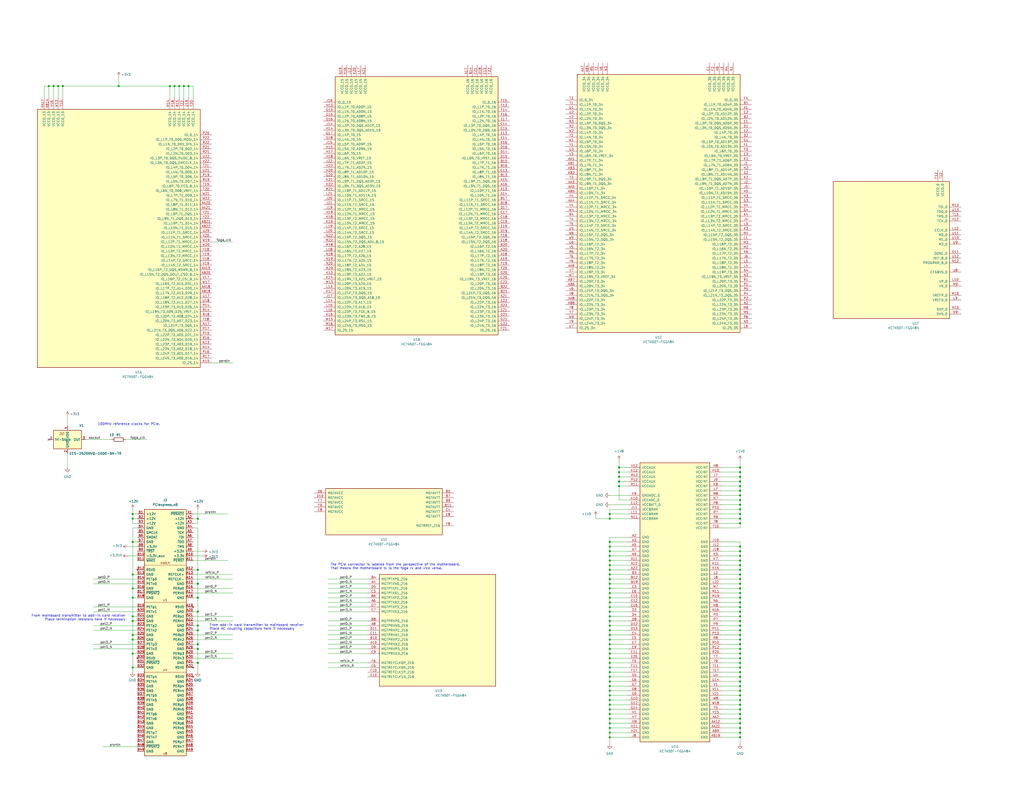
<source format=kicad_sch>
(kicad_sch (version 20211123) (generator eeschema)
  (paper "C")
  (lib_symbols
    (symbol "Device:R" (pin_numbers hide) (pin_names (offset 0))
      (property "Reference" "R" (at 2.032 0 90))
      (property "Value" "R" (at 0 0 90))
      (symbol "R_1_1"
        (pin passive line (at 0 3.81 270) (length 1.27) (name "~") (number "1"))
        (pin passive line (at 0 -3.81 90) (length 1.27) (name "~") (number "2"))
      )
    )
    (symbol "FPGA_Xilinx_Artix7:XC7A50T-FGG484" (pin_names (offset 1.016))
      (property "Reference" "U" (at 0 1.27 0))
      (property "Value" "XC7A50T-FGG484" (at 0 -1.27 0))
      (symbol "XC7A50T-FGG484_1_1"
        (pin power_in line (at -40.64 73.66 270) (length 6.35) (name "VCCO_13") (number "AA17"))
        (pin bidirectional line (at 50.8 -30.48 180) (length 6.35) (name "IO_L17P_T2_A14_D30_14") (number "AA18"))
        (pin bidirectional line (at 50.8 -20.32 180) (length 6.35) (name "IO_L15P_T2_DQS_RDWR_B_14") (number "AA19"))
        (pin bidirectional line (at 50.8 15.24 180) (length 6.35) (name "IO_L8P_T1_D11_14") (number "AA20"))
        (pin bidirectional line (at 50.8 12.7 180) (length 6.35) (name "IO_L8N_T1_D12_14") (number "AA21"))
        (pin power_in line (at -38.1 73.66 270) (length 6.35) (name "VCCO_13") (number "AB14"))
        (pin bidirectional line (at 50.8 -33.02 180) (length 6.35) (name "IO_L17N_T2_A13_D29_14") (number "AB18"))
        (pin bidirectional line (at 50.8 -22.86 180) (length 6.35) (name "IO_L15N_T2_DQS_DOUT_CSO_B_14") (number "AB20"))
        (pin bidirectional line (at 50.8 5.08 180) (length 6.35) (name "IO_L10P_T1_D14_14") (number "AB21"))
        (pin bidirectional line (at 50.8 2.54 180) (length 6.35) (name "IO_L10N_T1_D15_14") (number "AB22"))
        (pin power_in line (at 27.94 73.66 270) (length 6.35) (name "VCCO_14") (number "M14"))
        (pin bidirectional line (at 50.8 -60.96 180) (length 6.35) (name "IO_L23P_T3_A03_D19_14") (number "N13"))
        (pin bidirectional line (at 50.8 -63.5 180) (length 6.35) (name "IO_L23N_T3_A02_D18_14") (number "N14"))
        (pin bidirectional line (at 50.8 -71.12 180) (length 6.35) (name "IO_25_14") (number "N15"))
        (pin bidirectional line (at 50.8 -50.8 180) (length 6.35) (name "IO_L21P_T3_DQS_14") (number "N17"))
        (pin bidirectional line (at 50.8 -40.64 180) (length 6.35) (name "IO_L19P_T3_A10_D26_14") (number "P14"))
        (pin bidirectional line (at 50.8 -55.88 180) (length 6.35) (name "IO_L22P_T3_A05_D21_14") (number "P15"))
        (pin bidirectional line (at 50.8 -66.04 180) (length 6.35) (name "IO_L24P_T3_A01_D17_14") (number "P16"))
        (pin bidirectional line (at 50.8 -53.34 180) (length 6.35) (name "IO_L21N_T3_DQS_A06_D22_14") (number "P17"))
        (pin power_in line (at 30.48 73.66 270) (length 6.35) (name "VCCO_14") (number "P18"))
        (pin bidirectional line (at 50.8 30.48 180) (length 6.35) (name "IO_L5P_T0_D06_14") (number "P19"))
        (pin bidirectional line (at 50.8 53.34 180) (length 6.35) (name "IO_0_14") (number "P20"))
        (pin bidirectional line (at 50.8 45.72 180) (length 6.35) (name "IO_L2P_T0_D02_14") (number "P21"))
        (pin bidirectional line (at 50.8 50.8 180) (length 6.35) (name "IO_L1P_T0_D00_MOSI_14") (number "P22"))
        (pin bidirectional line (at 50.8 -43.18 180) (length 6.35) (name "IO_L19N_T3_A09_D25_VREF_14") (number "R14"))
        (pin power_in line (at 33.02 73.66 270) (length 6.35) (name "VCCO_14") (number "R15"))
        (pin bidirectional line (at 50.8 -58.42 180) (length 6.35) (name "IO_L22N_T3_A04_D20_14") (number "R16"))
        (pin bidirectional line (at 50.8 -68.58 180) (length 6.35) (name "IO_L24N_T3_A00_D16_14") (number "R17"))
        (pin bidirectional line (at 50.8 -45.72 180) (length 6.35) (name "IO_L20P_T3_A08_D24_14") (number "R18"))
        (pin bidirectional line (at 50.8 27.94 180) (length 6.35) (name "IO_L5N_T0_D07_14") (number "R19"))
        (pin bidirectional line (at 50.8 43.18 180) (length 6.35) (name "IO_L2N_T0_D03_14") (number "R21"))
        (pin bidirectional line (at 50.8 48.26 180) (length 6.35) (name "IO_L1N_T0_D01_DIN_14") (number "R22"))
        (pin bidirectional line (at 50.8 -48.26 180) (length 6.35) (name "IO_L20N_T3_A07_D23_14") (number "T18"))
        (pin bidirectional line (at 50.8 25.4 180) (length 6.35) (name "IO_L6P_T0_FCS_B_14") (number "T19"))
        (pin bidirectional line (at 50.8 22.86 180) (length 6.35) (name "IO_L6N_T0_D08_VREF_14") (number "T20"))
        (pin bidirectional line (at 50.8 35.56 180) (length 6.35) (name "IO_L4P_T0_D04_14") (number "T21"))
        (pin power_in line (at 35.56 73.66 270) (length 6.35) (name "VCCO_14") (number "T22"))
        (pin bidirectional line (at 50.8 -35.56 180) (length 6.35) (name "IO_L18P_T2_A12_D28_14") (number "U17"))
        (pin bidirectional line (at 50.8 -38.1 180) (length 6.35) (name "IO_L18N_T2_A11_D27_14") (number "U18"))
        (pin power_in line (at 38.1 73.66 270) (length 6.35) (name "VCCO_14") (number "U19"))
        (pin bidirectional line (at 50.8 0 180) (length 6.35) (name "IO_L11P_T1_SRCC_14") (number "U20"))
        (pin bidirectional line (at 50.8 33.02 180) (length 6.35) (name "IO_L4N_T0_D05_14") (number "U21"))
        (pin bidirectional line (at 50.8 40.64 180) (length 6.35) (name "IO_L3P_T0_DQS_PUDC_B_14") (number "U22"))
        (pin power_in line (at -35.56 73.66 270) (length 6.35) (name "VCCO_13") (number "V16"))
        (pin bidirectional line (at 50.8 -25.4 180) (length 6.35) (name "IO_L16P_T2_CSI_B_14") (number "V17"))
        (pin bidirectional line (at 50.8 -15.24 180) (length 6.35) (name "IO_L14P_T2_SRCC_14") (number "V18"))
        (pin bidirectional line (at 50.8 -17.78 180) (length 6.35) (name "IO_L14N_T2_SRCC_14") (number "V19"))
        (pin bidirectional line (at 50.8 -2.54 180) (length 6.35) (name "IO_L11N_T1_SRCC_14") (number "V20"))
        (pin bidirectional line (at 50.8 38.1 180) (length 6.35) (name "IO_L3N_T0_DQS_EMCCLK_14") (number "V22"))
        (pin power_in line (at -33.02 73.66 270) (length 6.35) (name "VCCO_13") (number "W13"))
        (pin bidirectional line (at 50.8 -27.94 180) (length 6.35) (name "IO_L16N_T2_A15_D31_14") (number "W17"))
        (pin bidirectional line (at 50.8 -5.08 180) (length 6.35) (name "IO_L12P_T1_MRCC_14") (number "W19"))
        (pin bidirectional line (at 50.8 -7.62 180) (length 6.35) (name "IO_L12N_T1_MRCC_14") (number "W20"))
        (pin bidirectional line (at 50.8 20.32 180) (length 6.35) (name "IO_L7P_T1_D09_14") (number "W21"))
        (pin bidirectional line (at 50.8 17.78 180) (length 6.35) (name "IO_L7N_T1_D10_14") (number "W22"))
        (pin power_in line (at -30.48 73.66 270) (length 6.35) (name "VCCO_13") (number "Y10"))
        (pin bidirectional line (at 50.8 -10.16 180) (length 6.35) (name "IO_L13P_T2_MRCC_14") (number "Y18"))
        (pin bidirectional line (at 50.8 -12.7 180) (length 6.35) (name "IO_L13N_T2_MRCC_14") (number "Y19"))
        (pin power_in line (at 40.64 73.66 270) (length 6.35) (name "VCCO_14") (number "Y20"))
        (pin bidirectional line (at 50.8 10.16 180) (length 6.35) (name "IO_L9P_T1_DQS_14") (number "Y21"))
        (pin bidirectional line (at 50.8 7.62 180) (length 6.35) (name "IO_L9N_T1_DQS_D13_14") (number "Y22"))
      )
      (symbol "XC7A50T-FGG484_2_1"
        (pin bidirectional line (at 50.8 5.08 180) (length 6.35) (name "IO_L10P_T1_16") (number "A13"))
        (pin bidirectional line (at 50.8 2.54 180) (length 6.35) (name "IO_L10N_T1_16") (number "A14"))
        (pin bidirectional line (at 50.8 10.16 180) (length 6.35) (name "IO_L9P_T1_DQS_16") (number "A15"))
        (pin bidirectional line (at 50.8 7.62 180) (length 6.35) (name "IO_L9N_T1_DQS_16") (number "A16"))
        (pin power_in line (at 27.94 73.66 270) (length 6.35) (name "VCCO_16") (number "A17"))
        (pin bidirectional line (at 50.8 -30.48 180) (length 6.35) (name "IO_L17P_T2_16") (number "A18"))
        (pin bidirectional line (at 50.8 -33.02 180) (length 6.35) (name "IO_L17N_T2_16") (number "A19"))
        (pin bidirectional line (at 50.8 -27.94 180) (length 6.35) (name "IO_L16N_T2_16") (number "A20"))
        (pin bidirectional line (at 50.8 -53.34 180) (length 6.35) (name "IO_L21N_T3_DQS_16") (number "A21"))
        (pin bidirectional line (at 50.8 12.7 180) (length 6.35) (name "IO_L8N_T1_16") (number "B13"))
        (pin power_in line (at 30.48 73.66 270) (length 6.35) (name "VCCO_16") (number "B14"))
        (pin bidirectional line (at 50.8 20.32 180) (length 6.35) (name "IO_L7P_T1_16") (number "B15"))
        (pin bidirectional line (at 50.8 17.78 180) (length 6.35) (name "IO_L7N_T1_16") (number "B16"))
        (pin bidirectional line (at 50.8 0 180) (length 6.35) (name "IO_L11P_T1_SRCC_16") (number "B17"))
        (pin bidirectional line (at 50.8 -2.54 180) (length 6.35) (name "IO_L11N_T1_SRCC_16") (number "B18"))
        (pin bidirectional line (at 50.8 -25.4 180) (length 6.35) (name "IO_L16P_T2_16") (number "B20"))
        (pin bidirectional line (at 50.8 -50.8 180) (length 6.35) (name "IO_L21P_T3_DQS_16") (number "B21"))
        (pin bidirectional line (at 50.8 -48.26 180) (length 6.35) (name "IO_L20N_T3_16") (number "B22"))
        (pin bidirectional line (at 50.8 15.24 180) (length 6.35) (name "IO_L8P_T1_16") (number "C13"))
        (pin bidirectional line (at 50.8 40.64 180) (length 6.35) (name "IO_L3P_T0_DQS_16") (number "C14"))
        (pin bidirectional line (at 50.8 38.1 180) (length 6.35) (name "IO_L3N_T0_DQS_16") (number "C15"))
        (pin bidirectional line (at 50.8 -7.62 180) (length 6.35) (name "IO_L12N_T1_MRCC_16") (number "C17"))
        (pin bidirectional line (at 50.8 -10.16 180) (length 6.35) (name "IO_L13P_T2_MRCC_16") (number "C18"))
        (pin bidirectional line (at 50.8 -12.7 180) (length 6.35) (name "IO_L13N_T2_MRCC_16") (number "C19"))
        (pin bidirectional line (at 50.8 -43.18 180) (length 6.35) (name "IO_L19N_T3_VREF_16") (number "C20"))
        (pin power_in line (at 33.02 73.66 270) (length 6.35) (name "VCCO_16") (number "C21"))
        (pin bidirectional line (at 50.8 -45.72 180) (length 6.35) (name "IO_L20P_T3_16") (number "C22"))
        (pin bidirectional line (at 50.8 25.4 180) (length 6.35) (name "IO_L6P_T0_16") (number "D14"))
        (pin bidirectional line (at 50.8 22.86 180) (length 6.35) (name "IO_L6N_T0_VREF_16") (number "D15"))
        (pin bidirectional line (at 50.8 27.94 180) (length 6.35) (name "IO_L5N_T0_16") (number "D16"))
        (pin bidirectional line (at 50.8 -5.08 180) (length 6.35) (name "IO_L12P_T1_MRCC_16") (number "D17"))
        (pin power_in line (at 35.56 73.66 270) (length 6.35) (name "VCCO_16") (number "D18"))
        (pin bidirectional line (at 50.8 -17.78 180) (length 6.35) (name "IO_L14N_T2_SRCC_16") (number "D19"))
        (pin bidirectional line (at 50.8 -40.64 180) (length 6.35) (name "IO_L19P_T3_16") (number "D20"))
        (pin bidirectional line (at 50.8 -63.5 180) (length 6.35) (name "IO_L23N_T3_16") (number "D21"))
        (pin bidirectional line (at 50.8 -58.42 180) (length 6.35) (name "IO_L22N_T3_16") (number "D22"))
        (pin bidirectional line (at 50.8 35.56 180) (length 6.35) (name "IO_L4P_T0_16") (number "E13"))
        (pin bidirectional line (at 50.8 33.02 180) (length 6.35) (name "IO_L4N_T0_16") (number "E14"))
        (pin power_in line (at 38.1 73.66 270) (length 6.35) (name "VCCO_16") (number "E15"))
        (pin bidirectional line (at 50.8 30.48 180) (length 6.35) (name "IO_L5P_T0_16") (number "E16"))
        (pin bidirectional line (at 50.8 43.18 180) (length 6.35) (name "IO_L2N_T0_16") (number "E17"))
        (pin bidirectional line (at 50.8 -22.86 180) (length 6.35) (name "IO_L15N_T2_DQS_16") (number "E18"))
        (pin bidirectional line (at 50.8 -15.24 180) (length 6.35) (name "IO_L14P_T2_SRCC_16") (number "E19"))
        (pin bidirectional line (at 50.8 -60.96 180) (length 6.35) (name "IO_L23P_T3_16") (number "E21"))
        (pin bidirectional line (at 50.8 -55.88 180) (length 6.35) (name "IO_L22P_T3_16") (number "E22"))
        (pin bidirectional line (at 50.8 50.8 180) (length 6.35) (name "IO_L1P_T0_16") (number "F13"))
        (pin bidirectional line (at 50.8 48.26 180) (length 6.35) (name "IO_L1N_T0_16") (number "F14"))
        (pin bidirectional line (at 50.8 53.34 180) (length 6.35) (name "IO_0_16") (number "F15"))
        (pin bidirectional line (at 50.8 45.72 180) (length 6.35) (name "IO_L2P_T0_16") (number "F16"))
        (pin bidirectional line (at 50.8 -20.32 180) (length 6.35) (name "IO_L15P_T2_DQS_16") (number "F18"))
        (pin bidirectional line (at 50.8 -35.56 180) (length 6.35) (name "IO_L18P_T2_16") (number "F19"))
        (pin bidirectional line (at 50.8 -38.1 180) (length 6.35) (name "IO_L18N_T2_16") (number "F20"))
        (pin bidirectional line (at 50.8 -71.12 180) (length 6.35) (name "IO_25_16") (number "F21"))
        (pin power_in line (at 40.64 73.66 270) (length 6.35) (name "VCCO_16") (number "F22"))
        (pin bidirectional line (at -50.8 48.26 0) (length 6.35) (name "IO_L1N_T0_AD0N_15") (number "G13"))
        (pin bidirectional line (at -50.8 45.72 0) (length 6.35) (name "IO_L2P_T0_AD8P_15") (number "G15"))
        (pin bidirectional line (at -50.8 43.18 0) (length 6.35) (name "IO_L2N_T0_AD8N_15") (number "G16"))
        (pin bidirectional line (at -50.8 35.56 0) (length 6.35) (name "IO_L4P_T0_15") (number "G17"))
        (pin bidirectional line (at -50.8 33.02 0) (length 6.35) (name "IO_L4N_T0_15") (number "G18"))
        (pin power_in line (at -40.64 73.66 270) (length 6.35) (name "VCCO_15") (number "G19"))
        (pin bidirectional line (at -50.8 12.7 0) (length 6.35) (name "IO_L8N_T1_AD10N_15") (number "G20"))
        (pin bidirectional line (at 50.8 -66.04 180) (length 6.35) (name "IO_L24P_T3_16") (number "G21"))
        (pin bidirectional line (at 50.8 -68.58 180) (length 6.35) (name "IO_L24N_T3_16") (number "G22"))
        (pin bidirectional line (at -50.8 50.8 0) (length 6.35) (name "IO_L1P_T0_AD0P_15") (number "H13"))
        (pin bidirectional line (at -50.8 38.1 0) (length 6.35) (name "IO_L3N_T0_DQS_AD1N_15") (number "H14"))
        (pin bidirectional line (at -50.8 27.94 0) (length 6.35) (name "IO_L5N_T0_AD9N_15") (number "H15"))
        (pin power_in line (at -38.1 73.66 270) (length 6.35) (name "VCCO_15") (number "H16"))
        (pin bidirectional line (at -50.8 25.4 0) (length 6.35) (name "IO_L6P_T0_15") (number "H17"))
        (pin bidirectional line (at -50.8 22.86 0) (length 6.35) (name "IO_L6N_T0_VREF_15") (number "H18"))
        (pin bidirectional line (at -50.8 -7.62 0) (length 6.35) (name "IO_L12N_T1_MRCC_15") (number "H19"))
        (pin bidirectional line (at -50.8 15.24 0) (length 6.35) (name "IO_L8P_T1_AD10P_15") (number "H20"))
        (pin bidirectional line (at -50.8 17.78 0) (length 6.35) (name "IO_L7N_T1_AD2N_15") (number "H22"))
        (pin power_in line (at -35.56 73.66 270) (length 6.35) (name "VCCO_15") (number "J13"))
        (pin bidirectional line (at -50.8 40.64 0) (length 6.35) (name "IO_L3P_T0_DQS_AD1P_15") (number "J14"))
        (pin bidirectional line (at -50.8 30.48 0) (length 6.35) (name "IO_L5P_T0_AD9P_15") (number "J15"))
        (pin bidirectional line (at -50.8 53.34 0) (length 6.35) (name "IO_0_15") (number "J16"))
        (pin bidirectional line (at -50.8 -53.34 0) (length 6.35) (name "IO_L21N_T3_DQS_A18_15") (number "J17"))
        (pin bidirectional line (at -50.8 -5.08 0) (length 6.35) (name "IO_L12P_T1_MRCC_15") (number "J19"))
        (pin bidirectional line (at -50.8 0 0) (length 6.35) (name "IO_L11P_T1_SRCC_15") (number "J20"))
        (pin bidirectional line (at -50.8 -2.54 0) (length 6.35) (name "IO_L11N_T1_SRCC_15") (number "J21"))
        (pin bidirectional line (at -50.8 20.32 0) (length 6.35) (name "IO_L7P_T1_AD2P_15") (number "J22"))
        (pin bidirectional line (at -50.8 -40.64 0) (length 6.35) (name "IO_L19P_T3_A22_15") (number "K13"))
        (pin bidirectional line (at -50.8 -43.18 0) (length 6.35) (name "IO_L19N_T3_A21_VREF_15") (number "K14"))
        (pin bidirectional line (at -50.8 -63.5 0) (length 6.35) (name "IO_L23N_T3_FWE_B_15") (number "K16"))
        (pin bidirectional line (at -50.8 -50.8 0) (length 6.35) (name "IO_L21P_T3_DQS_15") (number "K17"))
        (pin bidirectional line (at -50.8 -10.16 0) (length 6.35) (name "IO_L13P_T2_MRCC_15") (number "K18"))
        (pin bidirectional line (at -50.8 -12.7 0) (length 6.35) (name "IO_L13N_T2_MRCC_15") (number "K19"))
        (pin power_in line (at -33.02 73.66 270) (length 6.35) (name "VCCO_15") (number "K20"))
        (pin bidirectional line (at -50.8 10.16 0) (length 6.35) (name "IO_L9P_T1_DQS_AD3P_15") (number "K21"))
        (pin bidirectional line (at -50.8 7.62 0) (length 6.35) (name "IO_L9N_T1_DQS_AD3N_15") (number "K22"))
        (pin bidirectional line (at -50.8 -48.26 0) (length 6.35) (name "IO_L20N_T3_A19_15") (number "L13"))
        (pin bidirectional line (at -50.8 -55.88 0) (length 6.35) (name "IO_L22P_T3_A17_15") (number "L14"))
        (pin bidirectional line (at -50.8 -58.42 0) (length 6.35) (name "IO_L22N_T3_A16_15") (number "L15"))
        (pin bidirectional line (at -50.8 -60.96 0) (length 6.35) (name "IO_L23P_T3_FOE_B_15") (number "L16"))
        (pin power_in line (at -30.48 73.66 270) (length 6.35) (name "VCCO_15") (number "L17"))
        (pin bidirectional line (at -50.8 -27.94 0) (length 6.35) (name "IO_L16N_T2_A27_15") (number "L18"))
        (pin bidirectional line (at -50.8 -15.24 0) (length 6.35) (name "IO_L14P_T2_SRCC_15") (number "L19"))
        (pin bidirectional line (at -50.8 -17.78 0) (length 6.35) (name "IO_L14N_T2_SRCC_15") (number "L20"))
        (pin bidirectional line (at -50.8 2.54 0) (length 6.35) (name "IO_L10N_T1_AD11N_15") (number "L21"))
        (pin bidirectional line (at -50.8 -45.72 0) (length 6.35) (name "IO_L20P_T3_A20_15") (number "M13"))
        (pin bidirectional line (at -50.8 -66.04 0) (length 6.35) (name "IO_L24P_T3_RS1_15") (number "M15"))
        (pin bidirectional line (at -50.8 -68.58 0) (length 6.35) (name "IO_L24N_T3_RS0_15") (number "M16"))
        (pin bidirectional line (at -50.8 -71.12 0) (length 6.35) (name "IO_25_15") (number "M17"))
        (pin bidirectional line (at -50.8 -25.4 0) (length 6.35) (name "IO_L16P_T2_A28_15") (number "M18"))
        (pin bidirectional line (at -50.8 -38.1 0) (length 6.35) (name "IO_L18N_T2_A23_15") (number "M20"))
        (pin bidirectional line (at -50.8 5.08 0) (length 6.35) (name "IO_L10P_T1_AD11P_15") (number "M21"))
        (pin bidirectional line (at -50.8 -22.86 0) (length 6.35) (name "IO_L15N_T2_DQS_ADV_B_15") (number "M22"))
        (pin bidirectional line (at -50.8 -30.48 0) (length 6.35) (name "IO_L17P_T2_A26_15") (number "N18"))
        (pin bidirectional line (at -50.8 -33.02 0) (length 6.35) (name "IO_L17N_T2_A25_15") (number "N19"))
        (pin bidirectional line (at -50.8 -35.56 0) (length 6.35) (name "IO_L18P_T2_A24_15") (number "N20"))
        (pin power_in line (at -27.94 73.66 270) (length 6.35) (name "VCCO_15") (number "N21"))
        (pin bidirectional line (at -50.8 -20.32 0) (length 6.35) (name "IO_L15P_T2_DQS_15") (number "N22"))
      )
      (symbol "XC7A50T-FGG484_3_1"
        (pin bidirectional line (at 50.8 48.26 180) (length 6.35) (name "IO_L1N_T0_AD4N_35") (number "A1"))
        (pin bidirectional line (at -50.8 20.32 0) (length 6.35) (name "IO_L7P_T1_34") (number "AA1"))
        (pin bidirectional line (at -50.8 7.62 0) (length 6.35) (name "IO_L9N_T1_DQS_34") (number "AA3"))
        (pin bidirectional line (at -50.8 -2.54 0) (length 6.35) (name "IO_L11N_T1_SRCC_34") (number "AA4"))
        (pin bidirectional line (at -50.8 5.08 0) (length 6.35) (name "IO_L10P_T1_34") (number "AA5"))
        (pin bidirectional line (at -50.8 -38.1 0) (length 6.35) (name "IO_L18N_T2_34") (number "AA6"))
        (pin power_in line (at -40.64 73.66 270) (length 6.35) (name "VCCO_34") (number "AA7"))
        (pin bidirectional line (at -50.8 -55.88 0) (length 6.35) (name "IO_L22P_T3_34") (number "AA8"))
        (pin bidirectional line (at -50.8 17.78 0) (length 6.35) (name "IO_L7N_T1_34") (number "AB1"))
        (pin bidirectional line (at -50.8 12.7 0) (length 6.35) (name "IO_L8N_T1_34") (number "AB2"))
        (pin bidirectional line (at -50.8 15.24 0) (length 6.35) (name "IO_L8P_T1_34") (number "AB3"))
        (pin power_in line (at -38.1 73.66 270) (length 6.35) (name "VCCO_34") (number "AB4"))
        (pin bidirectional line (at -50.8 2.54 0) (length 6.35) (name "IO_L10N_T1_34") (number "AB5"))
        (pin bidirectional line (at -50.8 -48.26 0) (length 6.35) (name "IO_L20N_T3_34") (number "AB6"))
        (pin bidirectional line (at -50.8 -45.72 0) (length 6.35) (name "IO_L20P_T3_34") (number "AB7"))
        (pin bidirectional line (at -50.8 -58.42 0) (length 6.35) (name "IO_L22N_T3_34") (number "AB8"))
        (pin bidirectional line (at 50.8 50.8 180) (length 6.35) (name "IO_L1P_T0_AD4P_35") (number "B1"))
        (pin bidirectional line (at 50.8 43.18 180) (length 6.35) (name "IO_L2N_T0_AD12N_35") (number "B2"))
        (pin power_in line (at 27.94 73.66 270) (length 6.35) (name "VCCO_35") (number "C1"))
        (pin bidirectional line (at 50.8 45.72 180) (length 6.35) (name "IO_L2P_T0_AD12P_35") (number "C2"))
        (pin bidirectional line (at 50.8 38.1 180) (length 6.35) (name "IO_L3N_T0_DQS_AD5N_35") (number "D1"))
        (pin bidirectional line (at 50.8 33.02 180) (length 6.35) (name "IO_L4N_T0_35") (number "D2"))
        (pin bidirectional line (at 50.8 40.64 180) (length 6.35) (name "IO_L3P_T0_DQS_AD5P_35") (number "E1"))
        (pin bidirectional line (at 50.8 35.56 180) (length 6.35) (name "IO_L4P_T0_35") (number "E2"))
        (pin bidirectional line (at 50.8 22.86 180) (length 6.35) (name "IO_L6N_T0_VREF_35") (number "E3"))
        (pin bidirectional line (at 50.8 27.94 180) (length 6.35) (name "IO_L5N_T0_AD13N_35") (number "F1"))
        (pin power_in line (at 30.48 73.66 270) (length 6.35) (name "VCCO_35") (number "F2"))
        (pin bidirectional line (at 50.8 25.4 180) (length 6.35) (name "IO_L6P_T0_35") (number "F3"))
        (pin bidirectional line (at 50.8 53.34 180) (length 6.35) (name "IO_0_35") (number "F4"))
        (pin bidirectional line (at 50.8 30.48 180) (length 6.35) (name "IO_L5P_T0_AD13P_35") (number "G1"))
        (pin bidirectional line (at 50.8 12.7 180) (length 6.35) (name "IO_L8N_T1_AD14N_35") (number "G2"))
        (pin bidirectional line (at 50.8 -2.54 180) (length 6.35) (name "IO_L11N_T1_SRCC_35") (number "G3"))
        (pin bidirectional line (at 50.8 -7.62 180) (length 6.35) (name "IO_L12N_T1_MRCC_35") (number "G4"))
        (pin bidirectional line (at 50.8 15.24 180) (length 6.35) (name "IO_L8P_T1_AD14P_35") (number "H2"))
        (pin bidirectional line (at 50.8 0 180) (length 6.35) (name "IO_L11P_T1_SRCC_35") (number "H3"))
        (pin bidirectional line (at 50.8 -5.08 180) (length 6.35) (name "IO_L12P_T1_MRCC_35") (number "H4"))
        (pin bidirectional line (at 50.8 2.54 180) (length 6.35) (name "IO_L10N_T1_AD15N_35") (number "H5"))
        (pin power_in line (at 33.02 73.66 270) (length 6.35) (name "VCCO_35") (number "H6"))
        (pin bidirectional line (at 50.8 17.78 180) (length 6.35) (name "IO_L7N_T1_AD6N_35") (number "J1"))
        (pin bidirectional line (at 50.8 7.62 180) (length 6.35) (name "IO_L9N_T1_DQS_AD7N_35") (number "J2"))
        (pin power_in line (at 35.56 73.66 270) (length 6.35) (name "VCCO_35") (number "J3"))
        (pin bidirectional line (at 50.8 -12.7 180) (length 6.35) (name "IO_L13N_T2_MRCC_35") (number "J4"))
        (pin bidirectional line (at 50.8 5.08 180) (length 6.35) (name "IO_L10P_T1_AD15P_35") (number "J5"))
        (pin bidirectional line (at 50.8 -33.02 180) (length 6.35) (name "IO_L17N_T2_35") (number "J6"))
        (pin bidirectional line (at 50.8 20.32 180) (length 6.35) (name "IO_L7P_T1_AD6P_35") (number "K1"))
        (pin bidirectional line (at 50.8 10.16 180) (length 6.35) (name "IO_L9P_T1_DQS_AD7P_35") (number "K2"))
        (pin bidirectional line (at 50.8 -17.78 180) (length 6.35) (name "IO_L14N_T2_SRCC_35") (number "K3"))
        (pin bidirectional line (at 50.8 -10.16 180) (length 6.35) (name "IO_L13P_T2_MRCC_35") (number "K4"))
        (pin bidirectional line (at 50.8 -30.48 180) (length 6.35) (name "IO_L17P_T2_35") (number "K6"))
        (pin bidirectional line (at 50.8 -22.86 180) (length 6.35) (name "IO_L15N_T2_DQS_35") (number "L1"))
        (pin bidirectional line (at 50.8 -15.24 180) (length 6.35) (name "IO_L14P_T2_SRCC_35") (number "L3"))
        (pin bidirectional line (at 50.8 -38.1 180) (length 6.35) (name "IO_L18N_T2_35") (number "L4"))
        (pin bidirectional line (at 50.8 -35.56 180) (length 6.35) (name "IO_L18P_T2_35") (number "L5"))
        (pin bidirectional line (at 50.8 -71.12 180) (length 6.35) (name "IO_25_35") (number "L6"))
        (pin bidirectional line (at 50.8 -20.32 180) (length 6.35) (name "IO_L15P_T2_DQS_35") (number "M1"))
        (pin bidirectional line (at 50.8 -27.94 180) (length 6.35) (name "IO_L16N_T2_35") (number "M2"))
        (pin bidirectional line (at 50.8 -25.4 180) (length 6.35) (name "IO_L16P_T2_35") (number "M3"))
        (pin power_in line (at 38.1 73.66 270) (length 6.35) (name "VCCO_35") (number "M4"))
        (pin bidirectional line (at 50.8 -63.5 180) (length 6.35) (name "IO_L23N_T3_35") (number "M5"))
        (pin bidirectional line (at 50.8 -60.96 180) (length 6.35) (name "IO_L23P_T3_35") (number "M6"))
        (pin power_in line (at 40.64 73.66 270) (length 6.35) (name "VCCO_35") (number "N1"))
        (pin bidirectional line (at 50.8 -58.42 180) (length 6.35) (name "IO_L22N_T3_35") (number "N2"))
        (pin bidirectional line (at 50.8 -43.18 180) (length 6.35) (name "IO_L19N_T3_VREF_35") (number "N3"))
        (pin bidirectional line (at 50.8 -40.64 180) (length 6.35) (name "IO_L19P_T3_35") (number "N4"))
        (pin bidirectional line (at 50.8 -68.58 180) (length 6.35) (name "IO_L24N_T3_35") (number "N5"))
        (pin bidirectional line (at 50.8 -48.26 180) (length 6.35) (name "IO_L20N_T3_35") (number "P1"))
        (pin bidirectional line (at 50.8 -55.88 180) (length 6.35) (name "IO_L22P_T3_35") (number "P2"))
        (pin bidirectional line (at 50.8 -53.34 180) (length 6.35) (name "IO_L21N_T3_DQS_35") (number "P4"))
        (pin bidirectional line (at 50.8 -50.8 180) (length 6.35) (name "IO_L21P_T3_DQS_35") (number "P5"))
        (pin bidirectional line (at 50.8 -66.04 180) (length 6.35) (name "IO_L24P_T3_35") (number "P6"))
        (pin bidirectional line (at 50.8 -45.72 180) (length 6.35) (name "IO_L20P_T3_35") (number "R1"))
        (pin bidirectional line (at -50.8 38.1 0) (length 6.35) (name "IO_L3N_T0_DQS_34") (number "R2"))
        (pin bidirectional line (at -50.8 40.64 0) (length 6.35) (name "IO_L3P_T0_DQS_34") (number "R3"))
        (pin bidirectional line (at -50.8 -10.16 0) (length 6.35) (name "IO_L13P_T2_MRCC_34") (number "R4"))
        (pin power_in line (at -35.56 73.66 270) (length 6.35) (name "VCCO_34") (number "R5"))
        (pin bidirectional line (at -50.8 -30.48 0) (length 6.35) (name "IO_L17P_T2_34") (number "R6"))
        (pin bidirectional line (at -50.8 50.8 0) (length 6.35) (name "IO_L1P_T0_34") (number "T1"))
        (pin power_in line (at -33.02 73.66 270) (length 6.35) (name "VCCO_34") (number "T2"))
        (pin bidirectional line (at -50.8 53.34 0) (length 6.35) (name "IO_0_34") (number "T3"))
        (pin bidirectional line (at -50.8 -12.7 0) (length 6.35) (name "IO_L13N_T2_MRCC_34") (number "T4"))
        (pin bidirectional line (at -50.8 -15.24 0) (length 6.35) (name "IO_L14P_T2_SRCC_34") (number "T5"))
        (pin bidirectional line (at -50.8 -33.02 0) (length 6.35) (name "IO_L17N_T2_34") (number "T6"))
        (pin bidirectional line (at -50.8 48.26 0) (length 6.35) (name "IO_L1N_T0_34") (number "U1"))
        (pin bidirectional line (at -50.8 45.72 0) (length 6.35) (name "IO_L2P_T0_34") (number "U2"))
        (pin bidirectional line (at -50.8 25.4 0) (length 6.35) (name "IO_L6P_T0_34") (number "U3"))
        (pin bidirectional line (at -50.8 -17.78 0) (length 6.35) (name "IO_L14N_T2_SRCC_34") (number "U5"))
        (pin bidirectional line (at -50.8 -25.4 0) (length 6.35) (name "IO_L16P_T2_34") (number "U6"))
        (pin bidirectional line (at -50.8 -71.12 0) (length 6.35) (name "IO_25_34") (number "U7"))
        (pin bidirectional line (at -50.8 43.18 0) (length 6.35) (name "IO_L2N_T0_34") (number "V2"))
        (pin bidirectional line (at -50.8 22.86 0) (length 6.35) (name "IO_L6N_T0_VREF_34") (number "V3"))
        (pin bidirectional line (at -50.8 -5.08 0) (length 6.35) (name "IO_L12P_T1_MRCC_34") (number "V4"))
        (pin bidirectional line (at -50.8 -27.94 0) (length 6.35) (name "IO_L16N_T2_34") (number "V5"))
        (pin power_in line (at -30.48 73.66 270) (length 6.35) (name "VCCO_34") (number "V6"))
        (pin bidirectional line (at -50.8 -40.64 0) (length 6.35) (name "IO_L19P_T3_34") (number "V7"))
        (pin bidirectional line (at -50.8 -53.34 0) (length 6.35) (name "IO_L21N_T3_DQS_34") (number "V8"))
        (pin bidirectional line (at -50.8 -50.8 0) (length 6.35) (name "IO_L21P_T3_DQS_34") (number "V9"))
        (pin bidirectional line (at -50.8 30.48 0) (length 6.35) (name "IO_L5P_T0_34") (number "W1"))
        (pin bidirectional line (at -50.8 35.56 0) (length 6.35) (name "IO_L4P_T0_34") (number "W2"))
        (pin power_in line (at -27.94 73.66 270) (length 6.35) (name "VCCO_34") (number "W3"))
        (pin bidirectional line (at -50.8 -7.62 0) (length 6.35) (name "IO_L12N_T1_MRCC_34") (number "W4"))
        (pin bidirectional line (at -50.8 -22.86 0) (length 6.35) (name "IO_L15N_T2_DQS_34") (number "W5"))
        (pin bidirectional line (at -50.8 -20.32 0) (length 6.35) (name "IO_L15P_T2_DQS_34") (number "W6"))
        (pin bidirectional line (at -50.8 -43.18 0) (length 6.35) (name "IO_L19N_T3_VREF_34") (number "W7"))
        (pin bidirectional line (at -50.8 -66.04 0) (length 6.35) (name "IO_L24P_T3_34") (number "W9"))
        (pin bidirectional line (at -50.8 27.94 0) (length 6.35) (name "IO_L5N_T0_34") (number "Y1"))
        (pin bidirectional line (at -50.8 33.02 0) (length 6.35) (name "IO_L4N_T0_34") (number "Y2"))
        (pin bidirectional line (at -50.8 10.16 0) (length 6.35) (name "IO_L9P_T1_DQS_34") (number "Y3"))
        (pin bidirectional line (at -50.8 0 0) (length 6.35) (name "IO_L11P_T1_SRCC_34") (number "Y4"))
        (pin bidirectional line (at -50.8 -35.56 0) (length 6.35) (name "IO_L18P_T2_34") (number "Y6"))
        (pin bidirectional line (at -50.8 -63.5 0) (length 6.35) (name "IO_L23N_T3_34") (number "Y7"))
        (pin bidirectional line (at -50.8 -60.96 0) (length 6.35) (name "IO_L23P_T3_34") (number "Y8"))
        (pin bidirectional line (at -50.8 -68.58 0) (length 6.35) (name "IO_L24N_T3_34") (number "Y9"))
      )
      (symbol "XC7A50T-FGG484_4_1"
        (pin bidirectional line (at -38.1 -7.62 0) (length 6.35) (name "MGTPRXN2_216") (number "A10"))
        (pin bidirectional line (at -38.1 25.4 0) (length 6.35) (name "MGTPTXN0_216") (number "A4"))
        (pin bidirectional line (at -38.1 15.24 0) (length 6.35) (name "MGTPTXN2_216") (number "A6"))
        (pin bidirectional line (at -38.1 2.54 0) (length 6.35) (name "MGTPRXN0_216") (number "A8"))
        (pin bidirectional line (at -38.1 -5.08 0) (length 6.35) (name "MGTPRXP2_216") (number "B10"))
        (pin bidirectional line (at -38.1 27.94 0) (length 6.35) (name "MGTPTXP0_216") (number "B4"))
        (pin bidirectional line (at -38.1 17.78 0) (length 6.35) (name "MGTPTXP2_216") (number "B6"))
        (pin bidirectional line (at -38.1 5.08 0) (length 6.35) (name "MGTPRXP0_216") (number "B8"))
        (pin bidirectional line (at -38.1 -2.54 0) (length 6.35) (name "MGTPRXN1_216") (number "C11"))
        (pin bidirectional line (at -38.1 20.32 0) (length 6.35) (name "MGTPTXN1_216") (number "C5"))
        (pin bidirectional line (at -38.1 10.16 0) (length 6.35) (name "MGTPTXN3_216") (number "C7"))
        (pin bidirectional line (at -38.1 -12.7 0) (length 6.35) (name "MGTPRXN3_216") (number "C9"))
        (pin bidirectional line (at -38.1 0 0) (length 6.35) (name "MGTPRXP1_216") (number "D11"))
        (pin bidirectional line (at -38.1 22.86 0) (length 6.35) (name "MGTPTXP1_216") (number "D5"))
        (pin bidirectional line (at -38.1 12.7 0) (length 6.35) (name "MGTPTXP3_216") (number "D7"))
        (pin bidirectional line (at -38.1 -10.16 0) (length 6.35) (name "MGTPRXP3_216") (number "D9"))
        (pin bidirectional line (at -38.1 -25.4 0) (length 6.35) (name "MGTREFCLK1N_216") (number "E10"))
        (pin bidirectional line (at -38.1 -20.32 0) (length 6.35) (name "MGTREFCLK0N_216") (number "E6"))
        (pin bidirectional line (at -38.1 -22.86 0) (length 6.35) (name "MGTREFCLK1P_216") (number "F10"))
        (pin bidirectional line (at -38.1 -17.78 0) (length 6.35) (name "MGTREFCLK0P_216") (number "F6"))
      )
      (symbol "XC7A50T-FGG484_5_1"
        (pin power_in line (at 38.1 2.54 180) (length 6.35) (name "MGTAVTT") (number "B11"))
        (pin power_in line (at 38.1 10.16 180) (length 6.35) (name "MGTAVTT") (number "B5"))
        (pin power_in line (at 38.1 7.62 180) (length 6.35) (name "MGTAVTT") (number "B7"))
        (pin power_in line (at 38.1 5.08 180) (length 6.35) (name "MGTAVTT") (number "B9"))
        (pin power_in line (at 38.1 0 180) (length 6.35) (name "MGTAVTT") (number "C4"))
        (pin power_in line (at 38.1 -2.54 180) (length 6.35) (name "MGTAVTT") (number "C8"))
        (pin power_in line (at -38.1 7.62 0) (length 6.35) (name "MGTAVCC") (number "D10"))
        (pin power_in line (at -38.1 10.16 0) (length 6.35) (name "MGTAVCC") (number "D6"))
        (pin power_in line (at -38.1 0 0) (length 6.35) (name "MGTAVCC") (number "E8"))
        (pin power_in line (at -38.1 5.08 0) (length 6.35) (name "MGTAVCC") (number "F7"))
        (pin power_in line (at 38.1 -7.62 180) (length 6.35) (name "MGTRREF_216") (number "F8"))
        (pin power_in line (at -38.1 2.54 0) (length 6.35) (name "MGTAVCC") (number "F9"))
      )
      (symbol "XC7A50T-FGG484_6_1"
        (pin power_in line (at 25.4 40.64 270) (length 6.35) (name "VCCO_0") (number "F12"))
        (pin bidirectional line (at 38.1 -5.08 180) (length 6.35) (name "DONE_0") (number "G11"))
        (pin bidirectional line (at 38.1 -20.32 180) (length 6.35) (name "VP_0") (number "L10"))
        (pin bidirectional line (at 38.1 7.62 180) (length 6.35) (name "CCLK_0") (number "L12"))
        (pin bidirectional line (at 38.1 -30.48 180) (length 6.35) (name "VREFN_0") (number "L9"))
        (pin bidirectional line (at 38.1 -27.94 180) (length 6.35) (name "VREFP_0") (number "M10"))
        (pin bidirectional line (at 38.1 -22.86 180) (length 6.35) (name "VN_0") (number "M9"))
        (pin bidirectional line (at 38.1 -35.56 180) (length 6.35) (name "DXP_0") (number "N10"))
        (pin bidirectional line (at 38.1 -10.16 180) (length 6.35) (name "PROGRAM_B_0") (number "N12"))
        (pin bidirectional line (at 38.1 -38.1 180) (length 6.35) (name "DXN_0") (number "N9"))
        (pin bidirectional line (at 38.1 20.32 180) (length 6.35) (name "TDI_0") (number "R13"))
        (pin power_in line (at 27.94 40.64 270) (length 6.35) (name "VCCO_0") (number "T12"))
        (pin bidirectional line (at 38.1 15.24 180) (length 6.35) (name "TMS_0") (number "T13"))
        (pin bidirectional line (at 38.1 2.54 180) (length 6.35) (name "M1_0") (number "U10"))
        (pin bidirectional line (at 38.1 5.08 180) (length 6.35) (name "M0_0") (number "U11"))
        (pin bidirectional line (at 38.1 -7.62 180) (length 6.35) (name "INIT_B_0") (number "U12"))
        (pin bidirectional line (at 38.1 17.78 180) (length 6.35) (name "TDO_0") (number "U13"))
        (pin bidirectional line (at 38.1 -15.24 180) (length 6.35) (name "CFGBVS_0") (number "U8"))
        (pin bidirectional line (at 38.1 0 180) (length 6.35) (name "M2_0") (number "U9"))
        (pin bidirectional line (at 38.1 12.7 180) (length 6.35) (name "TCK_0") (number "V12"))
      )
      (symbol "XC7A50T-FGG484_7_1"
        (pin power_in line (at -25.4 22.86 0) (length 6.35) (name "GND") (number "A11"))
        (pin power_in line (at -25.4 20.32 0) (length 6.35) (name "GND") (number "A12"))
        (pin power_in line (at -25.4 35.56 0) (length 6.35) (name "GND") (number "A2"))
        (pin power_in line (at -25.4 17.78 0) (length 6.35) (name "GND") (number "A22"))
        (pin power_in line (at -25.4 33.02 0) (length 6.35) (name "GND") (number "A3"))
        (pin power_in line (at -25.4 30.48 0) (length 6.35) (name "GND") (number "A5"))
        (pin power_in line (at -25.4 27.94 0) (length 6.35) (name "GND") (number "A7"))
        (pin power_in line (at -25.4 25.4 0) (length 6.35) (name "GND") (number "A9"))
        (pin power_in line (at 25.4 -66.04 180) (length 6.35) (name "GND") (number "AA12"))
        (pin power_in line (at 25.4 -63.5 180) (length 6.35) (name "GND") (number "AA2"))
        (pin power_in line (at 25.4 -68.58 180) (length 6.35) (name "GND") (number "AA22"))
        (pin power_in line (at 25.4 -73.66 180) (length 6.35) (name "GND") (number "AB19"))
        (pin power_in line (at 25.4 -71.12 180) (length 6.35) (name "GND") (number "AB9"))
        (pin power_in line (at -25.4 12.7 0) (length 6.35) (name "GND") (number "B12"))
        (pin power_in line (at -25.4 10.16 0) (length 6.35) (name "GND") (number "B19"))
        (pin power_in line (at -25.4 15.24 0) (length 6.35) (name "GND") (number "B3"))
        (pin power_in line (at -25.4 2.54 0) (length 6.35) (name "GND") (number "C10"))
        (pin power_in line (at -25.4 0 0) (length 6.35) (name "GND") (number "C12"))
        (pin power_in line (at -25.4 -2.54 0) (length 6.35) (name "GND") (number "C16"))
        (pin power_in line (at -25.4 7.62 0) (length 6.35) (name "GND") (number "C3"))
        (pin power_in line (at -25.4 5.08 0) (length 6.35) (name "GND") (number "C6"))
        (pin power_in line (at -25.4 -12.7 0) (length 6.35) (name "GND") (number "D12"))
        (pin power_in line (at -25.4 -15.24 0) (length 6.35) (name "GND") (number "D13"))
        (pin power_in line (at -25.4 -5.08 0) (length 6.35) (name "GND") (number "D3"))
        (pin power_in line (at -25.4 -7.62 0) (length 6.35) (name "GND") (number "D4"))
        (pin power_in line (at -25.4 -10.16 0) (length 6.35) (name "GND") (number "D8"))
        (pin power_in line (at -25.4 -27.94 0) (length 6.35) (name "GND") (number "E11"))
        (pin power_in line (at -25.4 53.34 0) (length 6.35) (name "VCCBATT_0") (number "E12"))
        (pin power_in line (at -25.4 -30.48 0) (length 6.35) (name "GND") (number "E20"))
        (pin power_in line (at -25.4 -17.78 0) (length 6.35) (name "GND") (number "E4"))
        (pin power_in line (at -25.4 -20.32 0) (length 6.35) (name "GND") (number "E5"))
        (pin power_in line (at -25.4 -22.86 0) (length 6.35) (name "GND") (number "E7"))
        (pin power_in line (at -25.4 -25.4 0) (length 6.35) (name "GND") (number "E9"))
        (pin power_in line (at -25.4 -35.56 0) (length 6.35) (name "GND") (number "F11"))
        (pin power_in line (at -25.4 -38.1 0) (length 6.35) (name "GND") (number "F17"))
        (pin power_in line (at -25.4 -33.02 0) (length 6.35) (name "GND") (number "F5"))
        (pin power_in line (at -25.4 -53.34 0) (length 6.35) (name "GND") (number "G10"))
        (pin power_in line (at -25.4 -55.88 0) (length 6.35) (name "GND") (number "G12"))
        (pin power_in line (at -25.4 -58.42 0) (length 6.35) (name "GND") (number "G14"))
        (pin power_in line (at -25.4 -40.64 0) (length 6.35) (name "GND") (number "G5"))
        (pin power_in line (at -25.4 -43.18 0) (length 6.35) (name "GND") (number "G6"))
        (pin power_in line (at -25.4 -45.72 0) (length 6.35) (name "GND") (number "G7"))
        (pin power_in line (at -25.4 -48.26 0) (length 6.35) (name "GND") (number "G8"))
        (pin power_in line (at -25.4 -50.8 0) (length 6.35) (name "GND") (number "G9"))
        (pin power_in line (at -25.4 -60.96 0) (length 6.35) (name "GND") (number "H1"))
        (pin power_in line (at 25.4 71.12 180) (length 6.35) (name "VCCINT") (number "H10"))
        (pin power_in line (at -25.4 -68.58 0) (length 6.35) (name "GND") (number "H11"))
        (pin power_in line (at -25.4 73.66 0) (length 6.35) (name "VCCAUX") (number "H12"))
        (pin power_in line (at -25.4 -71.12 0) (length 6.35) (name "GND") (number "H21"))
        (pin power_in line (at -25.4 -63.5 0) (length 6.35) (name "GND") (number "H7"))
        (pin power_in line (at 25.4 73.66 180) (length 6.35) (name "VCCINT") (number "H8"))
        (pin power_in line (at -25.4 -66.04 0) (length 6.35) (name "GND") (number "H9"))
        (pin power_in line (at 25.4 33.02 180) (length 6.35) (name "GND") (number "J10"))
        (pin power_in line (at -25.4 50.8 0) (length 6.35) (name "VCCBRAM") (number "J11"))
        (pin power_in line (at 25.4 30.48 180) (length 6.35) (name "GND") (number "J12"))
        (pin power_in line (at 25.4 27.94 180) (length 6.35) (name "GND") (number "J18"))
        (pin power_in line (at 25.4 68.58 180) (length 6.35) (name "VCCINT") (number "J7"))
        (pin power_in line (at -25.4 -73.66 0) (length 6.35) (name "GND") (number "J8"))
        (pin power_in line (at 25.4 66.04 180) (length 6.35) (name "VCCINT") (number "J9"))
        (pin power_in line (at -25.4 55.88 0) (length 6.35) (name "VCCADC_0") (number "K10"))
        (pin power_in line (at 25.4 20.32 180) (length 6.35) (name "GND") (number "K11"))
        (pin power_in line (at -25.4 71.12 0) (length 6.35) (name "VCCAUX") (number "K12"))
        (pin power_in line (at 25.4 17.78 180) (length 6.35) (name "GND") (number "K15"))
        (pin power_in line (at 25.4 25.4 180) (length 6.35) (name "GND") (number "K5"))
        (pin power_in line (at 25.4 22.86 180) (length 6.35) (name "GND") (number "K7"))
        (pin power_in line (at 25.4 63.5 180) (length 6.35) (name "VCCINT") (number "K8"))
        (pin power_in line (at -25.4 58.42 0) (length 6.35) (name "GNDADC_0") (number "K9"))
        (pin power_in line (at -25.4 48.26 0) (length 6.35) (name "VCCBRAM") (number "L11"))
        (pin power_in line (at 25.4 15.24 180) (length 6.35) (name "GND") (number "L2"))
        (pin power_in line (at 25.4 10.16 180) (length 6.35) (name "GND") (number "L22"))
        (pin power_in line (at 25.4 60.96 180) (length 6.35) (name "VCCINT") (number "L7"))
        (pin power_in line (at 25.4 12.7 180) (length 6.35) (name "GND") (number "L8"))
        (pin power_in line (at 25.4 5.08 180) (length 6.35) (name "GND") (number "M11"))
        (pin power_in line (at -25.4 68.58 0) (length 6.35) (name "VCCAUX") (number "M12"))
        (pin power_in line (at 25.4 2.54 180) (length 6.35) (name "GND") (number "M19"))
        (pin power_in line (at 25.4 7.62 180) (length 6.35) (name "GND") (number "M7"))
        (pin power_in line (at 25.4 58.42 180) (length 6.35) (name "VCCINT") (number "M8"))
        (pin power_in line (at -25.4 45.72 0) (length 6.35) (name "VCCBRAM") (number "N11"))
        (pin power_in line (at 25.4 -5.08 180) (length 6.35) (name "GND") (number "N16"))
        (pin power_in line (at 25.4 0 180) (length 6.35) (name "GND") (number "N6"))
        (pin power_in line (at 25.4 55.88 180) (length 6.35) (name "VCCINT") (number "N7"))
        (pin power_in line (at 25.4 -2.54 180) (length 6.35) (name "GND") (number "N8"))
        (pin power_in line (at 25.4 50.8 180) (length 6.35) (name "VCCINT") (number "P10"))
        (pin power_in line (at 25.4 -15.24 180) (length 6.35) (name "GND") (number "P11"))
        (pin power_in line (at -25.4 66.04 0) (length 6.35) (name "VCCAUX") (number "P12"))
        (pin power_in line (at 25.4 -17.78 180) (length 6.35) (name "GND") (number "P13"))
        (pin power_in line (at 25.4 -7.62 180) (length 6.35) (name "GND") (number "P3"))
        (pin power_in line (at 25.4 -10.16 180) (length 6.35) (name "GND") (number "P7"))
        (pin power_in line (at 25.4 53.34 180) (length 6.35) (name "VCCINT") (number "P8"))
        (pin power_in line (at 25.4 -12.7 180) (length 6.35) (name "GND") (number "P9"))
        (pin power_in line (at 25.4 -22.86 180) (length 6.35) (name "GND") (number "R10"))
        (pin power_in line (at -25.4 63.5 0) (length 6.35) (name "VCCAUX") (number "R11"))
        (pin power_in line (at 25.4 -25.4 180) (length 6.35) (name "GND") (number "R12"))
        (pin power_in line (at 25.4 -27.94 180) (length 6.35) (name "GND") (number "R20"))
        (pin power_in line (at 25.4 48.26 180) (length 6.35) (name "VCCINT") (number "R7"))
        (pin power_in line (at 25.4 -20.32 180) (length 6.35) (name "GND") (number "R8"))
        (pin power_in line (at 25.4 45.72 180) (length 6.35) (name "VCCINT") (number "R9"))
        (pin power_in line (at 25.4 40.64 180) (length 6.35) (name "VCCINT") (number "T10"))
        (pin power_in line (at 25.4 -35.56 180) (length 6.35) (name "GND") (number "T11"))
        (pin power_in line (at 25.4 -38.1 180) (length 6.35) (name "GND") (number "T17"))
        (pin power_in line (at 25.4 -30.48 180) (length 6.35) (name "GND") (number "T7"))
        (pin power_in line (at 25.4 43.18 180) (length 6.35) (name "VCCINT") (number "T8"))
        (pin power_in line (at 25.4 -33.02 180) (length 6.35) (name "GND") (number "T9"))
        (pin power_in line (at 25.4 -43.18 180) (length 6.35) (name "GND") (number "U14"))
        (pin power_in line (at 25.4 -40.64 180) (length 6.35) (name "GND") (number "U4"))
        (pin power_in line (at 25.4 -45.72 180) (length 6.35) (name "GND") (number "V1"))
        (pin power_in line (at 25.4 -48.26 180) (length 6.35) (name "GND") (number "V11"))
        (pin power_in line (at 25.4 -50.8 180) (length 6.35) (name "GND") (number "V21"))
        (pin power_in line (at 25.4 -55.88 180) (length 6.35) (name "GND") (number "W18"))
        (pin power_in line (at 25.4 -53.34 180) (length 6.35) (name "GND") (number "W8"))
        (pin power_in line (at 25.4 -60.96 180) (length 6.35) (name "GND") (number "Y15"))
        (pin power_in line (at 25.4 -58.42 180) (length 6.35) (name "GND") (number "Y5"))
      )
    )
    (symbol "GND_1" (power) (pin_names (offset 0))
      (property "Value" "GND_1" (at 0 -3.81 0))
      (symbol "GND_1_1_1"
        (pin power_in line (at 0 0 270) (length 0) hide (name "GND") (number "1"))
      )
    )
    (symbol "PCIexpress_x4_low-rescue:+3.3V-power" (power) (pin_names (offset 0))
      (property "Value" "+3.3V-power" (at 0 3.556 0))
      (symbol "+3.3V-power_1_1"
        (pin power_in line (at 0 0 90) (length 0) hide (name "+3V3") (number "1"))
      )
    )
    (symbol "pedrolib:ECS-2520MV-xxx-xx"
      (property "Reference" "X" (at -5.08 6.35 0))
      (property "Value" "ECS-2520MV-xxx-xx" (at 1.27 -6.35 0))
      (symbol "ECS-2520MV-xxx-xx_1_1"
        (pin input line (at -10.16 0 0) (length 2.54) (name "Tri-State") (number "1"))
        (pin power_in line (at 0 -7.62 90) (length 2.54) (name "GND") (number "2"))
        (pin output line (at 10.16 0 180) (length 2.54) (name "OUT") (number "3"))
        (pin power_in line (at 0 7.62 270) (length 2.54) (name "VDD") (number "4"))
      )
    )
    (symbol "pedrolib:PCIexpress_x8" (pin_names (offset 1.016))
      (property "Reference" "J" (at 0 3.81 0))
      (property "Value" "PCIexpress_x8" (at 0 1.27 0))
      (symbol "PCIexpress_x8_0_0"
        (text "x4" (at 0 -87.63 0) (effects (font (size 1.27 1.27))))
        (text "x8" (at 0 -133.35 0) (effects (font (size 1.27 1.27))))
      )
      (symbol "PCIexpress_x8_1_1"
        (text "notch" (at 0 -29.21 0) (effects (font (size 1.27 1.27))))
        (text "x1" (at 0 -49.53 0) (effects (font (size 1.27 1.27))))
        (pin passive line (at 15.24 -2.54 180) (length 3.81) (name "~{PRSNT1}") (number "A1"))
        (pin power_out line (at 15.24 -25.4 180) (length 3.81) (name "+3.3V") (number "A10"))
        (pin output line (at 15.24 -27.94 180) (length 3.81) (name "~{PERST}") (number "A11"))
        (pin power_out line (at 15.24 -33.02 180) (length 3.81) (name "GND") (number "A12"))
        (pin output line (at 15.24 -35.56 180) (length 3.81) (name "REFCLK+") (number "A13"))
        (pin output line (at 15.24 -38.1 180) (length 3.81) (name "REFCLK-") (number "A14"))
        (pin power_out line (at 15.24 -40.64 180) (length 3.81) (name "GND") (number "A15"))
        (pin input line (at 15.24 -43.18 180) (length 3.81) (name "PERp0") (number "A16"))
        (pin input line (at 15.24 -45.72 180) (length 3.81) (name "PERn0") (number "A17"))
        (pin power_out line (at 15.24 -48.26 180) (length 3.81) (name "GND") (number "A18"))
        (pin no_connect line (at 15.24 -53.34 180) (length 3.81) (name "RSVD") (number "A19"))
        (pin power_out line (at 15.24 -5.08 180) (length 3.81) (name "+12V") (number "A2"))
        (pin power_out line (at 15.24 -55.88 180) (length 3.81) (name "GND") (number "A20"))
        (pin input line (at 15.24 -58.42 180) (length 3.81) (name "PERp1") (number "A21"))
        (pin input line (at 15.24 -60.96 180) (length 3.81) (name "PERn1") (number "A22"))
        (pin power_out line (at 15.24 -63.5 180) (length 3.81) (name "GND") (number "A23"))
        (pin power_out line (at 15.24 -66.04 180) (length 3.81) (name "GND") (number "A24"))
        (pin input line (at 15.24 -68.58 180) (length 3.81) (name "PERp2") (number "A25"))
        (pin input line (at 15.24 -71.12 180) (length 3.81) (name "PERn2") (number "A26"))
        (pin power_out line (at 15.24 -73.66 180) (length 3.81) (name "GND") (number "A27"))
        (pin power_out line (at 15.24 -76.2 180) (length 3.81) (name "GND") (number "A28"))
        (pin input line (at 15.24 -78.74 180) (length 3.81) (name "PERp3") (number "A29"))
        (pin power_out line (at 15.24 -7.62 180) (length 3.81) (name "+12V") (number "A3"))
        (pin input line (at 15.24 -81.28 180) (length 3.81) (name "PERn3") (number "A30"))
        (pin power_out line (at 15.24 -83.82 180) (length 3.81) (name "GND") (number "A31"))
        (pin no_connect line (at 15.24 -86.36 180) (length 3.81) (name "RSVD") (number "A32"))
        (pin no_connect line (at 15.24 -91.44 180) (length 3.81) (name "RSVD") (number "A33"))
        (pin power_out line (at 15.24 -93.98 180) (length 3.81) (name "GND") (number "A34"))
        (pin input line (at 15.24 -96.52 180) (length 3.81) (name "PERp4") (number "A35"))
        (pin input line (at 15.24 -99.06 180) (length 3.81) (name "PERn4") (number "A36"))
        (pin power_out line (at 15.24 -101.6 180) (length 3.81) (name "GND") (number "A37"))
        (pin power_out line (at 15.24 -104.14 180) (length 3.81) (name "GND") (number "A38"))
        (pin input line (at 15.24 -106.68 180) (length 3.81) (name "PERp5") (number "A39"))
        (pin power_out line (at 15.24 -10.16 180) (length 3.81) (name "GND") (number "A4"))
        (pin input line (at 15.24 -109.22 180) (length 3.81) (name "PERn5") (number "A40"))
        (pin power_out line (at 15.24 -111.76 180) (length 3.81) (name "GND") (number "A41"))
        (pin power_out line (at 15.24 -114.3 180) (length 3.81) (name "GND") (number "A42"))
        (pin input line (at 15.24 -116.84 180) (length 3.81) (name "PERp6") (number "A43"))
        (pin input line (at 15.24 -119.38 180) (length 3.81) (name "PERn6") (number "A44"))
        (pin power_out line (at 15.24 -121.92 180) (length 3.81) (name "GND") (number "A45"))
        (pin power_out line (at 15.24 -124.46 180) (length 3.81) (name "GND") (number "A46"))
        (pin input line (at 15.24 -127 180) (length 3.81) (name "PERp7") (number "A47"))
        (pin input line (at 15.24 -129.54 180) (length 3.81) (name "PERn7") (number "A48"))
        (pin power_out line (at 15.24 -132.08 180) (length 3.81) (name "GND") (number "A49"))
        (pin output line (at 15.24 -12.7 180) (length 3.81) (name "TCK") (number "A5"))
        (pin output line (at 15.24 -15.24 180) (length 3.81) (name "TDI") (number "A6"))
        (pin input line (at 15.24 -17.78 180) (length 3.81) (name "TDO") (number "A7"))
        (pin output line (at 15.24 -20.32 180) (length 3.81) (name "TMS") (number "A8"))
        (pin power_out line (at 15.24 -22.86 180) (length 3.81) (name "+3.3V") (number "A9"))
        (pin power_out line (at -15.24 -2.54 0) (length 3.81) (name "+12V") (number "B1"))
        (pin power_out line (at -15.24 -25.4 0) (length 3.81) (name "+3.3V_aux") (number "B10"))
        (pin open_collector line (at -15.24 -27.94 0) (length 3.81) (name "~{WAKE}") (number "B11"))
        (pin no_connect line (at -15.24 -33.02 0) (length 3.81) (name "RSVD") (number "B12"))
        (pin power_out line (at -15.24 -35.56 0) (length 3.81) (name "GND") (number "B13"))
        (pin output line (at -15.24 -38.1 0) (length 3.81) (name "PETp0") (number "B14"))
        (pin output line (at -15.24 -40.64 0) (length 3.81) (name "PETn0") (number "B15"))
        (pin power_out line (at -15.24 -43.18 0) (length 3.81) (name "GND") (number "B16"))
        (pin passive line (at -15.24 -45.72 0) (length 3.81) (name "~{PRSNT2}") (number "B17"))
        (pin power_out line (at -15.24 -48.26 0) (length 3.81) (name "GND") (number "B18"))
        (pin output line (at -15.24 -53.34 0) (length 3.81) (name "PETp1") (number "B19"))
        (pin power_out line (at -15.24 -5.08 0) (length 3.81) (name "+12V") (number "B2"))
        (pin output line (at -15.24 -55.88 0) (length 3.81) (name "PETn1") (number "B20"))
        (pin power_out line (at -15.24 -58.42 0) (length 3.81) (name "GND") (number "B21"))
        (pin power_out line (at -15.24 -60.96 0) (length 3.81) (name "GND") (number "B22"))
        (pin output line (at -15.24 -63.5 0) (length 3.81) (name "PETp2") (number "B23"))
        (pin output line (at -15.24 -66.04 0) (length 3.81) (name "PETn2") (number "B24"))
        (pin power_out line (at -15.24 -68.58 0) (length 3.81) (name "GND") (number "B25"))
        (pin power_out line (at -15.24 -71.12 0) (length 3.81) (name "GND") (number "B26"))
        (pin output line (at -15.24 -73.66 0) (length 3.81) (name "PETp3") (number "B27"))
        (pin output line (at -15.24 -76.2 0) (length 3.81) (name "PETn3") (number "B28"))
        (pin power_out line (at -15.24 -78.74 0) (length 3.81) (name "GND") (number "B29"))
        (pin power_out line (at -15.24 -7.62 0) (length 3.81) (name "+12V") (number "B3"))
        (pin no_connect line (at -15.24 -81.28 0) (length 3.81) (name "RSVD") (number "B30"))
        (pin passive line (at -15.24 -83.82 0) (length 3.81) (name "~{PRSNT2}") (number "B31"))
        (pin power_out line (at -15.24 -86.36 0) (length 3.81) (name "GND") (number "B32"))
        (pin output line (at -15.24 -91.44 0) (length 3.81) (name "PETp4") (number "B33"))
        (pin output line (at -15.24 -93.98 0) (length 3.81) (name "PETn4") (number "B34"))
        (pin power_out line (at -15.24 -96.52 0) (length 3.81) (name "GND") (number "B35"))
        (pin power_out line (at -15.24 -99.06 0) (length 3.81) (name "GND") (number "B36"))
        (pin output line (at -15.24 -101.6 0) (length 3.81) (name "PETp5") (number "B37"))
        (pin output line (at -15.24 -104.14 0) (length 3.81) (name "PETn5") (number "B38"))
        (pin power_out line (at -15.24 -106.68 0) (length 3.81) (name "GND") (number "B39"))
        (pin power_out line (at -15.24 -10.16 0) (length 3.81) (name "GND") (number "B4"))
        (pin power_out line (at -15.24 -109.22 0) (length 3.81) (name "GND") (number "B40"))
        (pin output line (at -15.24 -111.76 0) (length 3.81) (name "PETp6") (number "B41"))
        (pin output line (at -15.24 -114.3 0) (length 3.81) (name "PETn6") (number "B42"))
        (pin power_out line (at -15.24 -116.84 0) (length 3.81) (name "GND") (number "B43"))
        (pin power_out line (at -15.24 -119.38 0) (length 3.81) (name "GND") (number "B44"))
        (pin output line (at -15.24 -121.92 0) (length 3.81) (name "PETp7") (number "B45"))
        (pin output line (at -15.24 -124.46 0) (length 3.81) (name "PETn7") (number "B46"))
        (pin power_out line (at -15.24 -127 0) (length 3.81) (name "GND") (number "B47"))
        (pin passive line (at -15.24 -129.54 0) (length 3.81) (name "~{PRSNT2}") (number "B48"))
        (pin power_out line (at -15.24 -132.08 0) (length 3.81) (name "GND") (number "B49"))
        (pin open_collector line (at -15.24 -12.7 0) (length 3.81) (name "SMCLK") (number "B5"))
        (pin open_collector line (at -15.24 -15.24 0) (length 3.81) (name "SMDAT") (number "B6"))
        (pin power_out line (at -15.24 -17.78 0) (length 3.81) (name "GND") (number "B7"))
        (pin power_out line (at -15.24 -20.32 0) (length 3.81) (name "+3.3V") (number "B8"))
        (pin output line (at -15.24 -22.86 0) (length 3.81) (name "~{TRST}") (number "B9"))
      )
    )
    (symbol "pedrolib:XCAU10P-1FFVB676I" (pin_names (offset 1.016))
      (property "Reference" "U" (at -20.32 21.082 0))
      (property "Value" "XCAU10P-1FFVB676I" (at -20.32 -22.86 0))
      (symbol "XCAU10P-1FFVB676I_1_0"
        (pin input line (at -25.4 2.54 0) (length 5.08) (name "M0_0") (number "AA10"))
        (pin power_in line (at 25.4 17.78 180) (length 5.08) (name "VCCO_0") (number "AA11"))
        (pin bidirectional line (at -25.4 -17.78 0) (length 5.08) (name "RDWR_FCS_B_0") (number "AA12"))
        (pin input line (at -25.4 0 0) (length 5.08) (name "M1_0") (number "AA9"))
        (pin input line (at -25.4 10.16 0) (length 5.08) (name "TMS_0") (number "AB10"))
        (pin bidirectional line (at 25.4 -17.78 180) (length 5.08) (name "DONE_0") (number "AB11"))
        (pin input line (at -25.4 12.7 0) (length 5.08) (name "TDI_0") (number "AB12"))
        (pin input line (at -25.4 -7.62 0) (length 5.08) (name "~{PROGRAM_B_0}") (number "AB9"))
        (pin bidirectional line (at 25.4 -5.08 180) (length 5.08) (name "D02_0") (number "AC11"))
        (pin bidirectional line (at 25.4 -2.54 180) (length 5.08) (name "D01_DIN_0") (number "AC12"))
        (pin bidirectional line (at 25.4 0 180) (length 5.08) (name "D00_MOSI_0") (number "AD11"))
        (pin power_in line (at 25.4 17.78 180) (length 5.08) (name "VCCO_0") (number "AD12"))
        (pin bidirectional line (at 25.4 -7.62 180) (length 5.08) (name "D03_0") (number "AE11"))
        (pin input clock (at -25.4 15.24 0) (length 5.08) (name "TCK_0") (number "AE12"))
        (pin input line (at -25.4 -2.54 0) (length 5.08) (name "M2_0") (number "AF12"))
        (pin bidirectional line (at -25.4 -15.24 0) (length 5.08) (name "~{INIT_B_0}") (number "W10"))
        (pin input line (at -25.4 -10.16 0) (length 5.08) (name "~{PUDC_B_0}") (number "W9"))
        (pin output line (at -25.4 7.62 0) (length 5.08) (name "TDO_0") (number "Y10"))
        (pin bidirectional clock (at 25.4 7.62 180) (length 5.08) (name "CCLK_0") (number "Y11"))
      )
      (symbol "XCAU10P-1FFVB676I_2_0"
        (pin bidirectional line (at 50.8 -22.86 180) (length 5.08) (name "IO_L23N_T3U_N9_64") (number "AA17"))
        (pin bidirectional line (at 50.8 -27.94 180) (length 5.08) (name "IO_L24N_T3U_N11_64") (number "AA18"))
        (pin bidirectional line (at 50.8 -5.08 180) (length 5.08) (name "IO_L20P_T3L_N2_AD1P_64") (number "AA19"))
        (pin bidirectional line (at 50.8 -10.16 180) (length 5.08) (name "IO_L21P_T3L_N4_AD8P_64") (number "AA20"))
        (pin power_in line (at 50.8 40.64 180) (length 5.08) (name "VCCO_64") (number "AA21"))
        (pin bidirectional line (at -50.8 -15.24 0) (length 5.08) (name "IO_L10P_T1U_N6_QBC_AD4P_64") (number "AA22"))
        (pin bidirectional line (at 50.8 -15.24 180) (length 5.08) (name "IO_L22P_T3U_N6_DBC_AD0P_64") (number "AB17"))
        (pin power_in line (at 50.8 40.64 180) (length 5.08) (name "VCCO_64") (number "AB18"))
        (pin bidirectional line (at 50.8 -7.62 180) (length 5.08) (name "IO_L20N_T3L_N3_AD1N_64") (number "AB19"))
        (pin bidirectional line (at 50.8 -12.7 180) (length 5.08) (name "IO_L21N_T3L_N5_AD8N_64") (number "AB20"))
        (pin bidirectional line (at -50.8 -25.4 0) (length 5.08) (name "IO_L12P_T1U_N10_GC_64") (number "AB21"))
        (pin bidirectional line (at -50.8 -17.78 0) (length 5.08) (name "IO_L10N_T1U_N7_QBC_AD4N_64") (number "AB22"))
        (pin bidirectional line (at -50.8 5.08 0) (length 5.08) (name "IO_L6P_T0U_N10_AD6P_64") (number "AB24"))
        (pin bidirectional line (at -50.8 25.4 0) (length 5.08) (name "IO_L2P_T0L_N2_64") (number "AB25"))
        (pin bidirectional line (at -50.8 22.86 0) (length 5.08) (name "IO_L2N_T0L_N3_64") (number "AB26"))
        (pin bidirectional line (at 50.8 -40.64 180) (length 5.08) (name "IO_T3U_N12_64") (number "AC16"))
        (pin bidirectional line (at 50.8 -17.78 180) (length 5.08) (name "IO_L22N_T3U_N7_DBC_AD0N_64") (number "AC17"))
        (pin bidirectional line (at 50.8 15.24 180) (length 5.08) (name "IO_L16P_T2U_N6_QBC_AD3P_64") (number "AC18"))
        (pin bidirectional line (at 50.8 25.4 180) (length 5.08) (name "IO_L14P_T2L_N2_GC_64") (number "AC19"))
        (pin bidirectional line (at -50.8 -27.94 0) (length 5.08) (name "IO_L12N_T1U_N11_GC_64") (number "AC21"))
        (pin bidirectional line (at -50.8 -10.16 0) (length 5.08) (name "IO_L9P_T1L_N4_AD12P_64") (number "AC22"))
        (pin bidirectional line (at -50.8 -12.7 0) (length 5.08) (name "IO_L9N_T1L_N5_AD12N_64") (number "AC23"))
        (pin bidirectional line (at -50.8 2.54 0) (length 5.08) (name "IO_L6N_T0U_N11_AD6N_64") (number "AC24"))
        (pin bidirectional line (at -50.8 15.24 0) (length 5.08) (name "IO_L4P_T0U_N6_DBC_AD7P_64") (number "AC26"))
        (pin bidirectional line (at 50.8 5.08 180) (length 5.08) (name "IO_L18P_T2U_N10_AD2P_64") (number "AD16"))
        (pin bidirectional line (at 50.8 12.7 180) (length 5.08) (name "IO_L16N_T2U_N7_QBC_AD3N_64") (number "AD18"))
        (pin bidirectional line (at 50.8 22.86 180) (length 5.08) (name "IO_L14N_T2L_N3_GC_64") (number "AD19"))
        (pin bidirectional line (at 50.8 30.48 180) (length 5.08) (name "IO_L13P_T2L_N0_GC_QBC_64") (number "AD20"))
        (pin bidirectional line (at -50.8 -20.32 0) (length 5.08) (name "IO_L11P_T1U_N8_GC_64") (number "AD21"))
        (pin power_in line (at 50.8 40.64 180) (length 5.08) (name "VCCO_64") (number "AD22"))
        (pin bidirectional line (at -50.8 -5.08 0) (length 5.08) (name "IO_L8P_T1L_N2_AD5P_64") (number "AD23"))
        (pin bidirectional line (at -50.8 10.16 0) (length 5.08) (name "IO_L5P_T0U_N8_AD14P_64") (number "AD24"))
        (pin bidirectional line (at -50.8 7.62 0) (length 5.08) (name "IO_L5N_T0U_N9_AD14N_64") (number "AD25"))
        (pin bidirectional line (at -50.8 12.7 0) (length 5.08) (name "IO_L4N_T0U_N7_DBC_AD7N_64") (number "AD26"))
        (pin bidirectional line (at 50.8 2.54 180) (length 5.08) (name "IO_L18N_T2U_N11_AD2N_64") (number "AE16"))
        (pin bidirectional line (at 50.8 10.16 180) (length 5.08) (name "IO_L17P_T2U_N8_AD10P_64") (number "AE17"))
        (pin bidirectional line (at 50.8 -38.1 180) (length 5.08) (name "IO_T2U_N12_64") (number "AE18"))
        (pin bidirectional line (at 50.8 27.94 180) (length 5.08) (name "IO_L13N_T2L_N1_GC_QBC_64") (number "AE20"))
        (pin bidirectional line (at -50.8 -22.86 0) (length 5.08) (name "IO_L11N_T1U_N9_GC_64") (number "AE21"))
        (pin bidirectional line (at -50.8 0 0) (length 5.08) (name "IO_L7P_T1L_N0_QBC_AD13P_64") (number "AE22"))
        (pin bidirectional line (at -50.8 -7.62 0) (length 5.08) (name "IO_L8N_T1L_N3_AD5N_64") (number "AE23"))
        (pin bidirectional line (at -50.8 30.48 0) (length 5.08) (name "IO_L1P_T0L_N0_DBC_64") (number "AE25"))
        (pin bidirectional line (at -50.8 27.94 0) (length 5.08) (name "IO_L1N_T0L_N1_DBC_64") (number "AE26"))
        (pin bidirectional line (at 50.8 7.62 180) (length 5.08) (name "IO_L17N_T2U_N9_AD10N_64") (number "AF17"))
        (pin bidirectional line (at 50.8 20.32 180) (length 5.08) (name "IO_L15P_T2L_N4_AD11P_64") (number "AF18"))
        (pin bidirectional line (at 50.8 17.78 180) (length 5.08) (name "IO_L15N_T2L_N5_AD11N_64") (number "AF19"))
        (pin bidirectional line (at 50.8 -35.56 180) (length 5.08) (name "IO_T1U_N12_64") (number "AF20"))
        (pin bidirectional line (at -50.8 -2.54 0) (length 5.08) (name "IO_L7N_T1L_N1_QBC_AD13N_64") (number "AF22"))
        (pin bidirectional line (at 50.8 -33.02 180) (length 5.08) (name "IO_T0U_N12_VRP_64") (number "AF23"))
        (pin bidirectional line (at -50.8 20.32 0) (length 5.08) (name "IO_L3P_T0L_N4_AD15P_64") (number "AF24"))
        (pin bidirectional line (at -50.8 17.78 0) (length 5.08) (name "IO_L3N_T0L_N5_AD15N_64") (number "AF25"))
        (pin input line (at -50.8 35.56 0) (length 5.08) (name "VREF_64") (number "W18"))
        (pin bidirectional line (at 50.8 -20.32 180) (length 5.08) (name "IO_L23P_T3U_N8_64") (number "Y17"))
        (pin bidirectional line (at 50.8 -25.4 180) (length 5.08) (name "IO_L24P_T3U_N10_64") (number "Y18"))
        (pin bidirectional line (at 50.8 0 180) (length 5.08) (name "IO_L19P_T3L_N0_DBC_AD9P_64") (number "Y20"))
        (pin bidirectional line (at 50.8 -2.54 180) (length 5.08) (name "IO_L19N_T3L_N1_DBC_AD9N_64") (number "Y21"))
      )
      (symbol "XCAU10P-1FFVB676I_3_0"
        (pin bidirectional line (at 50.8 -35.56 180) (length 5.08) (name "IO_T1U_N12_SMBALERT_65") (number "AA23"))
        (pin bidirectional line (at -50.8 -10.16 0) (length 5.08) (name "IO_L9P_T1L_N4_AD12P_A14_D30_65") (number "AA24"))
        (pin bidirectional line (at -50.8 -12.7 0) (length 5.08) (name "IO_L9N_T1L_N5_AD12N_A15_D31_65") (number "AA25"))
        (pin bidirectional line (at 50.8 -20.32 180) (length 5.08) (name "IO_L23P_T3U_N8_I2C_SCLK_65") (number "N19"))
        (pin bidirectional line (at 50.8 -25.4 180) (length 5.08) (name "IO_L24P_T3U_N10_EMCCLK_65") (number "N21"))
        (pin bidirectional line (at 50.8 -27.94 180) (length 5.08) (name "IO_L24N_T3U_N11_DOUT_CSO_B_65") (number "N22"))
        (pin bidirectional line (at 50.8 -15.24 180) (length 5.08) (name "IO_L22P_T3U_N6_DBC_AD0P_D04_65") (number "N23"))
        (pin bidirectional line (at 50.8 20.32 180) (length 5.08) (name "IO_L15P_T2L_N4_AD11P_A02_D18_65") (number "N24"))
        (pin bidirectional line (at 50.8 -38.1 180) (length 5.08) (name "IO_T2U_N12_CSI_ADV_B_65") (number "N26"))
        (pin bidirectional line (at 50.8 -22.86 180) (length 5.08) (name "IO_L23N_T3U_N9_PERSTN1_I2C_SDA_65") (number "P19"))
        (pin bidirectional line (at 50.8 -5.08 180) (length 5.08) (name "IO_L20P_T3L_N2_AD1P_D08_65") (number "P20"))
        (pin bidirectional line (at 50.8 -7.62 180) (length 5.08) (name "IO_L20N_T3L_N3_AD1N_D09_65") (number "P21"))
        (pin power_in line (at 50.8 40.64 180) (length 5.08) (name "VCCO_65") (number "P22"))
        (pin bidirectional line (at 50.8 -17.78 180) (length 5.08) (name "IO_L22N_T3U_N7_DBC_AD0N_D05_65") (number "P23"))
        (pin bidirectional line (at 50.8 17.78 180) (length 5.08) (name "IO_L15N_T2L_N5_AD11N_A03_D19_65") (number "P24"))
        (pin bidirectional line (at 50.8 10.16 180) (length 5.08) (name "IO_L17P_T2U_N8_AD10P_D14_65") (number "P25"))
        (pin bidirectional line (at 50.8 7.62 180) (length 5.08) (name "IO_L17N_T2U_N9_AD10N_D15_65") (number "P26"))
        (pin bidirectional line (at 50.8 -10.16 180) (length 5.08) (name "IO_L21P_T3L_N4_AD8P_D06_65") (number "R20"))
        (pin bidirectional line (at 50.8 -12.7 180) (length 5.08) (name "IO_L21N_T3L_N5_AD8N_D07_65") (number "R21"))
        (pin bidirectional line (at 50.8 0 180) (length 5.08) (name "IO_L19P_T3L_N0_DBC_AD9P_D10_65") (number "R22"))
        (pin bidirectional line (at 50.8 -2.54 180) (length 5.08) (name "IO_L19N_T3L_N1_DBC_AD9N_D11_65") (number "R23"))
        (pin bidirectional line (at 50.8 5.08 180) (length 5.08) (name "IO_L18P_T2U_N10_AD2P_D12_65") (number "R25"))
        (pin bidirectional line (at 50.8 2.54 180) (length 5.08) (name "IO_L18N_T2U_N11_AD2N_D13_65") (number "R26"))
        (pin bidirectional line (at 50.8 -40.64 180) (length 5.08) (name "IO_T3U_N12_PERSTN0_65") (number "T19"))
        (pin bidirectional line (at -50.8 20.32 0) (length 5.08) (name "IO_L3P_T0L_N4_AD15P_A26_65") (number "T20"))
        (pin bidirectional line (at -50.8 10.16 0) (length 5.08) (name "IO_L5P_T0U_N8_AD14P_A22_65") (number "T22"))
        (pin bidirectional line (at -50.8 7.62 0) (length 5.08) (name "IO_L5N_T0U_N9_AD14N_A23_65") (number "T23"))
        (pin bidirectional line (at 50.8 30.48 180) (length 5.08) (name "IO_L13P_T2L_N0_GC_QBC_A06_D22_65") (number "T24"))
        (pin bidirectional line (at 50.8 25.4 180) (length 5.08) (name "IO_L14P_T2L_N2_GC_A04_D20_65") (number "T25"))
        (pin bidirectional line (at -50.8 30.48 0) (length 5.08) (name "IO_L1P_T0L_N0_DBC_RS0_65") (number "U19"))
        (pin bidirectional line (at -50.8 17.78 0) (length 5.08) (name "IO_L3N_T0L_N5_AD15N_A27_65") (number "U20"))
        (pin bidirectional line (at -50.8 25.4 0) (length 5.08) (name "IO_L2P_T0L_N2_FOE_B_65") (number "U21"))
        (pin bidirectional line (at -50.8 22.86 0) (length 5.08) (name "IO_L2N_T0L_N3_FWE_FCS2_B_65") (number "U22"))
        (pin power_in line (at 50.8 40.64 180) (length 5.08) (name "VCCO_65") (number "U23"))
        (pin bidirectional line (at 50.8 27.94 180) (length 5.08) (name "IO_L13N_T2L_N1_GC_QBC_A07_D23_65") (number "U24"))
        (pin bidirectional line (at 50.8 22.86 180) (length 5.08) (name "IO_L14N_T2L_N3_GC_A05_D21_65") (number "U25"))
        (pin bidirectional line (at 50.8 15.24 180) (length 5.08) (name "IO_L16P_T2U_N6_QBC_AD3P_A00_D16_65") (number "U26"))
        (pin input line (at -50.8 35.56 0) (length 5.08) (name "VREF_65") (number "V18"))
        (pin bidirectional line (at -50.8 27.94 0) (length 5.08) (name "IO_L1N_T0L_N1_DBC_RS1_65") (number "V19"))
        (pin bidirectional line (at -50.8 15.24 0) (length 5.08) (name "IO_L4P_T0U_N6_DBC_AD7P_A24_65") (number "V21"))
        (pin bidirectional line (at -50.8 12.7 0) (length 5.08) (name "IO_L4N_T0U_N7_DBC_AD7N_A25_65") (number "V22"))
        (pin bidirectional line (at -50.8 -20.32 0) (length 5.08) (name "IO_L11P_T1U_N8_GC_A10_D26_65") (number "V23"))
        (pin bidirectional line (at -50.8 -25.4 0) (length 5.08) (name "IO_L12P_T1U_N10_GC_A08_D24_65") (number "V24"))
        (pin bidirectional line (at 50.8 12.7 180) (length 5.08) (name "IO_L16N_T2U_N7_QBC_AD3N_A01_D17_65") (number "V26"))
        (pin bidirectional line (at -50.8 5.08 0) (length 5.08) (name "IO_L6P_T0U_N10_AD6P_A20_65") (number "W19"))
        (pin bidirectional line (at -50.8 2.54 0) (length 5.08) (name "IO_L6N_T0U_N11_AD6N_A21_65") (number "W20"))
        (pin bidirectional line (at 50.8 -33.02 180) (length 5.08) (name "IO_T0U_N12_VRP_A28_65") (number "W21"))
        (pin bidirectional line (at -50.8 -22.86 0) (length 5.08) (name "IO_L11N_T1U_N9_GC_A11_D27_65") (number "W23"))
        (pin bidirectional line (at -50.8 -27.94 0) (length 5.08) (name "IO_L12N_T1U_N11_GC_A09_D25_65") (number "W24"))
        (pin bidirectional line (at -50.8 -15.24 0) (length 5.08) (name "IO_L10P_T1U_N6_QBC_AD4P_A12_D28_65") (number "W25"))
        (pin bidirectional line (at -50.8 -17.78 0) (length 5.08) (name "IO_L10N_T1U_N7_QBC_AD4N_A13_D29_65") (number "W26"))
        (pin bidirectional line (at -50.8 0 0) (length 5.08) (name "IO_L7P_T1L_N0_QBC_AD13P_A18_65") (number "Y22"))
        (pin bidirectional line (at -50.8 -2.54 0) (length 5.08) (name "IO_L7N_T1L_N1_QBC_AD13N_A19_65") (number "Y23"))
        (pin power_in line (at 50.8 40.64 180) (length 5.08) (name "VCCO_65") (number "Y24"))
        (pin bidirectional line (at -50.8 -5.08 0) (length 5.08) (name "IO_L8P_T1L_N2_AD5P_A16_65") (number "Y25"))
        (pin bidirectional line (at -50.8 -7.62 0) (length 5.08) (name "IO_L8N_T1L_N3_AD5N_A17_65") (number "Y26"))
      )
      (symbol "XCAU10P-1FFVB676I_4_0"
        (pin bidirectional line (at 50.8 -25.4 180) (length 5.08) (name "IO_L24P_T3U_N10_66") (number "B25"))
        (pin bidirectional line (at 50.8 -27.94 180) (length 5.08) (name "IO_L24N_T3U_N11_66") (number "B26"))
        (pin bidirectional line (at 50.8 -17.78 180) (length 5.08) (name "IO_L22N_T3U_N7_DBC_AD0N_66") (number "C24"))
        (pin bidirectional line (at 50.8 -22.86 180) (length 5.08) (name "IO_L23N_T3U_N9_66") (number "C26"))
        (pin bidirectional line (at 50.8 -15.24 180) (length 5.08) (name "IO_L22P_T3U_N6_DBC_AD0P_66") (number "D23"))
        (pin bidirectional line (at 50.8 -10.16 180) (length 5.08) (name "IO_L21P_T3L_N4_AD8P_66") (number "D24"))
        (pin bidirectional line (at 50.8 -12.7 180) (length 5.08) (name "IO_L21N_T3L_N5_AD8N_66") (number "D25"))
        (pin bidirectional line (at 50.8 -20.32 180) (length 5.08) (name "IO_L23P_T3U_N8_66") (number "D26"))
        (pin bidirectional line (at 50.8 -7.62 180) (length 5.08) (name "IO_L20N_T3L_N3_AD1N_66") (number "E23"))
        (pin power_in line (at 50.8 40.64 180) (length 5.08) (name "VCCO_66") (number "E24"))
        (pin bidirectional line (at 50.8 0 180) (length 5.08) (name "IO_L19P_T3L_N0_DBC_AD9P_66") (number "E25"))
        (pin bidirectional line (at 50.8 -2.54 180) (length 5.08) (name "IO_L19N_T3L_N1_DBC_AD9N_66") (number "E26"))
        (pin bidirectional line (at 50.8 -40.64 180) (length 5.08) (name "IO_T3U_N12_66") (number "F22"))
        (pin bidirectional line (at 50.8 -5.08 180) (length 5.08) (name "IO_L20P_T3L_N2_AD1P_66") (number "F23"))
        (pin bidirectional line (at 50.8 15.24 180) (length 5.08) (name "IO_L16P_T2U_N6_QBC_AD3P_66") (number "F24"))
        (pin bidirectional line (at 50.8 12.7 180) (length 5.08) (name "IO_L16N_T2U_N7_QBC_AD3N_66") (number "F25"))
        (pin bidirectional line (at 50.8 -38.1 180) (length 5.08) (name "IO_T2U_N12_66") (number "G22"))
        (pin bidirectional line (at 50.8 30.48 180) (length 5.08) (name "IO_L13P_T2L_N0_GC_QBC_66") (number "G24"))
        (pin bidirectional line (at 50.8 27.94 180) (length 5.08) (name "IO_L13N_T2L_N1_GC_QBC_66") (number "G25"))
        (pin bidirectional line (at 50.8 7.62 180) (length 5.08) (name "IO_L17N_T2U_N9_AD10N_66") (number "G26"))
        (pin bidirectional line (at 50.8 5.08 180) (length 5.08) (name "IO_L18P_T2U_N10_AD2P_66") (number "H21"))
        (pin bidirectional line (at 50.8 2.54 180) (length 5.08) (name "IO_L18N_T2U_N11_AD2N_66") (number "H22"))
        (pin bidirectional line (at 50.8 25.4 180) (length 5.08) (name "IO_L14P_T2L_N2_GC_66") (number "H23"))
        (pin bidirectional line (at 50.8 22.86 180) (length 5.08) (name "IO_L14N_T2L_N3_GC_66") (number "H24"))
        (pin power_in line (at 50.8 40.64 180) (length 5.08) (name "VCCO_66") (number "H25"))
        (pin bidirectional line (at 50.8 10.16 180) (length 5.08) (name "IO_L17P_T2U_N8_AD10P_66") (number "H26"))
        (pin input line (at -50.8 35.56 0) (length 5.08) (name "VREF_66") (number "J18"))
        (pin bidirectional line (at -50.8 20.32 0) (length 5.08) (name "IO_L3P_T0L_N4_AD15P_66") (number "J19"))
        (pin bidirectional line (at -50.8 17.78 0) (length 5.08) (name "IO_L3N_T0L_N5_AD15N_66") (number "J20"))
        (pin bidirectional line (at -50.8 7.62 0) (length 5.08) (name "IO_L5N_T0U_N9_AD14N_66") (number "J21"))
        (pin power_in line (at 50.8 40.64 180) (length 5.08) (name "VCCO_66") (number "J22"))
        (pin bidirectional line (at -50.8 -25.4 0) (length 5.08) (name "IO_L12P_T1U_N10_GC_66") (number "J23"))
        (pin bidirectional line (at -50.8 -27.94 0) (length 5.08) (name "IO_L12N_T1U_N11_GC_66") (number "J24"))
        (pin bidirectional line (at 50.8 20.32 180) (length 5.08) (name "IO_L15P_T2L_N4_AD11P_66") (number "J25"))
        (pin bidirectional line (at 50.8 17.78 180) (length 5.08) (name "IO_L15N_T2L_N5_AD11N_66") (number "J26"))
        (pin bidirectional line (at -50.8 27.94 0) (length 5.08) (name "IO_L1N_T0L_N1_DBC_66") (number "K18"))
        (pin bidirectional line (at -50.8 2.54 0) (length 5.08) (name "IO_L6N_T0U_N11_AD6N_66") (number "K20"))
        (pin bidirectional line (at -50.8 10.16 0) (length 5.08) (name "IO_L5P_T0U_N8_AD14P_66") (number "K21"))
        (pin bidirectional line (at -50.8 -20.32 0) (length 5.08) (name "IO_L11P_T1U_N8_GC_66") (number "K22"))
        (pin bidirectional line (at -50.8 -22.86 0) (length 5.08) (name "IO_L11N_T1U_N9_GC_66") (number "K23"))
        (pin bidirectional line (at -50.8 -10.16 0) (length 5.08) (name "IO_L9P_T1L_N4_AD12P_66") (number "K25"))
        (pin bidirectional line (at -50.8 -12.7 0) (length 5.08) (name "IO_L9N_T1L_N5_AD12N_66") (number "K26"))
        (pin bidirectional line (at -50.8 30.48 0) (length 5.08) (name "IO_L1P_T0L_N0_DBC_66") (number "L18"))
        (pin bidirectional line (at -50.8 12.7 0) (length 5.08) (name "IO_L4N_T0U_N7_DBC_AD7N_66") (number "L19"))
        (pin bidirectional line (at -50.8 5.08 0) (length 5.08) (name "IO_L6P_T0U_N10_AD6P_66") (number "L20"))
        (pin bidirectional line (at -50.8 0 0) (length 5.08) (name "IO_L7P_T1L_N0_QBC_AD13P_66") (number "L22"))
        (pin bidirectional line (at -50.8 -2.54 0) (length 5.08) (name "IO_L7N_T1L_N1_QBC_AD13N_66") (number "L23"))
        (pin bidirectional line (at -50.8 -15.24 0) (length 5.08) (name "IO_L10P_T1U_N6_QBC_AD4P_66") (number "L24"))
        (pin bidirectional line (at -50.8 -17.78 0) (length 5.08) (name "IO_L10N_T1U_N7_QBC_AD4N_66") (number "L25"))
        (pin bidirectional line (at -50.8 15.24 0) (length 5.08) (name "IO_L4P_T0U_N6_DBC_AD7P_66") (number "M19"))
        (pin bidirectional line (at -50.8 25.4 0) (length 5.08) (name "IO_L2P_T0L_N2_66") (number "M20"))
        (pin bidirectional line (at -50.8 22.86 0) (length 5.08) (name "IO_L2N_T0L_N3_66") (number "M21"))
        (pin bidirectional line (at 50.8 -33.02 180) (length 5.08) (name "IO_T0U_N12_VRP_66") (number "M22"))
        (pin bidirectional line (at 50.8 -35.56 180) (length 5.08) (name "IO_T1U_N12_66") (number "M24"))
        (pin bidirectional line (at -50.8 -5.08 0) (length 5.08) (name "IO_L8P_T1L_N2_AD5P_66") (number "M25"))
        (pin bidirectional line (at -50.8 -7.62 0) (length 5.08) (name "IO_L8N_T1L_N3_AD5N_66") (number "M26"))
      )
      (symbol "XCAU10P-1FFVB676I_5_0"
        (pin bidirectional line (at 38.1 -12.7 180) (length 5.08) (name "IO_L11N_AD1N_84") (number "AA13"))
        (pin bidirectional line (at 38.1 5.08 180) (length 5.08) (name "IO_L8P_HDGC_AD4P_84") (number "AA14"))
        (pin bidirectional line (at 38.1 7.62 180) (length 5.08) (name "IO_L7N_HDGC_AD5N_84") (number "AA15"))
        (pin bidirectional line (at 38.1 2.54 180) (length 5.08) (name "IO_L8N_HDGC_AD4N_84") (number "AB14"))
        (pin bidirectional line (at -38.1 -15.24 0) (length 5.08) (name "IO_L6P_HDGC_AD6P_84") (number "AB15"))
        (pin bidirectional line (at -38.1 -17.78 0) (length 5.08) (name "IO_L6N_HDGC_AD6N_84") (number "AB16"))
        (pin bidirectional line (at -38.1 -10.16 0) (length 5.08) (name "IO_L5P_HDGC_AD7P_84") (number "AC13"))
        (pin bidirectional line (at -38.1 -12.7 0) (length 5.08) (name "IO_L5N_HDGC_AD7N_84") (number "AC14"))
        (pin power_in line (at 38.1 15.24 180) (length 5.08) (name "VCCO_84") (number "AC15"))
        (pin bidirectional line (at -38.1 -5.08 0) (length 5.08) (name "IO_L4P_AD8P_84") (number "AD13"))
        (pin bidirectional line (at -38.1 -7.62 0) (length 5.08) (name "IO_L4N_AD8N_84") (number "AD14"))
        (pin bidirectional line (at -38.1 0 0) (length 5.08) (name "IO_L3P_AD9P_84") (number "AD15"))
        (pin bidirectional line (at -38.1 5.08 0) (length 5.08) (name "IO_L2P_AD10P_84") (number "AE13"))
        (pin bidirectional line (at -38.1 -2.54 0) (length 5.08) (name "IO_L3N_AD9N_84") (number "AE15"))
        (pin bidirectional line (at -38.1 2.54 0) (length 5.08) (name "IO_L2N_AD10N_84") (number "AF13"))
        (pin bidirectional line (at -38.1 10.16 0) (length 5.08) (name "IO_L1P_AD11P_84") (number "AF14"))
        (pin bidirectional line (at -38.1 7.62 0) (length 5.08) (name "IO_L1N_AD11N_84") (number "AF15"))
        (pin bidirectional line (at 38.1 -15.24 180) (length 5.08) (name "IO_L12P_AD0P_84") (number "W12"))
        (pin bidirectional line (at 38.1 -17.78 180) (length 5.08) (name "IO_L12N_AD0N_84") (number "W13"))
        (pin bidirectional line (at 38.1 -5.08 180) (length 5.08) (name "IO_L10P_AD2P_84") (number "W14"))
        (pin bidirectional line (at 38.1 -7.62 180) (length 5.08) (name "IO_L10N_AD2N_84") (number "W15"))
        (pin bidirectional line (at 38.1 0 180) (length 5.08) (name "IO_L9P_AD3P_84") (number "W16"))
        (pin bidirectional line (at 38.1 -10.16 180) (length 5.08) (name "IO_L11P_AD1P_84") (number "Y13"))
        (pin power_in line (at 38.1 15.24 180) (length 5.08) (name "VCCO_84") (number "Y14"))
        (pin bidirectional line (at 38.1 10.16 180) (length 5.08) (name "IO_L7P_HDGC_AD5P_84") (number "Y15"))
        (pin bidirectional line (at 38.1 -2.54 180) (length 5.08) (name "IO_L9N_AD3N_84") (number "Y16"))
      )
      (symbol "XCAU10P-1FFVB676I_6_0"
        (pin bidirectional line (at 38.1 -12.7 180) (length 5.08) (name "IO_L11N_AD9N_85") (number "A10"))
        (pin bidirectional line (at 38.1 -7.62 180) (length 5.08) (name "IO_L10N_AD10N_85") (number "A9"))
        (pin bidirectional line (at 38.1 -10.16 180) (length 5.08) (name "IO_L11P_AD9P_85") (number "B10"))
        (pin bidirectional line (at 38.1 -17.78 180) (length 5.08) (name "IO_L12N_AD8N_85") (number "B11"))
        (pin bidirectional line (at 38.1 -5.08 180) (length 5.08) (name "IO_L10P_AD10P_85") (number "B9"))
        (pin bidirectional line (at 38.1 -15.24 180) (length 5.08) (name "IO_L12P_AD8P_85") (number "C11"))
        (pin bidirectional line (at 38.1 -2.54 180) (length 5.08) (name "IO_L9N_AD11N_85") (number "C9"))
        (pin bidirectional line (at 38.1 2.54 180) (length 5.08) (name "IO_L8N_HDGC_85") (number "D10"))
        (pin bidirectional line (at 38.1 5.08 180) (length 5.08) (name "IO_L8P_HDGC_85") (number "D11"))
        (pin bidirectional line (at 38.1 0 180) (length 5.08) (name "IO_L9P_AD11P_85") (number "D9"))
        (pin bidirectional line (at 38.1 7.62 180) (length 5.08) (name "IO_L7N_HDGC_85") (number "E10"))
        (pin bidirectional line (at 38.1 10.16 180) (length 5.08) (name "IO_L7P_HDGC_85") (number "E11"))
        (pin power_in line (at 38.1 15.24 180) (length 5.08) (name "VCCO_85") (number "E9"))
        (pin bidirectional line (at -38.1 -15.24 0) (length 5.08) (name "IO_L6P_HDGC_85") (number "F10"))
        (pin bidirectional line (at -38.1 -17.78 0) (length 5.08) (name "IO_L6N_HDGC_85") (number "F9"))
        (pin bidirectional line (at -38.1 -10.16 0) (length 5.08) (name "IO_L5P_HDGC_85") (number "G10"))
        (pin bidirectional line (at -38.1 -7.62 0) (length 5.08) (name "IO_L4N_AD12N_85") (number "G11"))
        (pin bidirectional line (at -38.1 -12.7 0) (length 5.08) (name "IO_L5N_HDGC_85") (number "G9"))
        (pin power_in line (at 38.1 15.24 180) (length 5.08) (name "VCCO_85") (number "H10"))
        (pin bidirectional line (at -38.1 -5.08 0) (length 5.08) (name "IO_L4P_AD12P_85") (number "H11"))
        (pin bidirectional line (at -38.1 -2.54 0) (length 5.08) (name "IO_L3N_AD13N_85") (number "H9"))
        (pin bidirectional line (at -38.1 2.54 0) (length 5.08) (name "IO_L2N_AD14N_85") (number "J10"))
        (pin bidirectional line (at -38.1 5.08 0) (length 5.08) (name "IO_L2P_AD14P_85") (number "J11"))
        (pin bidirectional line (at -38.1 0 0) (length 5.08) (name "IO_L3P_AD13P_85") (number "J9"))
        (pin bidirectional line (at -38.1 10.16 0) (length 5.08) (name "IO_L1P_AD15P_85") (number "K10"))
        (pin bidirectional line (at -38.1 7.62 0) (length 5.08) (name "IO_L1N_AD15N_85") (number "K9"))
      )
      (symbol "XCAU10P-1FFVB676I_7_0"
        (pin bidirectional line (at 38.1 -12.7 180) (length 5.08) (name "IO_L11N_AD1N_86") (number "A12"))
        (pin bidirectional line (at 38.1 -10.16 180) (length 5.08) (name "IO_L11P_AD1P_86") (number "A13"))
        (pin bidirectional line (at 38.1 -17.78 180) (length 5.08) (name "IO_L12N_AD0N_86") (number "A14"))
        (pin bidirectional line (at 38.1 -7.62 180) (length 5.08) (name "IO_L10N_AD2N_86") (number "B12"))
        (pin bidirectional line (at 38.1 -15.24 180) (length 5.08) (name "IO_L12P_AD0P_86") (number "B14"))
        (pin bidirectional line (at 38.1 -5.08 180) (length 5.08) (name "IO_L10P_AD2P_86") (number "C12"))
        (pin bidirectional line (at 38.1 -2.54 180) (length 5.08) (name "IO_L9N_AD3N_86") (number "C13"))
        (pin bidirectional line (at 38.1 0 180) (length 5.08) (name "IO_L9P_AD3P_86") (number "C14"))
        (pin bidirectional line (at 38.1 2.54 180) (length 5.08) (name "IO_L8N_HDGC_AD4N_86") (number "D13"))
        (pin bidirectional line (at 38.1 5.08 180) (length 5.08) (name "IO_L8P_HDGC_AD4P_86") (number "D14"))
        (pin bidirectional line (at 38.1 7.62 180) (length 5.08) (name "IO_L7N_HDGC_AD5N_86") (number "E12"))
        (pin bidirectional line (at 38.1 10.16 180) (length 5.08) (name "IO_L7P_HDGC_AD5P_86") (number "E13"))
        (pin power_in line (at 38.1 15.24 180) (length 5.08) (name "VCCO_86") (number "E14"))
        (pin bidirectional line (at -38.1 -12.7 0) (length 5.08) (name "IO_L5N_HDGC_AD7N_86") (number "F12"))
        (pin bidirectional line (at -38.1 -17.78 0) (length 5.08) (name "IO_L6N_HDGC_AD6N_86") (number "F13"))
        (pin bidirectional line (at -38.1 -15.24 0) (length 5.08) (name "IO_L6P_HDGC_AD6P_86") (number "F14"))
        (pin bidirectional line (at -38.1 -10.16 0) (length 5.08) (name "IO_L5P_HDGC_AD7P_86") (number "G12"))
        (pin bidirectional line (at -38.1 -2.54 0) (length 5.08) (name "IO_L3N_AD9N_86") (number "G14"))
        (pin bidirectional line (at -38.1 7.62 0) (length 5.08) (name "IO_L1N_AD11N_86") (number "H12"))
        (pin bidirectional line (at -38.1 2.54 0) (length 5.08) (name "IO_L2N_AD10N_86") (number "H13"))
        (pin bidirectional line (at -38.1 0 0) (length 5.08) (name "IO_L3P_AD9P_86") (number "H14"))
        (pin power_in line (at 38.1 15.24 180) (length 5.08) (name "VCCO_86") (number "H15"))
        (pin bidirectional line (at -38.1 10.16 0) (length 5.08) (name "IO_L1P_AD11P_86") (number "J12"))
        (pin bidirectional line (at -38.1 5.08 0) (length 5.08) (name "IO_L2P_AD10P_86") (number "J13"))
        (pin bidirectional line (at -38.1 -7.62 0) (length 5.08) (name "IO_L4N_AD8N_86") (number "J14"))
        (pin bidirectional line (at -38.1 -5.08 0) (length 5.08) (name "IO_L4P_AD8P_86") (number "J15"))
      )
      (symbol "XCAU10P-1FFVB676I_8_0"
        (pin input line (at -30.48 -2.54 0) (length 5.08) (name "MGTHRXN3_224") (number "AB1"))
        (pin input line (at -30.48 0 0) (length 5.08) (name "MGTHRXP3_224") (number "AB2"))
        (pin input clock (at -30.48 -10.16 0) (length 5.08) (name "MGTREFCLK0N_224") (number "AB6"))
        (pin input clock (at -30.48 -7.62 0) (length 5.08) (name "MGTREFCLK0P_224") (number "AB7"))
        (pin output line (at 30.48 -2.54 180) (length 5.08) (name "MGTHTXN3_224") (number "AC4"))
        (pin output line (at 30.48 0 180) (length 5.08) (name "MGTHTXP3_224") (number "AC5"))
        (pin input line (at -30.48 2.54 0) (length 5.08) (name "MGTHRXN2_224") (number "AD1"))
        (pin input line (at -30.48 5.08 0) (length 5.08) (name "MGTHRXP2_224") (number "AD2"))
        (pin output line (at 30.48 2.54 180) (length 5.08) (name "MGTHTXN2_224") (number "AD6"))
        (pin output line (at 30.48 5.08 180) (length 5.08) (name "MGTHTXP2_224") (number "AD7"))
        (pin input line (at -30.48 7.62 0) (length 5.08) (name "MGTHRXN1_224") (number "AE3"))
        (pin input line (at -30.48 10.16 0) (length 5.08) (name "MGTHRXP1_224") (number "AE4"))
        (pin output line (at 30.48 7.62 180) (length 5.08) (name "MGTHTXN1_224") (number "AE8"))
        (pin output line (at 30.48 10.16 180) (length 5.08) (name "MGTHTXP1_224") (number "AE9"))
        (pin input line (at -30.48 12.7 0) (length 5.08) (name "MGTHRXN0_224") (number "AF1"))
        (pin input line (at -30.48 15.24 0) (length 5.08) (name "MGTHRXP0_224") (number "AF2"))
        (pin output line (at 30.48 12.7 180) (length 5.08) (name "MGTHTXN0_224") (number "AF6"))
        (pin output line (at 30.48 15.24 180) (length 5.08) (name "MGTHTXP0_224") (number "AF7"))
        (pin input clock (at -30.48 -15.24 0) (length 5.08) (name "MGTREFCLK1N_224") (number "Y6"))
        (pin input clock (at -30.48 -12.7 0) (length 5.08) (name "MGTREFCLK1P_224") (number "Y7"))
      )
      (symbol "XCAU10P-1FFVB676I_9_0"
        (pin output line (at 30.48 12.7 180) (length 5.08) (name "MGTHTXN0_225") (number "AA4"))
        (pin output line (at 30.48 15.24 180) (length 5.08) (name "MGTHTXP0_225") (number "AA5"))
        (pin input line (at -30.48 -2.54 0) (length 5.08) (name "MGTHRXN3_225") (number "P1"))
        (pin input line (at -30.48 0 0) (length 5.08) (name "MGTHRXP3_225") (number "P2"))
        (pin output line (at 30.48 -2.54 180) (length 5.08) (name "MGTHTXN3_225") (number "R4"))
        (pin output line (at 30.48 0 180) (length 5.08) (name "MGTHTXP3_225") (number "R5"))
        (pin input line (at -30.48 2.54 0) (length 5.08) (name "MGTHRXN2_225") (number "T1"))
        (pin input line (at -30.48 5.08 0) (length 5.08) (name "MGTHRXP2_225") (number "T2"))
        (pin input clock (at -30.48 -15.24 0) (length 5.08) (name "MGTREFCLK1N_225") (number "T6"))
        (pin input clock (at -30.48 -12.7 0) (length 5.08) (name "MGTREFCLK1P_225") (number "T7"))
        (pin output line (at 30.48 2.54 180) (length 5.08) (name "MGTHTXN2_225") (number "U4"))
        (pin output line (at 30.48 5.08 180) (length 5.08) (name "MGTHTXP2_225") (number "U5"))
        (pin input line (at -30.48 7.62 0) (length 5.08) (name "MGTHRXN1_225") (number "V1"))
        (pin input line (at -30.48 10.16 0) (length 5.08) (name "MGTHRXP1_225") (number "V2"))
        (pin input clock (at -30.48 -10.16 0) (length 5.08) (name "MGTREFCLK0N_225") (number "V6"))
        (pin input clock (at -30.48 -7.62 0) (length 5.08) (name "MGTREFCLK0P_225") (number "V7"))
        (pin output line (at 30.48 7.62 180) (length 5.08) (name "MGTHTXN1_225") (number "W4"))
        (pin output line (at 30.48 10.16 180) (length 5.08) (name "MGTHTXP1_225") (number "W5"))
        (pin input line (at -30.48 12.7 0) (length 5.08) (name "MGTHRXN0_225") (number "Y1"))
        (pin input line (at -30.48 15.24 0) (length 5.08) (name "MGTHRXP0_225") (number "Y2"))
      )
      (symbol "XCAU10P-1FFVB676I_10_0"
        (pin input line (at -30.48 -2.54 0) (length 5.08) (name "MGTHRXN3_226") (number "F1"))
        (pin input line (at -30.48 0 0) (length 5.08) (name "MGTHRXP3_226") (number "F2"))
        (pin output line (at 30.48 -2.54 180) (length 5.08) (name "MGTHTXN3_226") (number "G4"))
        (pin output line (at 30.48 0 180) (length 5.08) (name "MGTHTXP3_226") (number "G5"))
        (pin input line (at -30.48 2.54 0) (length 5.08) (name "MGTHRXN2_226") (number "H1"))
        (pin input line (at -30.48 5.08 0) (length 5.08) (name "MGTHRXP2_226") (number "H2"))
        (pin output line (at 30.48 2.54 180) (length 5.08) (name "MGTHTXN2_226") (number "J4"))
        (pin output line (at 30.48 5.08 180) (length 5.08) (name "MGTHTXP2_226") (number "J5"))
        (pin input line (at -30.48 7.62 0) (length 5.08) (name "MGTHRXN1_226") (number "K1"))
        (pin input line (at -30.48 10.16 0) (length 5.08) (name "MGTHRXP1_226") (number "K2"))
        (pin output line (at 30.48 7.62 180) (length 5.08) (name "MGTHTXN1_226") (number "L4"))
        (pin output line (at 30.48 10.16 180) (length 5.08) (name "MGTHTXP1_226") (number "L5"))
        (pin input line (at -30.48 12.7 0) (length 5.08) (name "MGTHRXN0_226") (number "M1"))
        (pin input line (at -30.48 15.24 0) (length 5.08) (name "MGTHRXP0_226") (number "M2"))
        (pin input clock (at -30.48 -15.24 0) (length 5.08) (name "MGTREFCLK1N_226") (number "M6"))
        (pin input clock (at -30.48 -12.7 0) (length 5.08) (name "MGTREFCLK1P_226") (number "M7"))
        (pin output line (at 30.48 12.7 180) (length 5.08) (name "MGTHTXN0_226") (number "N4"))
        (pin output line (at 30.48 15.24 180) (length 5.08) (name "MGTHTXP0_226") (number "N5"))
        (pin input clock (at -30.48 -10.16 0) (length 5.08) (name "MGTREFCLK0N_226") (number "P6"))
        (pin input clock (at -30.48 -7.62 0) (length 5.08) (name "MGTREFCLK0P_226") (number "P7"))
      )
      (symbol "XCAU10P-1FFVB676I_11_0"
        (pin input line (at -25.4 5.08 0) (length 5.08) (name "MGTAVTT_R") (number "A7"))
        (pin input line (at -25.4 2.54 0) (length 5.08) (name "MGTAVCC_R") (number "AA7"))
        (pin input line (at -25.4 5.08 0) (length 5.08) (name "MGTAVTT_R") (number "AB5"))
        (pin input line (at -25.4 2.54 0) (length 5.08) (name "MGTAVCC_R") (number "AC7"))
        (pin passive line (at -25.4 0 0) (length 5.08) (name "MGTAVTTRCAL_R") (number "AD8"))
        (pin input line (at -25.4 -2.54 0) (length 5.08) (name "MGTRREF_R") (number "AD9"))
        (pin input line (at -25.4 5.08 0) (length 5.08) (name "MGTAVTT_R") (number "AE7"))
        (pin input line (at -25.4 5.08 0) (length 5.08) (name "MGTAVTT_R") (number "C7"))
        (pin input line (at -25.4 5.08 0) (length 5.08) (name "MGTAVTT_R") (number "E7"))
        (pin input line (at -25.4 5.08 0) (length 5.08) (name "MGTAVTT_R") (number "F5"))
        (pin input line (at -25.4 5.08 0) (length 5.08) (name "MGTAVTT_R") (number "G7"))
        (pin input line (at -25.4 5.08 0) (length 5.08) (name "MGTAVTT_R") (number "H5"))
        (pin input line (at -25.4 2.54 0) (length 5.08) (name "MGTAVCC_R") (number "J7"))
        (pin power_in line (at 25.4 25.4 180) (length 5.08) (name "VCCINT_1") (number "K11"))
        (pin power_in line (at 25.4 25.4 180) (length 5.08) (name "VCCINT_1") (number "K13"))
        (pin power_in line (at 25.4 25.4 180) (length 5.08) (name "VCCINT_1") (number "K15"))
        (pin power_in line (at 25.4 25.4 180) (length 5.08) (name "VCCINT_1") (number "K17"))
        (pin input line (at -25.4 5.08 0) (length 5.08) (name "MGTAVTT_R") (number "K5"))
        (pin power_in line (at 25.4 25.4 180) (length 5.08) (name "VCCINT_1") (number "L10"))
        (pin power_in line (at 25.4 25.4 180) (length 5.08) (name "VCCINT_1") (number "L12"))
        (pin power_in line (at 25.4 25.4 180) (length 5.08) (name "VCCINT_1") (number "L14"))
        (pin power_in line (at 25.4 25.4 180) (length 5.08) (name "VCCINT_1") (number "L16"))
        (pin input line (at -25.4 2.54 0) (length 5.08) (name "MGTAVCC_R") (number "L7"))
        (pin power_in line (at 25.4 27.94 180) (length 5.08) (name "VCCINT_IO") (number "L9"))
        (pin power_in line (at 25.4 25.4 180) (length 5.08) (name "VCCINT_1") (number "M11"))
        (pin power_in line (at 25.4 25.4 180) (length 5.08) (name "VCCINT_1") (number "M13"))
        (pin power_in line (at 25.4 22.86 180) (length 5.08) (name "VCCINT_2") (number "M15"))
        (pin power_in line (at 25.4 22.86 180) (length 5.08) (name "VCCINT_2") (number "M17"))
        (pin power_in line (at 25.4 12.7 180) (length 5.08) (name "VCCAUX") (number "M18"))
        (pin input line (at -25.4 5.08 0) (length 5.08) (name "MGTAVTT_R") (number "M5"))
        (pin power_in line (at 25.4 27.94 180) (length 5.08) (name "VCCINT_IO") (number "M9"))
        (pin power_in line (at 25.4 22.86 180) (length 5.08) (name "VCCINT_2") (number "N10"))
        (pin power_in line (at 25.4 22.86 180) (length 5.08) (name "VCCINT_2") (number "N12"))
        (pin power_in line (at 25.4 -35.56 180) (length 5.08) (name "GNDADC") (number "N13"))
        (pin power_in line (at 25.4 35.56 180) (length 5.08) (name "VCCADC") (number "N14"))
        (pin power_in line (at 25.4 22.86 180) (length 5.08) (name "VCCINT_2") (number "N16"))
        (pin power_in line (at 25.4 12.7 180) (length 5.08) (name "VCCAUX") (number "N18"))
        (pin input line (at -25.4 2.54 0) (length 5.08) (name "MGTAVCC_R") (number "N7"))
        (pin power_in line (at 25.4 27.94 180) (length 5.08) (name "VCCINT_IO") (number "N9"))
        (pin power_in line (at 25.4 22.86 180) (length 5.08) (name "VCCINT_2") (number "P11"))
        (pin input line (at -25.4 -22.86 0) (length 5.08) (name "VREFN") (number "P13"))
        (pin input line (at -25.4 -12.7 0) (length 5.08) (name "VP") (number "P14"))
        (pin power_in line (at 25.4 22.86 180) (length 5.08) (name "VCCINT_2") (number "P15"))
        (pin power_in line (at 25.4 22.86 180) (length 5.08) (name "VCCINT_2") (number "P17"))
        (pin power_in line (at 25.4 10.16 180) (length 5.08) (name "VCCAUX_IO") (number "P18"))
        (pin input line (at -25.4 5.08 0) (length 5.08) (name "MGTAVTT_R") (number "P5"))
        (pin power_in line (at 25.4 27.94 180) (length 5.08) (name "VCCINT_IO") (number "P9"))
        (pin power_in line (at 25.4 22.86 180) (length 5.08) (name "VCCINT_2") (number "R10"))
        (pin power_in line (at 25.4 22.86 180) (length 5.08) (name "VCCINT_2") (number "R12"))
        (pin input line (at -25.4 -15.24 0) (length 5.08) (name "VN") (number "R13"))
        (pin input line (at -25.4 -20.32 0) (length 5.08) (name "VREFP") (number "R14"))
        (pin power_in line (at 25.4 22.86 180) (length 5.08) (name "VCCINT_2") (number "R16"))
        (pin power_in line (at 25.4 10.16 180) (length 5.08) (name "VCCAUX_IO") (number "R18"))
        (pin input line (at -25.4 7.62 0) (length 5.08) (name "MGTVCCAUX_R") (number "R7"))
        (pin power_in line (at 25.4 15.24 180) (length 5.08) (name "VCCBRAM") (number "R9"))
        (pin power_in line (at 25.4 20.32 180) (length 5.08) (name "VCCINT_3") (number "T11"))
        (pin bidirectional line (at -25.4 -30.48 0) (length 5.08) (name "DXN") (number "T13"))
        (pin bidirectional line (at -25.4 -27.94 0) (length 5.08) (name "DXP") (number "T14"))
        (pin power_in line (at 25.4 20.32 180) (length 5.08) (name "VCCINT_3") (number "T15"))
        (pin power_in line (at 25.4 20.32 180) (length 5.08) (name "VCCINT_3") (number "T17"))
        (pin power_in line (at 25.4 10.16 180) (length 5.08) (name "VCCAUX_IO") (number "T18"))
        (pin input line (at -25.4 5.08 0) (length 5.08) (name "MGTAVTT_R") (number "T5"))
        (pin power_in line (at 25.4 15.24 180) (length 5.08) (name "VCCBRAM") (number "T9"))
        (pin power_in line (at 25.4 20.32 180) (length 5.08) (name "VCCINT_3") (number "U10"))
        (pin power_in line (at 25.4 20.32 180) (length 5.08) (name "VCCINT_3") (number "U12"))
        (pin power_in line (at 25.4 20.32 180) (length 5.08) (name "VCCINT_3") (number "U14"))
        (pin power_in line (at 25.4 20.32 180) (length 5.08) (name "VCCINT_3") (number "U16"))
        (pin input line (at -25.4 7.62 0) (length 5.08) (name "MGTVCCAUX_R") (number "U7"))
        (pin power_in line (at 25.4 15.24 180) (length 5.08) (name "VCCBRAM") (number "U9"))
        (pin power_in line (at 25.4 20.32 180) (length 5.08) (name "VCCINT_3") (number "V11"))
        (pin power_in line (at 25.4 20.32 180) (length 5.08) (name "VCCINT_3") (number "V13"))
        (pin power_in line (at 25.4 20.32 180) (length 5.08) (name "VCCINT_3") (number "V15"))
        (pin power_in line (at 25.4 20.32 180) (length 5.08) (name "VCCINT_3") (number "V17"))
        (pin input line (at -25.4 5.08 0) (length 5.08) (name "MGTAVTT_R") (number "V5"))
        (pin power_in line (at 25.4 15.24 180) (length 5.08) (name "VCCBRAM") (number "V9"))
        (pin power_in line (at 25.4 -33.02 180) (length 5.08) (name "RSVDGND") (number "W11"))
        (pin input line (at -25.4 2.54 0) (length 5.08) (name "MGTAVCC_R") (number "W7"))
        (pin input line (at -25.4 -7.62 0) (length 5.08) (name "POR_OVERRIDE") (number "Y12"))
        (pin input line (at -25.4 5.08 0) (length 5.08) (name "MGTAVTT_R") (number "Y5"))
        (pin power_in line (at 25.4 33.02 180) (length 5.08) (name "VBATT") (number "Y9"))
      )
      (symbol "XCAU10P-1FFVB676I_12_0"
        (pin power_in line (at -20.32 5.08 0) (length 5.08) (name "GND_1") (number "A1"))
        (pin power_in line (at -20.32 5.08 0) (length 5.08) (name "GND_1") (number "A11"))
        (pin power_in line (at -20.32 5.08 0) (length 5.08) (name "GND_1") (number "A16"))
        (pin power_in line (at -20.32 5.08 0) (length 5.08) (name "GND_1") (number "A2"))
        (pin power_in line (at -20.32 5.08 0) (length 5.08) (name "GND_1") (number "A21"))
        (pin power_in line (at -20.32 5.08 0) (length 5.08) (name "GND_1") (number "A26"))
        (pin power_in line (at -20.32 5.08 0) (length 5.08) (name "GND_1") (number "A5"))
        (pin power_in line (at -20.32 5.08 0) (length 5.08) (name "GND_1") (number "A6"))
        (pin power_in line (at -20.32 5.08 0) (length 5.08) (name "GND_1") (number "A8"))
        (pin power_in line (at -20.32 5.08 0) (length 5.08) (name "GND_1") (number "AA1"))
        (pin power_in line (at -20.32 2.54 0) (length 5.08) (name "GND_2") (number "AA16"))
        (pin power_in line (at -20.32 5.08 0) (length 5.08) (name "GND_1") (number "AA2"))
        (pin power_in line (at -20.32 2.54 0) (length 5.08) (name "GND_2") (number "AA26"))
        (pin power_in line (at -20.32 5.08 0) (length 5.08) (name "GND_1") (number "AA3"))
        (pin power_in line (at -20.32 2.54 0) (length 5.08) (name "GND_2") (number "AA6"))
        (pin power_in line (at -20.32 2.54 0) (length 5.08) (name "GND_2") (number "AA8"))
        (pin power_in line (at -20.32 2.54 0) (length 5.08) (name "GND_2") (number "AB13"))
        (pin power_in line (at -20.32 2.54 0) (length 5.08) (name "GND_2") (number "AB23"))
        (pin power_in line (at -20.32 2.54 0) (length 5.08) (name "GND_2") (number "AB3"))
        (pin power_in line (at -20.32 2.54 0) (length 5.08) (name "GND_2") (number "AB4"))
        (pin power_in line (at -20.32 2.54 0) (length 5.08) (name "GND_2") (number "AB8"))
        (pin power_in line (at -20.32 2.54 0) (length 5.08) (name "GND_2") (number "AC1"))
        (pin power_in line (at -20.32 0 0) (length 5.08) (name "GND_3") (number "AC10"))
        (pin power_in line (at -20.32 2.54 0) (length 5.08) (name "GND_2") (number "AC2"))
        (pin power_in line (at -20.32 0 0) (length 5.08) (name "GND_3") (number "AC20"))
        (pin power_in line (at -20.32 0 0) (length 5.08) (name "GND_3") (number "AC25"))
        (pin power_in line (at -20.32 2.54 0) (length 5.08) (name "GND_2") (number "AC3"))
        (pin power_in line (at -20.32 0 0) (length 5.08) (name "GND_3") (number "AC6"))
        (pin power_in line (at -20.32 0 0) (length 5.08) (name "GND_3") (number "AC8"))
        (pin power_in line (at -20.32 0 0) (length 5.08) (name "GND_3") (number "AC9"))
        (pin power_in line (at -20.32 0 0) (length 5.08) (name "GND_3") (number "AD10"))
        (pin power_in line (at -20.32 0 0) (length 5.08) (name "GND_3") (number "AD17"))
        (pin power_in line (at -20.32 0 0) (length 5.08) (name "GND_3") (number "AD3"))
        (pin power_in line (at -20.32 0 0) (length 5.08) (name "GND_3") (number "AD4"))
        (pin power_in line (at -20.32 0 0) (length 5.08) (name "GND_3") (number "AD5"))
        (pin power_in line (at -20.32 0 0) (length 5.08) (name "GND_3") (number "AE1"))
        (pin power_in line (at -20.32 -2.54 0) (length 5.08) (name "GND_4") (number "AE10"))
        (pin power_in line (at -20.32 -2.54 0) (length 5.08) (name "GND_4") (number "AE14"))
        (pin power_in line (at -20.32 -2.54 0) (length 5.08) (name "GND_4") (number "AE19"))
        (pin power_in line (at -20.32 -2.54 0) (length 5.08) (name "GND_4") (number "AE2"))
        (pin power_in line (at -20.32 -2.54 0) (length 5.08) (name "GND_4") (number "AE24"))
        (pin power_in line (at -20.32 -2.54 0) (length 5.08) (name "GND_4") (number "AE5"))
        (pin power_in line (at -20.32 -2.54 0) (length 5.08) (name "GND_4") (number "AE6"))
        (pin power_in line (at 20.32 5.08 180) (length 5.08) (name "GND_5") (number "AF10"))
        (pin power_in line (at 20.32 5.08 180) (length 5.08) (name "GND_5") (number "AF11"))
        (pin power_in line (at 20.32 5.08 180) (length 5.08) (name "GND_5") (number "AF16"))
        (pin power_in line (at 20.32 5.08 180) (length 5.08) (name "GND_5") (number "AF21"))
        (pin power_in line (at 20.32 5.08 180) (length 5.08) (name "GND_5") (number "AF26"))
        (pin power_in line (at -20.32 -2.54 0) (length 5.08) (name "GND_4") (number "AF3"))
        (pin power_in line (at -20.32 -2.54 0) (length 5.08) (name "GND_4") (number "AF4"))
        (pin power_in line (at -20.32 -2.54 0) (length 5.08) (name "GND_4") (number "AF5"))
        (pin power_in line (at -20.32 -2.54 0) (length 5.08) (name "GND_4") (number "AF8"))
        (pin power_in line (at -20.32 -2.54 0) (length 5.08) (name "GND_4") (number "AF9"))
        (pin power_in line (at 20.32 5.08 180) (length 5.08) (name "GND_5") (number "B13"))
        (pin power_in line (at 20.32 5.08 180) (length 5.08) (name "GND_5") (number "B18"))
        (pin power_in line (at 20.32 5.08 180) (length 5.08) (name "GND_5") (number "B23"))
        (pin power_in line (at 20.32 5.08 180) (length 5.08) (name "GND_5") (number "B3"))
        (pin power_in line (at 20.32 5.08 180) (length 5.08) (name "GND_5") (number "B4"))
        (pin power_in line (at 20.32 5.08 180) (length 5.08) (name "GND_5") (number "B5"))
        (pin power_in line (at 20.32 5.08 180) (length 5.08) (name "GND_5") (number "B8"))
        (pin power_in line (at 20.32 2.54 180) (length 5.08) (name "GND_6") (number "C1"))
        (pin power_in line (at 20.32 2.54 180) (length 5.08) (name "GND_6") (number "C10"))
        (pin power_in line (at 20.32 2.54 180) (length 5.08) (name "GND_6") (number "C15"))
        (pin power_in line (at 20.32 2.54 180) (length 5.08) (name "GND_6") (number "C2"))
        (pin power_in line (at 20.32 2.54 180) (length 5.08) (name "GND_6") (number "C25"))
        (pin power_in line (at 20.32 2.54 180) (length 5.08) (name "GND_6") (number "C5"))
        (pin power_in line (at 20.32 2.54 180) (length 5.08) (name "GND_6") (number "C6"))
        (pin power_in line (at 20.32 2.54 180) (length 5.08) (name "GND_6") (number "C8"))
        (pin power_in line (at 20.32 0 180) (length 5.08) (name "GND_7") (number "D12"))
        (pin power_in line (at 20.32 0 180) (length 5.08) (name "GND_7") (number "D22"))
        (pin power_in line (at 20.32 2.54 180) (length 5.08) (name "GND_6") (number "D3"))
        (pin power_in line (at 20.32 2.54 180) (length 5.08) (name "GND_6") (number "D4"))
        (pin power_in line (at 20.32 2.54 180) (length 5.08) (name "GND_6") (number "D5"))
        (pin power_in line (at 20.32 2.54 180) (length 5.08) (name "GND_6") (number "D8"))
        (pin power_in line (at 20.32 0 180) (length 5.08) (name "GND_7") (number "E1"))
        (pin power_in line (at 20.32 0 180) (length 5.08) (name "GND_7") (number "E19"))
        (pin power_in line (at 20.32 0 180) (length 5.08) (name "GND_7") (number "E2"))
        (pin power_in line (at 20.32 0 180) (length 5.08) (name "GND_7") (number "E3"))
        (pin power_in line (at 20.32 0 180) (length 5.08) (name "GND_7") (number "E6"))
        (pin power_in line (at 20.32 0 180) (length 5.08) (name "GND_7") (number "E8"))
        (pin power_in line (at 20.32 0 180) (length 5.08) (name "GND_7") (number "F11"))
        (pin power_in line (at 20.32 -2.54 180) (length 5.08) (name "GND_8") (number "F16"))
        (pin power_in line (at 20.32 -2.54 180) (length 5.08) (name "GND_8") (number "F21"))
        (pin power_in line (at 20.32 -2.54 180) (length 5.08) (name "GND_8") (number "F26"))
        (pin power_in line (at 20.32 0 180) (length 5.08) (name "GND_7") (number "F3"))
        (pin power_in line (at 20.32 0 180) (length 5.08) (name "GND_7") (number "F4"))
        (pin power_in line (at 20.32 0 180) (length 5.08) (name "GND_7") (number "F8"))
        (pin power_in line (at 20.32 -2.54 180) (length 5.08) (name "GND_8") (number "G1"))
        (pin power_in line (at 20.32 -2.54 180) (length 5.08) (name "GND_8") (number "G13"))
        (pin power_in line (at 20.32 -2.54 180) (length 5.08) (name "GND_8") (number "G2"))
        (pin power_in line (at 20.32 -2.54 180) (length 5.08) (name "GND_8") (number "G23"))
        (pin power_in line (at 20.32 -2.54 180) (length 5.08) (name "GND_8") (number "G3"))
        (pin power_in line (at 20.32 -2.54 180) (length 5.08) (name "GND_8") (number "G6"))
        (pin power_in line (at 20.32 -2.54 180) (length 5.08) (name "GND_8") (number "G8"))
        (pin power_in line (at 20.32 -2.54 180) (length 5.08) (name "GND_8") (number "H3"))
        (pin power_in line (at 20.32 -2.54 180) (length 5.08) (name "GND_8") (number "H4"))
      )
      (symbol "XCAU10P-1FFVB676I_13_0"
        (pin power_in line (at -20.32 5.08 0) (length 5.08) (name "GND_9") (number "H20"))
        (pin power_in line (at -20.32 5.08 0) (length 5.08) (name "GND_9") (number "H8"))
        (pin power_in line (at -20.32 5.08 0) (length 5.08) (name "GND_9") (number "J1"))
        (pin power_in line (at -20.32 5.08 0) (length 5.08) (name "GND_9") (number "J17"))
        (pin power_in line (at -20.32 5.08 0) (length 5.08) (name "GND_9") (number "J2"))
        (pin power_in line (at -20.32 5.08 0) (length 5.08) (name "GND_9") (number "J3"))
        (pin power_in line (at -20.32 5.08 0) (length 5.08) (name "GND_9") (number "J6"))
        (pin power_in line (at -20.32 5.08 0) (length 5.08) (name "GND_9") (number "J8"))
        (pin power_in line (at -20.32 5.08 0) (length 5.08) (name "GND_9") (number "K12"))
        (pin power_in line (at -20.32 2.54 0) (length 5.08) (name "GND_10") (number "K14"))
        (pin power_in line (at -20.32 2.54 0) (length 5.08) (name "GND_10") (number "K16"))
        (pin power_in line (at -20.32 2.54 0) (length 5.08) (name "GND_10") (number "K19"))
        (pin power_in line (at -20.32 2.54 0) (length 5.08) (name "GND_10") (number "K24"))
        (pin power_in line (at -20.32 5.08 0) (length 5.08) (name "GND_9") (number "K3"))
        (pin power_in line (at -20.32 5.08 0) (length 5.08) (name "GND_9") (number "K4"))
        (pin power_in line (at -20.32 5.08 0) (length 5.08) (name "GND_9") (number "K8"))
        (pin power_in line (at -20.32 2.54 0) (length 5.08) (name "GND_10") (number "L1"))
        (pin power_in line (at -20.32 2.54 0) (length 5.08) (name "GND_10") (number "L11"))
        (pin power_in line (at -20.32 2.54 0) (length 5.08) (name "GND_10") (number "L13"))
        (pin power_in line (at -20.32 2.54 0) (length 5.08) (name "GND_10") (number "L15"))
        (pin power_in line (at -20.32 0 0) (length 5.08) (name "GND_11") (number "L17"))
        (pin power_in line (at -20.32 2.54 0) (length 5.08) (name "GND_10") (number "L2"))
        (pin power_in line (at -20.32 0 0) (length 5.08) (name "GND_11") (number "L21"))
        (pin power_in line (at -20.32 0 0) (length 5.08) (name "GND_11") (number "L26"))
        (pin power_in line (at -20.32 2.54 0) (length 5.08) (name "GND_10") (number "L3"))
        (pin power_in line (at -20.32 2.54 0) (length 5.08) (name "GND_10") (number "L6"))
        (pin power_in line (at -20.32 2.54 0) (length 5.08) (name "GND_10") (number "L8"))
        (pin power_in line (at -20.32 0 0) (length 5.08) (name "GND_11") (number "M10"))
        (pin power_in line (at -20.32 0 0) (length 5.08) (name "GND_11") (number "M12"))
        (pin power_in line (at -20.32 0 0) (length 5.08) (name "GND_11") (number "M14"))
        (pin power_in line (at -20.32 0 0) (length 5.08) (name "GND_11") (number "M16"))
        (pin power_in line (at -20.32 0 0) (length 5.08) (name "GND_11") (number "M23"))
        (pin power_in line (at -20.32 0 0) (length 5.08) (name "GND_11") (number "M3"))
        (pin power_in line (at -20.32 0 0) (length 5.08) (name "GND_11") (number "M4"))
        (pin power_in line (at -20.32 0 0) (length 5.08) (name "GND_11") (number "M8"))
        (pin power_in line (at -20.32 0 0) (length 5.08) (name "GND_11") (number "N1"))
        (pin power_in line (at -20.32 -2.54 0) (length 5.08) (name "GND_12") (number "N11"))
        (pin power_in line (at -20.32 -2.54 0) (length 5.08) (name "GND_12") (number "N15"))
        (pin power_in line (at -20.32 -2.54 0) (length 5.08) (name "GND_12") (number "N17"))
        (pin power_in line (at -20.32 -2.54 0) (length 5.08) (name "GND_12") (number "N2"))
        (pin power_in line (at -20.32 -2.54 0) (length 5.08) (name "GND_12") (number "N20"))
        (pin power_in line (at -20.32 -2.54 0) (length 5.08) (name "GND_12") (number "N25"))
        (pin power_in line (at -20.32 -2.54 0) (length 5.08) (name "GND_12") (number "N3"))
        (pin power_in line (at -20.32 -2.54 0) (length 5.08) (name "GND_12") (number "N6"))
        (pin power_in line (at -20.32 -2.54 0) (length 5.08) (name "GND_12") (number "N8"))
        (pin power_in line (at -20.32 -2.54 0) (length 5.08) (name "GND_12") (number "P10"))
        (pin power_in line (at 20.32 5.08 180) (length 5.08) (name "GND_13") (number "P12"))
        (pin power_in line (at 20.32 5.08 180) (length 5.08) (name "GND_13") (number "P16"))
        (pin power_in line (at -20.32 -2.54 0) (length 5.08) (name "GND_12") (number "P3"))
        (pin power_in line (at -20.32 -2.54 0) (length 5.08) (name "GND_12") (number "P4"))
        (pin power_in line (at -20.32 -2.54 0) (length 5.08) (name "GND_12") (number "P8"))
        (pin power_in line (at 20.32 5.08 180) (length 5.08) (name "GND_13") (number "R1"))
        (pin power_in line (at 20.32 5.08 180) (length 5.08) (name "GND_13") (number "R11"))
        (pin power_in line (at 20.32 5.08 180) (length 5.08) (name "GND_13") (number "R15"))
        (pin power_in line (at 20.32 5.08 180) (length 5.08) (name "GND_13") (number "R17"))
        (pin power_in line (at 20.32 5.08 180) (length 5.08) (name "GND_13") (number "R19"))
        (pin power_in line (at 20.32 5.08 180) (length 5.08) (name "GND_13") (number "R2"))
        (pin power_in line (at 20.32 5.08 180) (length 5.08) (name "GND_13") (number "R24"))
        (pin power_in line (at 20.32 5.08 180) (length 5.08) (name "GND_13") (number "R3"))
        (pin power_in line (at 20.32 5.08 180) (length 5.08) (name "GND_13") (number "R6"))
        (pin power_in line (at 20.32 5.08 180) (length 5.08) (name "GND_13") (number "R8"))
        (pin power_in line (at 20.32 2.54 180) (length 5.08) (name "GND_14") (number "T10"))
        (pin power_in line (at 20.32 2.54 180) (length 5.08) (name "GND_14") (number "T12"))
        (pin power_in line (at 20.32 2.54 180) (length 5.08) (name "GND_14") (number "T16"))
        (pin power_in line (at 20.32 2.54 180) (length 5.08) (name "GND_14") (number "T21"))
        (pin power_in line (at 20.32 2.54 180) (length 5.08) (name "GND_14") (number "T26"))
        (pin power_in line (at 20.32 2.54 180) (length 5.08) (name "GND_14") (number "T3"))
        (pin power_in line (at 20.32 2.54 180) (length 5.08) (name "GND_14") (number "T4"))
        (pin power_in line (at 20.32 2.54 180) (length 5.08) (name "GND_14") (number "T8"))
        (pin power_in line (at 20.32 2.54 180) (length 5.08) (name "GND_14") (number "U1"))
        (pin power_in line (at 20.32 0 180) (length 5.08) (name "GND_15") (number "U11"))
        (pin power_in line (at 20.32 0 180) (length 5.08) (name "GND_15") (number "U13"))
        (pin power_in line (at 20.32 0 180) (length 5.08) (name "GND_15") (number "U15"))
        (pin power_in line (at 20.32 0 180) (length 5.08) (name "GND_15") (number "U17"))
        (pin power_in line (at 20.32 0 180) (length 5.08) (name "GND_15") (number "U18"))
        (pin power_in line (at 20.32 2.54 180) (length 5.08) (name "GND_14") (number "U2"))
        (pin power_in line (at 20.32 2.54 180) (length 5.08) (name "GND_14") (number "U3"))
        (pin power_in line (at 20.32 2.54 180) (length 5.08) (name "GND_14") (number "U6"))
        (pin power_in line (at 20.32 0 180) (length 5.08) (name "GND_15") (number "U8"))
        (pin power_in line (at 20.32 0 180) (length 5.08) (name "GND_15") (number "V10"))
        (pin power_in line (at 20.32 0 180) (length 5.08) (name "GND_15") (number "V12"))
        (pin power_in line (at 20.32 0 180) (length 5.08) (name "GND_15") (number "V14"))
        (pin power_in line (at 20.32 -2.54 180) (length 5.08) (name "GND_16") (number "V16"))
        (pin power_in line (at 20.32 -2.54 180) (length 5.08) (name "GND_16") (number "V20"))
        (pin power_in line (at 20.32 -2.54 180) (length 5.08) (name "GND_16") (number "V25"))
        (pin power_in line (at 20.32 0 180) (length 5.08) (name "GND_15") (number "V3"))
        (pin power_in line (at 20.32 0 180) (length 5.08) (name "GND_15") (number "V4"))
        (pin power_in line (at 20.32 0 180) (length 5.08) (name "GND_15") (number "V8"))
        (pin power_in line (at 20.32 -2.54 180) (length 5.08) (name "GND_16") (number "W1"))
        (pin power_in line (at 20.32 -2.54 180) (length 5.08) (name "GND_16") (number "W17"))
        (pin power_in line (at 20.32 -2.54 180) (length 5.08) (name "GND_16") (number "W2"))
        (pin power_in line (at 20.32 -2.54 180) (length 5.08) (name "GND_16") (number "W22"))
        (pin power_in line (at 20.32 -2.54 180) (length 5.08) (name "GND_16") (number "W3"))
        (pin power_in line (at 20.32 -2.54 180) (length 5.08) (name "GND_16") (number "W6"))
        (pin power_in line (at 20.32 -2.54 180) (length 5.08) (name "GND_16") (number "W8"))
        (pin power_in line (at 20.32 -2.54 180) (length 5.08) (name "GND_16") (number "Y19"))
        (pin power_in line (at 20.32 -2.54 180) (length 5.08) (name "GND_16") (number "Y3"))
        (pin power_in line (at 20.32 -2.54 180) (length 5.08) (name "GND_16") (number "Y4"))
        (pin power_in line (at 20.32 -2.54 180) (length 5.08) (name "GND_16") (number "Y8"))
      )
      (symbol "XCAU10P-1FFVB676I_14_0"
        (pin no_connect line (at -20.32 2.54 0) (length 5.08) (name "NC_1") (number "A15"))
        (pin no_connect line (at -20.32 2.54 0) (length 5.08) (name "NC_1") (number "A17"))
        (pin no_connect line (at -20.32 2.54 0) (length 5.08) (name "NC_1") (number "A18"))
        (pin no_connect line (at -20.32 2.54 0) (length 5.08) (name "NC_1") (number "A19"))
        (pin no_connect line (at -20.32 2.54 0) (length 5.08) (name "NC_1") (number "A20"))
        (pin no_connect line (at -20.32 2.54 0) (length 5.08) (name "NC_1") (number "A22"))
        (pin no_connect line (at -20.32 2.54 0) (length 5.08) (name "NC_1") (number "A23"))
        (pin no_connect line (at -20.32 2.54 0) (length 5.08) (name "NC_1") (number "A24"))
        (pin no_connect line (at -20.32 2.54 0) (length 5.08) (name "NC_1") (number "A25"))
        (pin no_connect line (at -20.32 2.54 0) (length 5.08) (name "NC_1") (number "A3"))
        (pin no_connect line (at -20.32 2.54 0) (length 5.08) (name "NC_1") (number "A4"))
        (pin no_connect line (at -20.32 2.54 0) (length 5.08) (name "NC_1") (number "B1"))
        (pin no_connect line (at -20.32 0 0) (length 5.08) (name "NC_2") (number "B15"))
        (pin no_connect line (at -20.32 0 0) (length 5.08) (name "NC_2") (number "B16"))
        (pin no_connect line (at -20.32 0 0) (length 5.08) (name "NC_2") (number "B17"))
        (pin no_connect line (at -20.32 0 0) (length 5.08) (name "NC_2") (number "B19"))
        (pin no_connect line (at -20.32 0 0) (length 5.08) (name "NC_2") (number "B2"))
        (pin no_connect line (at -20.32 0 0) (length 5.08) (name "NC_2") (number "B20"))
        (pin no_connect line (at -20.32 0 0) (length 5.08) (name "NC_2") (number "B21"))
        (pin no_connect line (at -20.32 0 0) (length 5.08) (name "NC_2") (number "B22"))
        (pin no_connect line (at -20.32 0 0) (length 5.08) (name "NC_2") (number "B24"))
        (pin no_connect line (at -20.32 0 0) (length 5.08) (name "NC_2") (number "B6"))
        (pin no_connect line (at -20.32 0 0) (length 5.08) (name "NC_2") (number "B7"))
        (pin no_connect line (at -20.32 -2.54 0) (length 5.08) (name "NC_3") (number "C16"))
        (pin no_connect line (at -20.32 -2.54 0) (length 5.08) (name "NC_3") (number "C17"))
        (pin no_connect line (at -20.32 -2.54 0) (length 5.08) (name "NC_3") (number "C18"))
        (pin no_connect line (at -20.32 -2.54 0) (length 5.08) (name "NC_3") (number "C19"))
        (pin no_connect line (at -20.32 -2.54 0) (length 5.08) (name "NC_3") (number "C20"))
        (pin no_connect line (at -20.32 -2.54 0) (length 5.08) (name "NC_3") (number "C21"))
        (pin no_connect line (at -20.32 -2.54 0) (length 5.08) (name "NC_3") (number "C22"))
        (pin no_connect line (at -20.32 -2.54 0) (length 5.08) (name "NC_3") (number "C23"))
        (pin no_connect line (at -20.32 0 0) (length 5.08) (name "NC_2") (number "C3"))
        (pin no_connect line (at -20.32 -2.54 0) (length 5.08) (name "NC_3") (number "C4"))
        (pin no_connect line (at -20.32 -2.54 0) (length 5.08) (name "NC_3") (number "D1"))
        (pin no_connect line (at -20.32 -2.54 0) (length 5.08) (name "NC_3") (number "D15"))
        (pin no_connect line (at 20.32 2.54 180) (length 5.08) (name "NC_4") (number "D16"))
        (pin no_connect line (at 20.32 2.54 180) (length 5.08) (name "NC_4") (number "D17"))
        (pin no_connect line (at 20.32 2.54 180) (length 5.08) (name "NC_4") (number "D18"))
        (pin no_connect line (at 20.32 2.54 180) (length 5.08) (name "NC_4") (number "D19"))
        (pin no_connect line (at -20.32 -2.54 0) (length 5.08) (name "NC_3") (number "D2"))
        (pin no_connect line (at 20.32 2.54 180) (length 5.08) (name "NC_4") (number "D20"))
        (pin no_connect line (at 20.32 2.54 180) (length 5.08) (name "NC_4") (number "D21"))
        (pin no_connect line (at -20.32 -2.54 0) (length 5.08) (name "NC_3") (number "D6"))
        (pin no_connect line (at -20.32 -2.54 0) (length 5.08) (name "NC_3") (number "D7"))
        (pin no_connect line (at 20.32 2.54 180) (length 5.08) (name "NC_4") (number "E15"))
        (pin no_connect line (at 20.32 2.54 180) (length 5.08) (name "NC_4") (number "E16"))
        (pin no_connect line (at 20.32 2.54 180) (length 5.08) (name "NC_4") (number "E17"))
        (pin no_connect line (at 20.32 2.54 180) (length 5.08) (name "NC_4") (number "E18"))
        (pin no_connect line (at 20.32 0 180) (length 5.08) (name "NC_5") (number "E20"))
        (pin no_connect line (at 20.32 0 180) (length 5.08) (name "NC_5") (number "E21"))
        (pin no_connect line (at 20.32 0 180) (length 5.08) (name "NC_5") (number "E22"))
        (pin no_connect line (at 20.32 2.54 180) (length 5.08) (name "NC_4") (number "E4"))
        (pin no_connect line (at 20.32 2.54 180) (length 5.08) (name "NC_4") (number "E5"))
        (pin no_connect line (at 20.32 0 180) (length 5.08) (name "NC_5") (number "F15"))
        (pin no_connect line (at 20.32 0 180) (length 5.08) (name "NC_5") (number "F17"))
        (pin no_connect line (at 20.32 0 180) (length 5.08) (name "NC_5") (number "F18"))
        (pin no_connect line (at 20.32 0 180) (length 5.08) (name "NC_5") (number "F19"))
        (pin no_connect line (at 20.32 0 180) (length 5.08) (name "NC_5") (number "F20"))
        (pin no_connect line (at 20.32 0 180) (length 5.08) (name "NC_5") (number "F6"))
        (pin no_connect line (at 20.32 0 180) (length 5.08) (name "NC_5") (number "F7"))
        (pin no_connect line (at 20.32 0 180) (length 5.08) (name "NC_5") (number "G15"))
        (pin no_connect line (at 20.32 0 180) (length 5.08) (name "NC_5") (number "G16"))
        (pin no_connect line (at 20.32 -2.54 180) (length 5.08) (name "NC_6") (number "G17"))
        (pin no_connect line (at 20.32 -2.54 180) (length 5.08) (name "NC_6") (number "G18"))
        (pin no_connect line (at 20.32 -2.54 180) (length 5.08) (name "NC_6") (number "G19"))
        (pin no_connect line (at 20.32 -2.54 180) (length 5.08) (name "NC_6") (number "G20"))
        (pin no_connect line (at 20.32 -2.54 180) (length 5.08) (name "NC_6") (number "G21"))
        (pin no_connect line (at 20.32 -2.54 180) (length 5.08) (name "NC_6") (number "H16"))
        (pin no_connect line (at 20.32 -2.54 180) (length 5.08) (name "NC_6") (number "H17"))
        (pin no_connect line (at 20.32 -2.54 180) (length 5.08) (name "NC_6") (number "H18"))
        (pin no_connect line (at 20.32 -2.54 180) (length 5.08) (name "NC_6") (number "H19"))
        (pin no_connect line (at 20.32 -2.54 180) (length 5.08) (name "NC_6") (number "H6"))
        (pin no_connect line (at 20.32 -2.54 180) (length 5.08) (name "NC_6") (number "H7"))
        (pin no_connect line (at 20.32 -2.54 180) (length 5.08) (name "NC_6") (number "J16"))
        (pin no_connect line (at 20.32 -2.54 180) (length 5.08) (name "NC_6") (number "K6"))
        (pin no_connect line (at 20.32 -2.54 180) (length 5.08) (name "NC_6") (number "K7"))
      )
    )
    (symbol "power:+12V" (power) (pin_names (offset 0))
      (property "Value" "+12V" (at 0 3.556 0))
      (symbol "+12V_1_1"
        (pin power_in line (at 0 0 90) (length 0) hide (name "+12V") (number "1"))
      )
    )
    (symbol "power:+1V0" (power) (pin_names (offset 0))
      (property "Value" "+1V0" (at 0 3.556 0))
      (symbol "+1V0_1_1"
        (pin power_in line (at 0 0 90) (length 0) hide (name "+1V0") (number "1"))
      )
    )
    (symbol "power:+1V8" (power) (pin_names (offset 0))
      (property "Value" "+1V8" (at 0 3.556 0))
      (symbol "+1V8_1_1"
        (pin power_in line (at 0 0 90) (length 0) hide (name "+1V8") (number "1"))
      )
    )
    (symbol "power:+3.3VA" (power) (pin_names (offset 0))
      (property "Value" "+3.3VA" (at 0 3.556 0))
      (symbol "+3.3VA_1_1"
        (pin power_in line (at 0 0 90) (length 0) hide (name "+3.3VA") (number "1"))
      )
    )
    (symbol "power:+3V3" (power) (pin_names (offset 0))
      (property "Value" "+3V3" (at 0 3.556 0))
      (symbol "+3V3_1_1"
        (pin power_in line (at 0 0 90) (length 0) hide (name "+3V3") (number "1"))
      )
    )
    (symbol "power:GND" (power) (pin_names (offset 0))
      (property "Value" "GND" (at 0 -3.81 0))
      (symbol "GND_1_1"
        (pin power_in line (at 0 0 270) (length 0) hide (name "GND") (number "1"))
      )
    )
  )
  (junction (at 332.74 339.09))
  (junction (at 332.74 367.03))
  (junction (at 403.86 326.39))
  (junction (at 332.74 295.91))
  (junction (at 72.39 280.67))
  (junction (at 332.74 361.95))
  (junction (at 403.86 260.35))
  (junction (at 332.74 313.69))
  (junction (at 337.82 255.27))
  (junction (at 403.86 377.19))
  (junction (at 403.86 349.25))
  (junction (at 332.74 377.19))
  (junction (at 332.74 326.39))
  (junction (at 332.74 387.35))
  (junction (at 332.74 369.57))
  (junction (at 332.74 349.25))
  (junction (at 403.86 318.77))
  (junction (at 332.74 331.47))
  (junction (at 332.74 308.61))
  (junction (at 403.86 382.27))
  (junction (at 332.74 280.67))
  (junction (at 107.95 334.01))
  (junction (at 332.74 356.87))
  (junction (at 72.39 283.21))
  (junction (at 107.95 361.95))
  (junction (at 403.86 354.33))
  (junction (at 29.21 46.99))
  (junction (at 403.86 359.41))
  (junction (at 403.86 374.65))
  (junction (at 72.39 349.25))
  (junction (at 72.39 356.87))
  (junction (at 337.82 260.35))
  (junction (at 403.86 394.97))
  (junction (at 332.74 400.05))
  (junction (at 332.74 394.97))
  (junction (at 403.86 384.81))
  (junction (at 403.86 361.95))
  (junction (at 332.74 318.77))
  (junction (at 403.86 392.43))
  (junction (at 403.86 344.17))
  (junction (at 34.29 46.99))
  (junction (at 332.74 389.89))
  (junction (at 72.39 346.71))
  (junction (at 332.74 321.31))
  (junction (at 107.95 318.77))
  (junction (at 332.74 402.59))
  (junction (at 332.74 382.27))
  (junction (at 107.95 283.21))
  (junction (at 403.86 262.89))
  (junction (at 403.86 278.13))
  (junction (at 332.74 346.71))
  (junction (at 403.86 400.05))
  (junction (at 332.74 300.99))
  (junction (at 403.86 323.85))
  (junction (at 332.74 374.65))
  (junction (at 403.86 402.59))
  (junction (at 337.82 262.89))
  (junction (at 403.86 313.69))
  (junction (at 332.74 303.53))
  (junction (at 403.86 387.35))
  (junction (at 31.75 46.99))
  (junction (at 332.74 351.79))
  (junction (at 403.86 356.87))
  (junction (at 403.86 303.53))
  (junction (at 102.87 46.99))
  (junction (at 64.77 46.99))
  (junction (at 403.86 339.09))
  (junction (at 107.95 344.17))
  (junction (at 332.74 328.93))
  (junction (at 403.86 351.79))
  (junction (at 72.39 313.69))
  (junction (at 72.39 295.91))
  (junction (at 403.86 298.45))
  (junction (at 403.86 273.05))
  (junction (at 403.86 280.67))
  (junction (at 92.71 46.99))
  (junction (at 403.86 308.61))
  (junction (at 72.39 339.09))
  (junction (at 332.74 379.73))
  (junction (at 403.86 336.55))
  (junction (at 403.86 341.63))
  (junction (at 332.74 298.45))
  (junction (at 403.86 316.23))
  (junction (at 403.86 367.03))
  (junction (at 97.79 46.99))
  (junction (at 403.86 275.59))
  (junction (at 95.25 46.99))
  (junction (at 332.74 364.49))
  (junction (at 403.86 346.71))
  (junction (at 403.86 306.07))
  (junction (at 107.95 354.33))
  (junction (at 100.33 46.99))
  (junction (at 332.74 354.33))
  (junction (at 107.95 351.79))
  (junction (at 332.74 311.15))
  (junction (at 332.74 316.23))
  (junction (at 403.86 255.27))
  (junction (at 332.74 323.85))
  (junction (at 332.74 392.43))
  (junction (at 403.86 311.15))
  (junction (at 403.86 265.43))
  (junction (at 403.86 334.01))
  (junction (at 332.74 334.01))
  (junction (at 72.39 321.31))
  (junction (at 403.86 331.47))
  (junction (at 403.86 379.73))
  (junction (at 337.82 265.43))
  (junction (at 107.95 341.63))
  (junction (at 403.86 270.51))
  (junction (at 403.86 369.57))
  (junction (at 332.74 372.11))
  (junction (at 403.86 328.93))
  (junction (at 107.95 311.15))
  (junction (at 332.74 397.51))
  (junction (at 403.86 364.49))
  (junction (at 72.39 326.39))
  (junction (at 403.86 372.11))
  (junction (at 332.74 336.55))
  (junction (at 403.86 321.31))
  (junction (at 332.74 306.07))
  (junction (at 332.74 359.41))
  (junction (at 403.86 283.21))
  (junction (at 337.82 257.81))
  (junction (at 403.86 257.81))
  (junction (at 403.86 389.89))
  (junction (at 403.86 300.99))
  (junction (at 332.74 344.17))
  (junction (at 72.39 336.55))
  (junction (at 107.95 326.39))
  (junction (at 403.86 285.75))
  (junction (at 332.74 384.81))
  (junction (at 26.67 46.99))
  (junction (at 72.39 364.49))
  (junction (at 403.86 267.97))
  (junction (at 332.74 341.63))
  (junction (at 332.74 283.21))
  (junction (at 403.86 397.51))
  (no_connect (at 26.67 240.03))
  (wire (pts (xy 332.74 339.09) (xy 332.74 341.63)))
  (wire (pts (xy 332.74 328.93) (xy 332.74 331.47)))
  (wire (pts (xy 403.86 278.13) (xy 403.86 280.67)))
  (wire (pts (xy 403.86 400.05) (xy 403.86 402.59)))
  (wire (pts (xy 72.39 364.49) (xy 72.39 356.87)))
  (wire (pts (xy 105.41 46.99) (xy 105.41 53.34)))
  (wire (pts (xy 74.93 321.31) (xy 72.39 321.31)))
  (wire (pts (xy 74.93 313.69) (xy 72.39 313.69)))
  (wire (pts (xy 393.7 275.59) (xy 403.86 275.59)))
  (wire (pts (xy 72.39 356.87) (xy 72.39 349.25)))
  (wire (pts (xy 325.12 283.21) (xy 325.12 281.94)))
  (wire (pts (xy 105.41 326.39) (xy 107.95 326.39)))
  (wire (pts (xy 332.74 387.35) (xy 342.9 387.35)))
  (wire (pts (xy 105.41 336.55) (xy 127 336.55)))
  (wire (pts (xy 74.93 346.71) (xy 72.39 346.71)))
  (wire (pts (xy 55.88 407.67) (xy 74.93 407.67)))
  (wire (pts (xy 72.39 336.55) (xy 72.39 326.39)))
  (wire (pts (xy 403.86 346.71) (xy 403.86 349.25)))
  (wire (pts (xy 332.74 351.79) (xy 342.9 351.79)))
  (wire (pts (xy 337.82 273.05) (xy 342.9 273.05)))
  (wire (pts (xy 72.39 280.67) (xy 72.39 278.13)))
  (wire (pts (xy 105.41 323.85) (xy 127 323.85)))
  (wire (pts (xy 337.82 257.81) (xy 342.9 257.81)))
  (wire (pts (xy 332.74 356.87) (xy 332.74 359.41)))
  (wire (pts (xy 332.74 280.67) (xy 332.74 283.21)))
  (wire (pts (xy 50.8 351.79) (xy 74.93 351.79)))
  (wire (pts (xy 403.86 273.05) (xy 403.86 275.59)))
  (wire (pts (xy 332.74 392.43) (xy 332.74 394.97)))
  (wire (pts (xy 403.86 308.61) (xy 403.86 311.15)))
  (wire (pts (xy 403.86 344.17) (xy 403.86 346.71)))
  (wire (pts (xy 332.74 293.37) (xy 332.74 295.91)))
  (wire (pts (xy 332.74 339.09) (xy 342.9 339.09)))
  (wire (pts (xy 332.74 318.77) (xy 332.74 321.31)))
  (wire (pts (xy 403.86 270.51) (xy 403.86 273.05)))
  (wire (pts (xy 403.86 283.21) (xy 403.86 285.75)))
  (wire (pts (xy 332.74 374.65) (xy 332.74 377.19)))
  (wire (pts (xy 332.74 359.41) (xy 332.74 361.95)))
  (wire (pts (xy 105.41 318.77) (xy 107.95 318.77)))
  (wire (pts (xy 332.74 400.05) (xy 342.9 400.05)))
  (wire (pts (xy 403.86 341.63) (xy 403.86 344.17)))
  (wire (pts (xy 74.93 356.87) (xy 72.39 356.87)))
  (wire (pts (xy 393.7 336.55) (xy 403.86 336.55)))
  (wire (pts (xy 332.74 377.19) (xy 332.74 379.73)))
  (wire (pts (xy 393.7 402.59) (xy 403.86 402.59)))
  (wire (pts (xy 46.99 240.03) (xy 60.96 240.03)))
  (wire (pts (xy 179.07 318.77) (xy 200.66 318.77)))
  (wire (pts (xy 332.74 402.59) (xy 342.9 402.59)))
  (wire (pts (xy 95.25 46.99) (xy 97.79 46.99)))
  (wire (pts (xy 403.86 359.41) (xy 403.86 361.95)))
  (wire (pts (xy 179.07 361.95) (xy 200.66 361.95)))
  (wire (pts (xy 332.74 372.11) (xy 342.9 372.11)))
  (wire (pts (xy 393.7 382.27) (xy 403.86 382.27)))
  (wire (pts (xy 74.93 339.09) (xy 72.39 339.09)))
  (wire (pts (xy 403.86 298.45) (xy 403.86 300.99)))
  (wire (pts (xy 393.7 257.81) (xy 403.86 257.81)))
  (wire (pts (xy 393.7 389.89) (xy 403.86 389.89)))
  (wire (pts (xy 337.82 260.35) (xy 342.9 260.35)))
  (wire (pts (xy 393.7 270.51) (xy 403.86 270.51)))
  (wire (pts (xy 50.8 334.01) (xy 74.93 334.01)))
  (wire (pts (xy 332.74 308.61) (xy 332.74 311.15)))
  (wire (pts (xy 332.74 400.05) (xy 332.74 402.59)))
  (wire (pts (xy 332.74 283.21) (xy 325.12 283.21)))
  (wire (pts (xy 107.95 283.21) (xy 105.41 283.21)))
  (wire (pts (xy 50.8 318.77) (xy 74.93 318.77)))
  (wire (pts (xy 403.86 382.27) (xy 403.86 384.81)))
  (wire (pts (xy 393.7 283.21) (xy 403.86 283.21)))
  (wire (pts (xy 74.93 326.39) (xy 72.39 326.39)))
  (wire (pts (xy 179.07 349.25) (xy 200.66 349.25)))
  (wire (pts (xy 393.7 397.51) (xy 403.86 397.51)))
  (wire (pts (xy 179.07 328.93) (xy 200.66 328.93)))
  (wire (pts (xy 403.86 349.25) (xy 403.86 351.79)))
  (wire (pts (xy 74.93 364.49) (xy 72.39 364.49)))
  (wire (pts (xy 332.74 300.99) (xy 332.74 303.53)))
  (wire (pts (xy 92.71 46.99) (xy 92.71 53.34)))
  (wire (pts (xy 393.7 344.17) (xy 403.86 344.17)))
  (wire (pts (xy 92.71 46.99) (xy 95.25 46.99)))
  (wire (pts (xy 95.25 46.99) (xy 95.25 53.34)))
  (wire (pts (xy 403.86 251.46) (xy 403.86 255.27)))
  (wire (pts (xy 332.74 336.55) (xy 332.74 339.09)))
  (wire (pts (xy 393.7 361.95) (xy 403.86 361.95)))
  (wire (pts (xy 72.39 285.75) (xy 72.39 283.21)))
  (wire (pts (xy 64.77 46.99) (xy 92.71 46.99)))
  (wire (pts (xy 337.82 265.43) (xy 342.9 265.43)))
  (wire (pts (xy 332.74 270.51) (xy 342.9 270.51)))
  (wire (pts (xy 332.74 300.99) (xy 342.9 300.99)))
  (wire (pts (xy 403.86 374.65) (xy 403.86 377.19)))
  (wire (pts (xy 332.74 364.49) (xy 342.9 364.49)))
  (wire (pts (xy 393.7 387.35) (xy 403.86 387.35)))
  (wire (pts (xy 337.82 260.35) (xy 337.82 262.89)))
  (wire (pts (xy 105.41 359.41) (xy 127 359.41)))
  (wire (pts (xy 50.8 316.23) (xy 74.93 316.23)))
  (wire (pts (xy 403.86 372.11) (xy 403.86 374.65)))
  (wire (pts (xy 393.7 300.99) (xy 403.86 300.99)))
  (wire (pts (xy 332.74 326.39) (xy 342.9 326.39)))
  (wire (pts (xy 74.93 280.67) (xy 72.39 280.67)))
  (wire (pts (xy 332.74 346.71) (xy 342.9 346.71)))
  (wire (pts (xy 332.74 321.31) (xy 342.9 321.31)))
  (wire (pts (xy 332.74 278.13) (xy 342.9 278.13)))
  (wire (pts (xy 393.7 377.19) (xy 403.86 377.19)))
  (wire (pts (xy 337.82 265.43) (xy 337.82 273.05)))
  (wire (pts (xy 107.95 288.29) (xy 107.95 311.15)))
  (wire (pts (xy 332.74 306.07) (xy 342.9 306.07)))
  (wire (pts (xy 332.74 384.81) (xy 342.9 384.81)))
  (wire (pts (xy 74.93 285.75) (xy 72.39 285.75)))
  (wire (pts (xy 393.7 311.15) (xy 403.86 311.15)))
  (wire (pts (xy 403.86 306.07) (xy 403.86 308.61)))
  (wire (pts (xy 332.74 359.41) (xy 342.9 359.41)))
  (wire (pts (xy 105.41 311.15) (xy 107.95 311.15)))
  (wire (pts (xy 100.33 46.99) (xy 100.33 53.34)))
  (wire (pts (xy 332.74 402.59) (xy 332.74 406.4)))
  (wire (pts (xy 31.75 46.99) (xy 34.29 46.99)))
  (wire (pts (xy 332.74 344.17) (xy 332.74 346.71)))
  (wire (pts (xy 332.74 318.77) (xy 342.9 318.77)))
  (wire (pts (xy 393.7 349.25) (xy 403.86 349.25)))
  (wire (pts (xy 332.74 295.91) (xy 332.74 298.45)))
  (wire (pts (xy 34.29 46.99) (xy 64.77 46.99)))
  (wire (pts (xy 332.74 321.31) (xy 332.74 323.85)))
  (wire (pts (xy 332.74 367.03) (xy 342.9 367.03)))
  (wire (pts (xy 337.82 255.27) (xy 337.82 257.81)))
  (wire (pts (xy 50.8 344.17) (xy 74.93 344.17)))
  (wire (pts (xy 97.79 46.99) (xy 100.33 46.99)))
  (wire (pts (xy 102.87 46.99) (xy 102.87 53.34)))
  (wire (pts (xy 393.7 334.01) (xy 403.86 334.01)))
  (wire (pts (xy 403.86 336.55) (xy 403.86 339.09)))
  (wire (pts (xy 403.86 280.67) (xy 403.86 283.21)))
  (wire (pts (xy 29.21 46.99) (xy 31.75 46.99)))
  (wire (pts (xy 393.7 265.43) (xy 403.86 265.43)))
  (wire (pts (xy 105.41 313.69) (xy 127 313.69)))
  (wire (pts (xy 403.86 313.69) (xy 403.86 316.23)))
  (wire (pts (xy 332.74 364.49) (xy 332.74 367.03)))
  (wire (pts (xy 332.74 356.87) (xy 342.9 356.87)))
  (wire (pts (xy 403.86 367.03) (xy 403.86 369.57)))
  (wire (pts (xy 332.74 394.97) (xy 332.74 397.51)))
  (wire (pts (xy 179.07 316.23) (xy 200.66 316.23)))
  (wire (pts (xy 332.74 280.67) (xy 342.9 280.67)))
  (wire (pts (xy 72.39 321.31) (xy 72.39 313.69)))
  (wire (pts (xy 403.86 328.93) (xy 403.86 331.47)))
  (wire (pts (xy 69.85 303.53) (xy 74.93 303.53)))
  (wire (pts (xy 337.82 262.89) (xy 342.9 262.89)))
  (wire (pts (xy 393.7 367.03) (xy 403.86 367.03)))
  (wire (pts (xy 179.07 334.01) (xy 200.66 334.01)))
  (wire (pts (xy 403.86 318.77) (xy 403.86 321.31)))
  (wire (pts (xy 50.8 354.33) (xy 74.93 354.33)))
  (wire (pts (xy 332.74 316.23) (xy 342.9 316.23)))
  (wire (pts (xy 105.41 351.79) (xy 107.95 351.79)))
  (wire (pts (xy 393.7 295.91) (xy 403.86 295.91)))
  (wire (pts (xy 403.86 356.87) (xy 403.86 359.41)))
  (wire (pts (xy 332.74 278.13) (xy 332.74 280.67)))
  (wire (pts (xy 393.7 255.27) (xy 403.86 255.27)))
  (wire (pts (xy 393.7 328.93) (xy 403.86 328.93)))
  (wire (pts (xy 393.7 306.07) (xy 403.86 306.07)))
  (wire (pts (xy 64.77 41.91) (xy 64.77 46.99)))
  (wire (pts (xy 337.82 255.27) (xy 342.9 255.27)))
  (wire (pts (xy 393.7 288.29) (xy 403.86 288.29)))
  (wire (pts (xy 332.74 316.23) (xy 332.74 318.77)))
  (wire (pts (xy 393.7 374.65) (xy 403.86 374.65)))
  (wire (pts (xy 332.74 361.95) (xy 342.9 361.95)))
  (wire (pts (xy 403.86 389.89) (xy 403.86 392.43)))
  (wire (pts (xy 332.74 354.33) (xy 342.9 354.33)))
  (wire (pts (xy 107.95 278.13) (xy 107.95 283.21)))
  (wire (pts (xy 102.87 46.99) (xy 105.41 46.99)))
  (wire (pts (xy 332.74 354.33) (xy 332.74 356.87)))
  (wire (pts (xy 332.74 313.69) (xy 342.9 313.69)))
  (wire (pts (xy 107.95 354.33) (xy 107.95 361.95)))
  (wire (pts (xy 72.39 288.29) (xy 74.93 288.29)))
  (wire (pts (xy 403.86 354.33) (xy 403.86 356.87)))
  (wire (pts (xy 107.95 285.75) (xy 107.95 283.21)))
  (wire (pts (xy 72.39 283.21) (xy 72.39 280.67)))
  (wire (pts (xy 393.7 326.39) (xy 403.86 326.39)))
  (wire (pts (xy 74.93 336.55) (xy 72.39 336.55)))
  (wire (pts (xy 403.86 275.59) (xy 403.86 278.13)))
  (wire (pts (xy 393.7 316.23) (xy 403.86 316.23)))
  (wire (pts (xy 393.7 339.09) (xy 403.86 339.09)))
  (wire (pts (xy 393.7 260.35) (xy 403.86 260.35)))
  (wire (pts (xy 337.82 257.81) (xy 337.82 260.35)))
  (wire (pts (xy 403.86 262.89) (xy 403.86 265.43)))
  (wire (pts (xy 403.86 364.49) (xy 403.86 367.03)))
  (wire (pts (xy 332.74 306.07) (xy 332.74 308.61)))
  (wire (pts (xy 393.7 364.49) (xy 403.86 364.49)))
  (wire (pts (xy 332.74 377.19) (xy 342.9 377.19)))
  (wire (pts (xy 105.41 341.63) (xy 107.95 341.63)))
  (wire (pts (xy 24.13 46.99) (xy 24.13 53.34)))
  (wire (pts (xy 179.07 346.71) (xy 200.66 346.71)))
  (wire (pts (xy 26.67 46.99) (xy 29.21 46.99)))
  (wire (pts (xy 107.95 344.17) (xy 107.95 351.79)))
  (wire (pts (xy 403.86 321.31) (xy 403.86 323.85)))
  (wire (pts (xy 403.86 300.99) (xy 403.86 303.53)))
  (wire (pts (xy 72.39 367.03) (xy 72.39 364.49)))
  (wire (pts (xy 332.74 379.73) (xy 332.74 382.27)))
  (wire (pts (xy 179.07 356.87) (xy 200.66 356.87)))
  (wire (pts (xy 403.86 265.43) (xy 403.86 267.97)))
  (wire (pts (xy 36.83 255.27) (xy 36.83 247.65)))
  (wire (pts (xy 115.57 132.08) (xy 127 132.08)))
  (wire (pts (xy 332.74 397.51) (xy 342.9 397.51)))
  (wire (pts (xy 403.86 326.39) (xy 403.86 328.93)))
  (wire (pts (xy 393.7 400.05) (xy 403.86 400.05)))
  (wire (pts (xy 403.86 303.53) (xy 403.86 306.07)))
  (wire (pts (xy 107.95 288.29) (xy 105.41 288.29)))
  (wire (pts (xy 107.95 334.01) (xy 107.95 341.63)))
  (wire (pts (xy 332.74 334.01) (xy 332.74 336.55)))
  (wire (pts (xy 393.7 318.77) (xy 403.86 318.77)))
  (wire (pts (xy 179.07 321.31) (xy 200.66 321.31)))
  (wire (pts (xy 97.79 46.99) (xy 97.79 53.34)))
  (wire (pts (xy 403.86 260.35) (xy 403.86 262.89)))
  (wire (pts (xy 403.86 331.47) (xy 403.86 334.01)))
  (wire (pts (xy 332.74 283.21) (xy 342.9 283.21)))
  (wire (pts (xy 393.7 351.79) (xy 403.86 351.79)))
  (wire (pts (xy 34.29 46.99) (xy 34.29 53.34)))
  (wire (pts (xy 69.85 298.45) (xy 74.93 298.45)))
  (wire (pts (xy 332.74 379.73) (xy 342.9 379.73)))
  (wire (pts (xy 393.7 313.69) (xy 403.86 313.69)))
  (wire (pts (xy 332.74 326.39) (xy 332.74 328.93)))
  (wire (pts (xy 332.74 374.65) (xy 342.9 374.65)))
  (wire (pts (xy 403.86 394.97) (xy 403.86 397.51)))
  (wire (pts (xy 74.93 349.25) (xy 72.39 349.25)))
  (wire (pts (xy 403.86 351.79) (xy 403.86 354.33)))
  (wire (pts (xy 332.74 369.57) (xy 332.74 372.11)))
  (wire (pts (xy 68.58 240.03) (xy 80.01 240.03)))
  (wire (pts (xy 332.74 295.91) (xy 342.9 295.91)))
  (wire (pts (xy 26.67 46.99) (xy 26.67 53.34)))
  (wire (pts (xy 72.39 339.09) (xy 72.39 336.55)))
  (wire (pts (xy 179.07 326.39) (xy 200.66 326.39)))
  (wire (pts (xy 332.74 367.03) (xy 332.74 369.57)))
  (wire (pts (xy 393.7 372.11) (xy 403.86 372.11)))
  (wire (pts (xy 332.74 349.25) (xy 342.9 349.25)))
  (wire (pts (xy 107.95 367.03) (xy 107.95 361.95)))
  (wire (pts (xy 332.74 303.53) (xy 342.9 303.53)))
  (wire (pts (xy 393.7 298.45) (xy 403.86 298.45)))
  (wire (pts (xy 393.7 369.57) (xy 403.86 369.57)))
  (wire (pts (xy 403.86 257.81) (xy 403.86 260.35)))
  (wire (pts (xy 50.8 331.47) (xy 74.93 331.47)))
  (wire (pts (xy 393.7 273.05) (xy 403.86 273.05)))
  (wire (pts (xy 74.93 295.91) (xy 72.39 295.91)))
  (wire (pts (xy 403.86 255.27) (xy 403.86 257.81)))
  (wire (pts (xy 105.41 321.31) (xy 127 321.31)))
  (wire (pts (xy 332.74 372.11) (xy 332.74 374.65)))
  (wire (pts (xy 105.41 339.09) (xy 127 339.09)))
  (wire (pts (xy 72.39 326.39) (xy 72.39 321.31)))
  (wire (pts (xy 105.41 285.75) (xy 107.95 285.75)))
  (wire (pts (xy 332.74 336.55) (xy 342.9 336.55)))
  (wire (pts (xy 332.74 351.79) (xy 332.74 354.33)))
  (wire (pts (xy 332.74 389.89) (xy 332.74 392.43)))
  (wire (pts (xy 105.41 356.87) (xy 127 356.87)))
  (wire (pts (xy 105.41 316.23) (xy 127 316.23)))
  (wire (pts (xy 105.41 349.25) (xy 127 349.25)))
  (wire (pts (xy 332.74 387.35) (xy 332.74 389.89)))
  (wire (pts (xy 393.7 346.71) (xy 403.86 346.71)))
  (wire (pts (xy 403.86 387.35) (xy 403.86 389.89)))
  (wire (pts (xy 36.83 227.33) (xy 36.83 232.41)))
  (wire (pts (xy 72.39 346.71) (xy 72.39 339.09)))
  (wire (pts (xy 403.86 311.15) (xy 403.86 313.69)))
  (wire (pts (xy 332.74 323.85) (xy 342.9 323.85)))
  (wire (pts (xy 403.86 316.23) (xy 403.86 318.77)))
  (wire (pts (xy 403.86 334.01) (xy 403.86 336.55)))
  (wire (pts (xy 332.74 392.43) (xy 342.9 392.43)))
  (wire (pts (xy 403.86 295.91) (xy 403.86 298.45)))
  (wire (pts (xy 105.41 300.99) (xy 110.49 300.99)))
  (wire (pts (xy 393.7 331.47) (xy 403.86 331.47)))
  (wire (pts (xy 332.74 346.71) (xy 332.74 349.25)))
  (wire (pts (xy 332.74 331.47) (xy 342.9 331.47)))
  (wire (pts (xy 403.86 361.95) (xy 403.86 364.49)))
  (wire (pts (xy 107.95 318.77) (xy 107.95 326.39)))
  (wire (pts (xy 393.7 308.61) (xy 403.86 308.61)))
  (wire (pts (xy 403.86 402.59) (xy 403.86 406.4)))
  (wire (pts (xy 332.74 397.51) (xy 332.74 400.05)))
  (wire (pts (xy 337.82 251.46) (xy 337.82 255.27)))
  (wire (pts (xy 403.86 379.73) (xy 403.86 382.27)))
  (wire (pts (xy 100.33 46.99) (xy 102.87 46.99)))
  (wire (pts (xy 332.74 311.15) (xy 332.74 313.69)))
  (wire (pts (xy 72.39 283.21) (xy 74.93 283.21)))
  (wire (pts (xy 332.74 389.89) (xy 342.9 389.89)))
  (wire (pts (xy 393.7 341.63) (xy 403.86 341.63)))
  (wire (pts (xy 332.74 308.61) (xy 342.9 308.61)))
  (wire (pts (xy 107.95 326.39) (xy 107.95 334.01)))
  (wire (pts (xy 403.86 339.09) (xy 403.86 341.63)))
  (wire (pts (xy 332.74 311.15) (xy 342.9 311.15)))
  (wire (pts (xy 332.74 384.81) (xy 332.74 387.35)))
  (wire (pts (xy 403.86 369.57) (xy 403.86 372.11)))
  (wire (pts (xy 107.95 351.79) (xy 107.95 354.33)))
  (wire (pts (xy 393.7 356.87) (xy 403.86 356.87)))
  (wire (pts (xy 50.8 341.63) (xy 74.93 341.63)))
  (wire (pts (xy 179.07 331.47) (xy 200.66 331.47)))
  (wire (pts (xy 115.57 198.12) (xy 127 198.12)))
  (wire (pts (xy 403.86 285.75) (xy 403.86 288.29)))
  (wire (pts (xy 393.7 267.97) (xy 403.86 267.97)))
  (wire (pts (xy 337.82 262.89) (xy 337.82 265.43)))
  (wire (pts (xy 105.41 280.67) (xy 124.46 280.67)))
  (wire (pts (xy 105.41 334.01) (xy 107.95 334.01)))
  (wire (pts (xy 332.74 328.93) (xy 342.9 328.93)))
  (wire (pts (xy 332.74 323.85) (xy 332.74 326.39)))
  (wire (pts (xy 105.41 346.71) (xy 127 346.71)))
  (wire (pts (xy 332.74 293.37) (xy 342.9 293.37)))
  (wire (pts (xy 393.7 278.13) (xy 403.86 278.13)))
  (wire (pts (xy 393.7 323.85) (xy 403.86 323.85)))
  (wire (pts (xy 332.74 344.17) (xy 342.9 344.17)))
  (wire (pts (xy 332.74 341.63) (xy 332.74 344.17)))
  (wire (pts (xy 332.74 331.47) (xy 332.74 334.01)))
  (wire (pts (xy 332.74 382.27) (xy 332.74 384.81)))
  (wire (pts (xy 332.74 298.45) (xy 342.9 298.45)))
  (wire (pts (xy 179.07 323.85) (xy 200.66 323.85)))
  (wire (pts (xy 105.41 354.33) (xy 107.95 354.33)))
  (wire (pts (xy 332.74 341.63) (xy 342.9 341.63)))
  (wire (pts (xy 332.74 313.69) (xy 332.74 316.23)))
  (wire (pts (xy 179.07 354.33) (xy 200.66 354.33)))
  (wire (pts (xy 179.07 364.49) (xy 200.66 364.49)))
  (wire (pts (xy 403.86 267.97) (xy 403.86 270.51)))
  (wire (pts (xy 31.75 46.99) (xy 31.75 53.34)))
  (wire (pts (xy 332.74 334.01) (xy 342.9 334.01)))
  (wire (pts (xy 393.7 392.43) (xy 403.86 392.43)))
  (wire (pts (xy 393.7 354.33) (xy 403.86 354.33)))
  (wire (pts (xy 393.7 303.53) (xy 403.86 303.53)))
  (wire (pts (xy 393.7 280.67) (xy 403.86 280.67)))
  (wire (pts (xy 332.74 298.45) (xy 332.74 300.99)))
  (wire (pts (xy 179.07 351.79) (xy 200.66 351.79)))
  (wire (pts (xy 393.7 359.41) (xy 403.86 359.41)))
  (wire (pts (xy 403.86 384.81) (xy 403.86 387.35)))
  (wire (pts (xy 29.21 46.99) (xy 29.21 53.34)))
  (wire (pts (xy 72.39 295.91) (xy 72.39 288.29)))
  (wire (pts (xy 332.74 361.95) (xy 332.74 364.49)))
  (wire (pts (xy 403.86 397.51) (xy 403.86 400.05)))
  (wire (pts (xy 24.13 46.99) (xy 26.67 46.99)))
  (wire (pts (xy 105.41 361.95) (xy 107.95 361.95)))
  (wire (pts (xy 393.7 262.89) (xy 403.86 262.89)))
  (wire (pts (xy 403.86 392.43) (xy 403.86 394.97)))
  (wire (pts (xy 72.39 349.25) (xy 72.39 346.71)))
  (wire (pts (xy 332.74 303.53) (xy 332.74 306.07)))
  (wire (pts (xy 332.74 382.27) (xy 342.9 382.27)))
  (wire (pts (xy 332.74 369.57) (xy 342.9 369.57)))
  (wire (pts (xy 332.74 349.25) (xy 332.74 351.79)))
  (wire (pts (xy 332.74 275.59) (xy 342.9 275.59)))
  (wire (pts (xy 403.86 323.85) (xy 403.86 326.39)))
  (wire (pts (xy 403.86 377.19) (xy 403.86 379.73)))
  (wire (pts (xy 72.39 313.69) (xy 72.39 295.91)))
  (wire (pts (xy 393.7 285.75) (xy 403.86 285.75)))
  (wire (pts (xy 107.95 341.63) (xy 107.95 344.17)))
  (wire (pts (xy 393.7 321.31) (xy 403.86 321.31)))
  (wire (pts (xy 179.07 341.63) (xy 200.66 341.63)))
  (wire (pts (xy 393.7 384.81) (xy 403.86 384.81)))
  (wire (pts (xy 105.41 344.17) (xy 107.95 344.17)))
  (wire (pts (xy 179.07 344.17) (xy 200.66 344.17)))
  (wire (pts (xy 393.7 394.97) (xy 403.86 394.97)))
  (wire (pts (xy 107.95 311.15) (xy 107.95 318.77)))
  (wire (pts (xy 179.07 339.09) (xy 200.66 339.09)))
  (wire (pts (xy 105.41 303.53) (xy 110.49 303.53)))
  (wire (pts (xy 332.74 394.97) (xy 342.9 394.97)))
  (wire (pts (xy 105.41 306.07) (xy 124.46 306.07)))
  (wire (pts (xy 393.7 379.73) (xy 403.86 379.73)))
  (text "100MHz reference clocks for PCIe." (at 53.34 232.41 0) (effects (font (size 1.27 1.27)) (justify left bottom)))
  (text "From mainboard transmitter to add-in card receiver\nPlace termination resistors here if necessary" (at 68.58 339.09 180) (effects (font (size 1.27 1.27)) (justify right bottom)))
  (text "From add-in card transmitter to mainboard receiver\nPlace AC coupling capacitors here if necessary" (at 114.3 344.17 0) (effects (font (size 1.27 1.27)) (justify left bottom)))
  (text "The PCIe connector is labeled from the perspective of the motherboard.\nThat means the motherboard tx is the fpga rx and vice versa." (at 180.34 311.15 0) (effects (font (size 1.27 1.27)) (justify left bottom)))
  (label "perstn" (at 111.76 306.07 0))
  (label "per0_P" (at 185.42 316.23 0))
  (label "per3_P" (at 111.76 356.87 0))
  (label "fpga_clk" (at 118.11 132.08 0))
  (label "per3_N" (at 185.42 334.01 0))
  (label "per0_N" (at 185.42 318.77 0))
  (label "pet1_N" (at 185.42 346.71 0))
  (label "per1_N" (at 185.42 323.85 0))
  (label "pet2_N" (at 54.61 344.17 0))
  (label "per2_N" (at 111.76 349.25 0))
  (label "refclk_N" (at 111.76 316.23 0))
  (label "pet0_P" (at 185.42 339.09 0))
  (label "refclk_P" (at 111.76 313.69 0))
  (label "pet1_N" (at 53.34 334.01 0))
  (label "pet1_P" (at 185.42 344.17 0))
  (label "per0_N" (at 111.76 323.85 0))
  (label "pet0_P" (at 53.34 316.23 0))
  (label "pet3_N" (at 54.61 354.33 0))
  (label "prsntn" (at 59.69 407.67 0))
  (label "per1_P" (at 111.76 336.55 0))
  (label "refclk_P" (at 185.42 361.95 0))
  (label "per2_P" (at 185.42 326.39 0))
  (label "pet3_P" (at 185.42 354.33 0))
  (label "pet3_N" (at 185.42 356.87 0))
  (label "pet3_P" (at 54.61 351.79 0))
  (label "prsntn" (at 111.76 280.67 0))
  (label "pet0_N" (at 185.42 341.63 0))
  (label "pet0_N" (at 53.34 318.77 0))
  (label "oscout" (at 48.26 240.03 0))
  (label "pet2_N" (at 185.42 351.79 0))
  (label "perstn" (at 119.38 198.12 0))
  (label "per3_P" (at 185.42 331.47 0))
  (label "per2_P" (at 111.76 346.71 0))
  (label "pet1_P" (at 53.34 331.47 0))
  (label "per1_P" (at 185.42 321.31 0))
  (label "pet2_P" (at 54.61 341.63 0))
  (label "per1_N" (at 111.76 339.09 0))
  (label "refclk_N" (at 185.42 364.49 0))
  (label "fpga_clk" (at 71.12 240.03 0))
  (label "per2_N" (at 185.42 328.93 0))
  (label "pet2_P" (at 185.42 349.25 0))
  (label "per3_N" (at 111.76 359.41 0))
  (label "per0_P" (at 111.76 321.31 0))
  (symbol (lib_id "power:GND") (at 36.83 255.27 0) (unit 1)
    (property "Reference" "#PWR010" (effects hide))
    (property "Value" "GND" (at 36.83 260.35 0))
  )
  (symbol (lib_id "pedrolib:XCAU10P-1FFVB676I") (at 44.45 -69.85 0) (unit 2)
    (property "Reference" "U2" (at 44.45 -116.84 0))
    (property "Value" "XCAU10P-1FFVB676I" (at 44.45 -114.3 0))
    (property "Footprint" "pedrolib:IC_XCAU10P-1FFVB676I" (effects hide))
    (property "MF" "AMD Xilinx" (effects hide))
    (property "MAXIMUM_PACKAGE_HEIGHT" "3.52mm" (effects hide))
    (property "Package" "None" (effects hide))
    (property "Price" "None" (effects hide))
    (property "Check_prices" "https://www.snapeda.com/parts/XCAU10P-1FFVB676I/Xilinx/view-part/?ref=eda" (effects hide))
    (property "STANDARD" "Manufacturer Recommendations" (effects hide))
    (property "PARTREV" "v1.18" (effects hide))
    (property "SnapEDA_Link" "https://www.snapeda.com/parts/XCAU10P-1FFVB676I/Xilinx/view-part/?ref=snap" (effects hide))
    (property "MP" "XCAU10P-1FFVB676I" (effects hide))
    (property "Purchase-URL" "https://www.snapeda.com/api/url_track_click_mouser/?unipart_id=12133551&manufacturer=AMD Xilinx&part_name=XCAU10P-1FFVB676I&search_term=xcau10p" (effects hide))
    (property "Description" "\nArtix® UltraScale+ Field Programmable Gate Array (FPGA) IC 228 3670016 96250 676-BBGA, FCBGA\n" (effects hide))
    (property "MANUFACTURER" "Xilinx" (effects hide))
    (property "Availability" "In Stock" (effects hide))
    (property "SNAPEDA_PN" "XCAU10P-1FFVB676I" (effects hide))
  )
  (symbol (lib_name "GND_1") (lib_id "power:GND") (at 332.74 275.59 270) (unit 1)
    (property "Reference" "#PWR014" (effects hide))
    (property "Value" "GND" (at 325.12 275.59 90) (effects (justify left)))
  )
  (symbol (lib_id "pedrolib:XCAU10P-1FFVB676I") (at 783.59 -78.74 0) (unit 8)
    (property "Reference" "U2" (at 783.59 -100.33 0))
    (property "Value" "XCAU10P-1FFVB676I" (at 783.59 -97.79 0))
    (property "Footprint" "pedrolib:IC_XCAU10P-1FFVB676I" (effects hide))
    (property "MF" "AMD Xilinx" (effects hide))
    (property "MAXIMUM_PACKAGE_HEIGHT" "3.52mm" (effects hide))
    (property "Package" "None" (effects hide))
    (property "Price" "None" (effects hide))
    (property "Check_prices" "https://www.snapeda.com/parts/XCAU10P-1FFVB676I/Xilinx/view-part/?ref=eda" (effects hide))
    (property "STANDARD" "Manufacturer Recommendations" (effects hide))
    (property "PARTREV" "v1.18" (effects hide))
    (property "SnapEDA_Link" "https://www.snapeda.com/parts/XCAU10P-1FFVB676I/Xilinx/view-part/?ref=snap" (effects hide))
    (property "MP" "XCAU10P-1FFVB676I" (effects hide))
    (property "Purchase-URL" "https://www.snapeda.com/api/url_track_click_mouser/?unipart_id=12133551&manufacturer=AMD Xilinx&part_name=XCAU10P-1FFVB676I&search_term=xcau10p" (effects hide))
    (property "Description" "\nArtix® UltraScale+ Field Programmable Gate Array (FPGA) IC 228 3670016 96250 676-BBGA, FCBGA\n" (effects hide))
    (property "MANUFACTURER" "Xilinx" (effects hide))
    (property "Availability" "In Stock" (effects hide))
    (property "SNAPEDA_PN" "XCAU10P-1FFVB676I" (effects hide))
  )
  (symbol (lib_id "PCIexpress_x4_low-rescue:+3.3V-power") (at 110.49 303.53 270) (unit 1)
    (property "Reference" "#PWR08" (effects hide))
    (property "Value" "+3.3V" (at 113.7412 303.911 90) (effects (justify left)))
  )
  (symbol (lib_id "pedrolib:XCAU10P-1FFVB676I") (at 175.26 -76.2 0) (unit 3)
    (property "Reference" "U2" (at 175.26 -123.19 0))
    (property "Value" "XCAU10P-1FFVB676I" (at 175.26 -120.65 0))
    (property "Footprint" "pedrolib:IC_XCAU10P-1FFVB676I" (effects hide))
    (property "MF" "AMD Xilinx" (effects hide))
    (property "MAXIMUM_PACKAGE_HEIGHT" "3.52mm" (effects hide))
    (property "Package" "None" (effects hide))
    (property "Price" "None" (effects hide))
    (property "Check_prices" "https://www.snapeda.com/parts/XCAU10P-1FFVB676I/Xilinx/view-part/?ref=eda" (effects hide))
    (property "STANDARD" "Manufacturer Recommendations" (effects hide))
    (property "PARTREV" "v1.18" (effects hide))
    (property "SnapEDA_Link" "https://www.snapeda.com/parts/XCAU10P-1FFVB676I/Xilinx/view-part/?ref=snap" (effects hide))
    (property "MP" "XCAU10P-1FFVB676I" (effects hide))
    (property "Purchase-URL" "https://www.snapeda.com/api/url_track_click_mouser/?unipart_id=12133551&manufacturer=AMD Xilinx&part_name=XCAU10P-1FFVB676I&search_term=xcau10p" (effects hide))
    (property "Description" "\nArtix® UltraScale+ Field Programmable Gate Array (FPGA) IC 228 3670016 96250 676-BBGA, FCBGA\n" (effects hide))
    (property "MANUFACTURER" "Xilinx" (effects hide))
    (property "Availability" "In Stock" (effects hide))
    (property "SNAPEDA_PN" "XCAU10P-1FFVB676I" (effects hide))
  )
  (symbol (lib_id "pedrolib:XCAU10P-1FFVB676I") (at 684.53 -81.28 0) (unit 7)
    (property "Reference" "U2" (at 684.53 -102.87 0))
    (property "Value" "XCAU10P-1FFVB676I" (at 684.53 -100.33 0))
    (property "Footprint" "pedrolib:IC_XCAU10P-1FFVB676I" (effects hide))
    (property "MF" "AMD Xilinx" (effects hide))
    (property "MAXIMUM_PACKAGE_HEIGHT" "3.52mm" (effects hide))
    (property "Package" "None" (effects hide))
    (property "Price" "None" (effects hide))
    (property "Check_prices" "https://www.snapeda.com/parts/XCAU10P-1FFVB676I/Xilinx/view-part/?ref=eda" (effects hide))
    (property "STANDARD" "Manufacturer Recommendations" (effects hide))
    (property "PARTREV" "v1.18" (effects hide))
    (property "SnapEDA_Link" "https://www.snapeda.com/parts/XCAU10P-1FFVB676I/Xilinx/view-part/?ref=snap" (effects hide))
    (property "MP" "XCAU10P-1FFVB676I" (effects hide))
    (property "Purchase-URL" "https://www.snapeda.com/api/url_track_click_mouser/?unipart_id=12133551&manufacturer=AMD Xilinx&part_name=XCAU10P-1FFVB676I&search_term=xcau10p" (effects hide))
    (property "Description" "\nArtix® UltraScale+ Field Programmable Gate Array (FPGA) IC 228 3670016 96250 676-BBGA, FCBGA\n" (effects hide))
    (property "MANUFACTURER" "Xilinx" (effects hide))
    (property "Availability" "In Stock" (effects hide))
    (property "SNAPEDA_PN" "XCAU10P-1FFVB676I" (effects hide))
  )
  (symbol (lib_id "power:+3.3VA") (at 69.85 303.53 90) (unit 1)
    (property "Reference" "#PWR02" (effects hide))
    (property "Value" "+3.3VA" (at 66.6242 303.149 90) (effects (justify left)))
  )
  (symbol (lib_id "FPGA_Xilinx_Artix7:XC7A50T-FGG484") (at 64.77 127 0) (unit 1)
    (property "Reference" "U1" (at 77.47 203.2 0) (effects (justify right)))
    (property "Value" "XC7A50T-FGG484" (at 83.82 205.74 0) (effects (justify right)))
    (property "Footprint" "Package_BGA:Xilinx_FGG484" (effects hide))
  )
  (symbol (lib_id "power:+12V") (at 72.39 278.13 0) (unit 1)
    (property "Reference" "#PWR03" (effects hide))
    (property "Value" "+12V" (at 72.771 273.7358 0))
  )
  (symbol (lib_id "pedrolib:XCAU10P-1FFVB676I") (at 444.5 -77.47 0) (unit 5)
    (property "Reference" "U2" (at 444.5 -99.06 0))
    (property "Value" "XCAU10P-1FFVB676I" (at 444.5 -96.52 0))
    (property "Footprint" "pedrolib:IC_XCAU10P-1FFVB676I" (effects hide))
    (property "MF" "AMD Xilinx" (effects hide))
    (property "MAXIMUM_PACKAGE_HEIGHT" "3.52mm" (effects hide))
    (property "Package" "None" (effects hide))
    (property "Price" "None" (effects hide))
    (property "Check_prices" "https://www.snapeda.com/parts/XCAU10P-1FFVB676I/Xilinx/view-part/?ref=eda" (effects hide))
    (property "STANDARD" "Manufacturer Recommendations" (effects hide))
    (property "PARTREV" "v1.18" (effects hide))
    (property "SnapEDA_Link" "https://www.snapeda.com/parts/XCAU10P-1FFVB676I/Xilinx/view-part/?ref=snap" (effects hide))
    (property "MP" "XCAU10P-1FFVB676I" (effects hide))
    (property "Purchase-URL" "https://www.snapeda.com/api/url_track_click_mouser/?unipart_id=12133551&manufacturer=AMD Xilinx&part_name=XCAU10P-1FFVB676I&search_term=xcau10p" (effects hide))
    (property "Description" "\nArtix® UltraScale+ Field Programmable Gate Array (FPGA) IC 228 3670016 96250 676-BBGA, FCBGA\n" (effects hide))
    (property "MANUFACTURER" "Xilinx" (effects hide))
    (property "Availability" "In Stock" (effects hide))
    (property "SNAPEDA_PN" "XCAU10P-1FFVB676I" (effects hide))
  )
  (symbol (lib_id "power:+1V0") (at 325.12 281.94 0) (unit 1)
    (property "Reference" "#PWR012" (effects hide))
    (property "Value" "+1V0" (at 320.04 280.67 0))
  )
  (symbol (lib_id "power:+3V3") (at 36.83 227.33 0) (unit 1)
    (property "Reference" "#PWR09" (effects hide))
    (property "Value" "+3V3" (at 38.1 226.06 0) (effects (justify left)))
  )
  (symbol (lib_id "pedrolib:PCIexpress_x8") (at 90.17 278.13 0) (unit 1)
    (property "Reference" "J2" (at 90.17 273.05 0))
    (property "Value" "PCIexpress_x8" (at 90.17 275.59 0))
    (property "Footprint" "pedrolib:PCIexpress_x8" (effects hide))
  )
  (symbol (lib_id "FPGA_Xilinx_Artix7:XC7A50T-FGG484") (at 486.41 133.35 0) (unit 6)
    (property "Reference" "U1" (at 501.65 176.53 0) (effects (justify right)))
    (property "Value" "XC7A50T-FGG484" (at 501.65 179.07 0) (effects (justify right)))
  )
  (symbol (lib_id "power:+3V3") (at 64.77 41.91 0) (unit 1)
    (property "Reference" "#PWR011" (effects hide))
    (property "Value" "+3V3" (at 66.04 40.64 0) (effects (justify left)))
  )
  (symbol (lib_id "pedrolib:XCAU10P-1FFVB676I") (at 770.89 55.88 0) (unit 14)
    (property "Reference" "U2" (at 770.89 45.72 0))
    (property "Value" "XCAU10P-1FFVB676I" (at 770.89 48.26 0))
    (property "Footprint" "pedrolib:IC_XCAU10P-1FFVB676I" (effects hide))
    (property "MF" "AMD Xilinx" (effects hide))
    (property "MAXIMUM_PACKAGE_HEIGHT" "3.52mm" (effects hide))
    (property "Package" "None" (effects hide))
    (property "Price" "None" (effects hide))
    (property "Check_prices" "https://www.snapeda.com/parts/XCAU10P-1FFVB676I/Xilinx/view-part/?ref=eda" (effects hide))
    (property "STANDARD" "Manufacturer Recommendations" (effects hide))
    (property "PARTREV" "v1.18" (effects hide))
    (property "SnapEDA_Link" "https://www.snapeda.com/parts/XCAU10P-1FFVB676I/Xilinx/view-part/?ref=snap" (effects hide))
    (property "MP" "XCAU10P-1FFVB676I" (effects hide))
    (property "Purchase-URL" "https://www.snapeda.com/api/url_track_click_mouser/?unipart_id=12133551&manufacturer=AMD Xilinx&part_name=XCAU10P-1FFVB676I&search_term=xcau10p" (effects hide))
    (property "Description" "\nArtix® UltraScale+ Field Programmable Gate Array (FPGA) IC 228 3670016 96250 676-BBGA, FCBGA\n" (effects hide))
    (property "MANUFACTURER" "Xilinx" (effects hide))
    (property "Availability" "In Stock" (effects hide))
    (property "SNAPEDA_PN" "XCAU10P-1FFVB676I" (effects hide))
  )
  (symbol (lib_id "pedrolib:XCAU10P-1FFVB676I") (at 591.82 -17.78 0) (unit 9)
    (property "Reference" "U2" (at 591.82 -39.37 0))
    (property "Value" "XCAU10P-1FFVB676I" (at 591.82 -36.83 0))
    (property "Footprint" "pedrolib:IC_XCAU10P-1FFVB676I" (effects hide))
    (property "MF" "AMD Xilinx" (effects hide))
    (property "MAXIMUM_PACKAGE_HEIGHT" "3.52mm" (effects hide))
    (property "Package" "None" (effects hide))
    (property "Price" "None" (effects hide))
    (property "Check_prices" "https://www.snapeda.com/parts/XCAU10P-1FFVB676I/Xilinx/view-part/?ref=eda" (effects hide))
    (property "STANDARD" "Manufacturer Recommendations" (effects hide))
    (property "PARTREV" "v1.18" (effects hide))
    (property "SnapEDA_Link" "https://www.snapeda.com/parts/XCAU10P-1FFVB676I/Xilinx/view-part/?ref=snap" (effects hide))
    (property "MP" "XCAU10P-1FFVB676I" (effects hide))
    (property "Purchase-URL" "https://www.snapeda.com/api/url_track_click_mouser/?unipart_id=12133551&manufacturer=AMD Xilinx&part_name=XCAU10P-1FFVB676I&search_term=xcau10p" (effects hide))
    (property "Description" "\nArtix® UltraScale+ Field Programmable Gate Array (FPGA) IC 228 3670016 96250 676-BBGA, FCBGA\n" (effects hide))
    (property "MANUFACTURER" "Xilinx" (effects hide))
    (property "Availability" "In Stock" (effects hide))
    (property "SNAPEDA_PN" "XCAU10P-1FFVB676I" (effects hide))
  )
  (symbol (lib_id "power:+1V8") (at 337.82 251.46 0) (unit 1)
    (property "Reference" "#PWR016" (effects hide))
    (property "Value" "+1V8" (at 337.82 246.38 0))
  )
  (symbol (lib_id "pedrolib:XCAU10P-1FFVB676I") (at 681.99 -20.32 0) (unit 10)
    (property "Reference" "U2" (at 681.99 -41.91 0))
    (property "Value" "XCAU10P-1FFVB676I" (at 681.99 -39.37 0))
    (property "Footprint" "pedrolib:IC_XCAU10P-1FFVB676I" (effects hide))
    (property "MF" "AMD Xilinx" (effects hide))
    (property "MAXIMUM_PACKAGE_HEIGHT" "3.52mm" (effects hide))
    (property "Package" "None" (effects hide))
    (property "Price" "None" (effects hide))
    (property "Check_prices" "https://www.snapeda.com/parts/XCAU10P-1FFVB676I/Xilinx/view-part/?ref=eda" (effects hide))
    (property "STANDARD" "Manufacturer Recommendations" (effects hide))
    (property "PARTREV" "v1.18" (effects hide))
    (property "SnapEDA_Link" "https://www.snapeda.com/parts/XCAU10P-1FFVB676I/Xilinx/view-part/?ref=snap" (effects hide))
    (property "MP" "XCAU10P-1FFVB676I" (effects hide))
    (property "Purchase-URL" "https://www.snapeda.com/api/url_track_click_mouser/?unipart_id=12133551&manufacturer=AMD Xilinx&part_name=XCAU10P-1FFVB676I&search_term=xcau10p" (effects hide))
    (property "Description" "\nArtix® UltraScale+ Field Programmable Gate Array (FPGA) IC 228 3670016 96250 676-BBGA, FCBGA\n" (effects hide))
    (property "MANUFACTURER" "Xilinx" (effects hide))
    (property "Availability" "In Stock" (effects hide))
    (property "SNAPEDA_PN" "XCAU10P-1FFVB676I" (effects hide))
  )
  (symbol (lib_id "Device:R") (at 64.77 240.03 270) (unit 1)
    (property "Reference" "R1" (at 64.77 237.49 90))
    (property "Value" "10" (at 60.96 237.49 90))
    (property "Footprint" "Resistor_SMD:R_0603_1608Metric" (effects hide))
  )
  (symbol (lib_id "power:GND") (at 72.39 367.03 0) (mirror y) (unit 1)
    (property "Reference" "#PWR04" (effects hide))
    (property "Value" "GND" (at 72.263 371.4242 0))
  )
  (symbol (lib_id "FPGA_Xilinx_Artix7:XC7A50T-FGG484") (at 368.3 328.93 0) (unit 7)
    (property "Reference" "U1" (at 368.3 407.67 0))
    (property "Value" "XC7A50T-FGG484" (at 368.3 410.21 0))
  )
  (symbol (lib_id "PCIexpress_x4_low-rescue:+3.3V-power") (at 69.85 298.45 90) (unit 1)
    (property "Reference" "#PWR01" (effects hide))
    (property "Value" "+3.3V" (at 66.5988 298.069 90) (effects (justify left)))
  )
  (symbol (lib_id "pedrolib:XCAU10P-1FFVB676I") (at 782.32 -7.62 0) (unit 11)
    (property "Reference" "U2" (at 782.32 -49.53 0))
    (property "Value" "XCAU10P-1FFVB676I" (at 782.32 -46.99 0))
    (property "Footprint" "pedrolib:IC_XCAU10P-1FFVB676I" (effects hide))
    (property "MF" "AMD Xilinx" (effects hide))
    (property "MAXIMUM_PACKAGE_HEIGHT" "3.52mm" (effects hide))
    (property "Package" "None" (effects hide))
    (property "Price" "None" (effects hide))
    (property "Check_prices" "https://www.snapeda.com/parts/XCAU10P-1FFVB676I/Xilinx/view-part/?ref=eda" (effects hide))
    (property "STANDARD" "Manufacturer Recommendations" (effects hide))
    (property "PARTREV" "v1.18" (effects hide))
    (property "SnapEDA_Link" "https://www.snapeda.com/parts/XCAU10P-1FFVB676I/Xilinx/view-part/?ref=snap" (effects hide))
    (property "MP" "XCAU10P-1FFVB676I" (effects hide))
    (property "Purchase-URL" "https://www.snapeda.com/api/url_track_click_mouser/?unipart_id=12133551&manufacturer=AMD Xilinx&part_name=XCAU10P-1FFVB676I&search_term=xcau10p" (effects hide))
    (property "Description" "\nArtix® UltraScale+ Field Programmable Gate Array (FPGA) IC 228 3670016 96250 676-BBGA, FCBGA\n" (effects hide))
    (property "MANUFACTURER" "Xilinx" (effects hide))
    (property "Availability" "In Stock" (effects hide))
    (property "SNAPEDA_PN" "XCAU10P-1FFVB676I" (effects hide))
  )
  (symbol (lib_id "pedrolib:XCAU10P-1FFVB676I") (at 311.15 -73.66 0) (unit 4)
    (property "Reference" "U2" (at 311.15 -120.65 0))
    (property "Value" "XCAU10P-1FFVB676I" (at 311.15 -118.11 0))
    (property "Footprint" "pedrolib:IC_XCAU10P-1FFVB676I" (effects hide))
    (property "MF" "AMD Xilinx" (effects hide))
    (property "MAXIMUM_PACKAGE_HEIGHT" "3.52mm" (effects hide))
    (property "Package" "None" (effects hide))
    (property "Price" "None" (effects hide))
    (property "Check_prices" "https://www.snapeda.com/parts/XCAU10P-1FFVB676I/Xilinx/view-part/?ref=eda" (effects hide))
    (property "STANDARD" "Manufacturer Recommendations" (effects hide))
    (property "PARTREV" "v1.18" (effects hide))
    (property "SnapEDA_Link" "https://www.snapeda.com/parts/XCAU10P-1FFVB676I/Xilinx/view-part/?ref=snap" (effects hide))
    (property "MP" "XCAU10P-1FFVB676I" (effects hide))
    (property "Purchase-URL" "https://www.snapeda.com/api/url_track_click_mouser/?unipart_id=12133551&manufacturer=AMD Xilinx&part_name=XCAU10P-1FFVB676I&search_term=xcau10p" (effects hide))
    (property "Description" "\nArtix® UltraScale+ Field Programmable Gate Array (FPGA) IC 228 3670016 96250 676-BBGA, FCBGA\n" (effects hide))
    (property "MANUFACTURER" "Xilinx" (effects hide))
    (property "Availability" "In Stock" (effects hide))
    (property "SNAPEDA_PN" "XCAU10P-1FFVB676I" (effects hide))
  )
  (symbol (lib_id "pedrolib:XCAU10P-1FFVB676I") (at 674.37 54.61 0) (unit 13)
    (property "Reference" "U2" (at 674.37 41.91 0))
    (property "Value" "XCAU10P-1FFVB676I" (at 674.37 44.45 0))
    (property "Footprint" "pedrolib:IC_XCAU10P-1FFVB676I" (effects hide))
    (property "MF" "AMD Xilinx" (effects hide))
    (property "MAXIMUM_PACKAGE_HEIGHT" "3.52mm" (effects hide))
    (property "Package" "None" (effects hide))
    (property "Price" "None" (effects hide))
    (property "Check_prices" "https://www.snapeda.com/parts/XCAU10P-1FFVB676I/Xilinx/view-part/?ref=eda" (effects hide))
    (property "STANDARD" "Manufacturer Recommendations" (effects hide))
    (property "PARTREV" "v1.18" (effects hide))
    (property "SnapEDA_Link" "https://www.snapeda.com/parts/XCAU10P-1FFVB676I/Xilinx/view-part/?ref=snap" (effects hide))
    (property "MP" "XCAU10P-1FFVB676I" (effects hide))
    (property "Purchase-URL" "https://www.snapeda.com/api/url_track_click_mouser/?unipart_id=12133551&manufacturer=AMD Xilinx&part_name=XCAU10P-1FFVB676I&search_term=xcau10p" (effects hide))
    (property "Description" "\nArtix® UltraScale+ Field Programmable Gate Array (FPGA) IC 228 3670016 96250 676-BBGA, FCBGA\n" (effects hide))
    (property "MANUFACTURER" "Xilinx" (effects hide))
    (property "Availability" "In Stock" (effects hide))
    (property "SNAPEDA_PN" "XCAU10P-1FFVB676I" (effects hide))
  )
  (symbol (lib_id "pedrolib:XCAU10P-1FFVB676I") (at 584.2 57.15 0) (unit 12)
    (property "Reference" "U2" (at 584.2 44.45 0))
    (property "Value" "XCAU10P-1FFVB676I" (at 584.2 46.99 0))
    (property "Footprint" "pedrolib:IC_XCAU10P-1FFVB676I" (effects hide))
    (property "MF" "AMD Xilinx" (effects hide))
    (property "MAXIMUM_PACKAGE_HEIGHT" "3.52mm" (effects hide))
    (property "Package" "None" (effects hide))
    (property "Price" "None" (effects hide))
    (property "Check_prices" "https://www.snapeda.com/parts/XCAU10P-1FFVB676I/Xilinx/view-part/?ref=eda" (effects hide))
    (property "STANDARD" "Manufacturer Recommendations" (effects hide))
    (property "PARTREV" "v1.18" (effects hide))
    (property "SnapEDA_Link" "https://www.snapeda.com/parts/XCAU10P-1FFVB676I/Xilinx/view-part/?ref=snap" (effects hide))
    (property "MP" "XCAU10P-1FFVB676I" (effects hide))
    (property "Purchase-URL" "https://www.snapeda.com/api/url_track_click_mouser/?unipart_id=12133551&manufacturer=AMD Xilinx&part_name=XCAU10P-1FFVB676I&search_term=xcau10p" (effects hide))
    (property "Description" "\nArtix® UltraScale+ Field Programmable Gate Array (FPGA) IC 228 3670016 96250 676-BBGA, FCBGA\n" (effects hide))
    (property "MANUFACTURER" "Xilinx" (effects hide))
    (property "Availability" "In Stock" (effects hide))
    (property "SNAPEDA_PN" "XCAU10P-1FFVB676I" (effects hide))
  )
  (symbol (lib_id "FPGA_Xilinx_Artix7:XC7A50T-FGG484") (at 359.41 107.95 0) (unit 3)
    (property "Reference" "U1" (at 359.41 184.15 0))
    (property "Value" "XC7A50T-FGG484" (at 359.41 186.69 0))
  )
  (symbol (lib_name "GND_1") (lib_id "power:GND") (at 332.74 406.4 0) (unit 1)
    (property "Reference" "#PWR015" (effects hide))
    (property "Value" "GND" (at 332.74 411.48 0))
  )
  (symbol (lib_name "GND_1") (lib_id "power:GND") (at 332.74 270.51 270) (unit 1)
    (property "Reference" "#PWR013" (effects hide))
    (property "Value" "GND" (at 325.12 270.51 90) (effects (justify left)))
  )
  (symbol (lib_id "power:+12V") (at 107.95 278.13 0) (unit 1)
    (property "Reference" "#PWR05" (effects hide))
    (property "Value" "+12V" (at 108.331 273.7358 0))
  )
  (symbol (lib_id "PCIexpress_x4_low-rescue:+3.3V-power") (at 110.49 300.99 270) (unit 1)
    (property "Reference" "#PWR07" (effects hide))
    (property "Value" "+3.3V" (at 113.7412 301.371 90) (effects (justify left)))
  )
  (symbol (lib_id "pedrolib:XCAU10P-1FFVB676I") (at 568.96 -76.2 0) (unit 6)
    (property "Reference" "U2" (at 568.96 -97.79 0))
    (property "Value" "XCAU10P-1FFVB676I" (at 568.96 -95.25 0))
    (property "Footprint" "pedrolib:IC_XCAU10P-1FFVB676I" (effects hide))
    (property "MF" "AMD Xilinx" (effects hide))
    (property "MAXIMUM_PACKAGE_HEIGHT" "3.52mm" (effects hide))
    (property "Package" "None" (effects hide))
    (property "Price" "None" (effects hide))
    (property "Check_prices" "https://www.snapeda.com/parts/XCAU10P-1FFVB676I/Xilinx/view-part/?ref=eda" (effects hide))
    (property "STANDARD" "Manufacturer Recommendations" (effects hide))
    (property "PARTREV" "v1.18" (effects hide))
    (property "SnapEDA_Link" "https://www.snapeda.com/parts/XCAU10P-1FFVB676I/Xilinx/view-part/?ref=snap" (effects hide))
    (property "MP" "XCAU10P-1FFVB676I" (effects hide))
    (property "Purchase-URL" "https://www.snapeda.com/api/url_track_click_mouser/?unipart_id=12133551&manufacturer=AMD Xilinx&part_name=XCAU10P-1FFVB676I&search_term=xcau10p" (effects hide))
    (property "Description" "\nArtix® UltraScale+ Field Programmable Gate Array (FPGA) IC 228 3670016 96250 676-BBGA, FCBGA\n" (effects hide))
    (property "MANUFACTURER" "Xilinx" (effects hide))
    (property "Availability" "In Stock" (effects hide))
    (property "SNAPEDA_PN" "XCAU10P-1FFVB676I" (effects hide))
  )
  (symbol (lib_id "pedrolib:XCAU10P-1FFVB676I") (at -43.18 -74.93 0) (unit 1)
    (property "Reference" "U2" (at -43.18 -99.06 0))
    (property "Value" "XCAU10P-1FFVB676I" (at -43.18 -96.52 0))
    (property "Footprint" "pedrolib:IC_XCAU10P-1FFVB676I" (effects hide))
    (property "MF" "AMD Xilinx" (effects hide))
    (property "MAXIMUM_PACKAGE_HEIGHT" "3.52mm" (effects hide))
    (property "Package" "None" (effects hide))
    (property "Price" "None" (effects hide))
    (property "Check_prices" "https://www.snapeda.com/parts/XCAU10P-1FFVB676I/Xilinx/view-part/?ref=eda" (effects hide))
    (property "STANDARD" "Manufacturer Recommendations" (effects hide))
    (property "PARTREV" "v1.18" (effects hide))
    (property "SnapEDA_Link" "https://www.snapeda.com/parts/XCAU10P-1FFVB676I/Xilinx/view-part/?ref=snap" (effects hide))
    (property "MP" "XCAU10P-1FFVB676I" (effects hide))
    (property "Purchase-URL" "https://www.snapeda.com/api/url_track_click_mouser/?unipart_id=12133551&manufacturer=AMD Xilinx&part_name=XCAU10P-1FFVB676I&search_term=xcau10p" (effects hide))
    (property "Description" "\nArtix® UltraScale+ Field Programmable Gate Array (FPGA) IC 228 3670016 96250 676-BBGA, FCBGA\n" (effects hide))
    (property "MANUFACTURER" "Xilinx" (effects hide))
    (property "Availability" "In Stock" (effects hide))
    (property "SNAPEDA_PN" "XCAU10P-1FFVB676I" (effects hide))
  )
  (symbol (lib_id "FPGA_Xilinx_Artix7:XC7A50T-FGG484") (at 227.33 109.22 0) (unit 2)
    (property "Reference" "U1" (at 227.33 185.42 0))
    (property "Value" "XC7A50T-FGG484" (at 227.33 187.96 0))
  )
  (symbol (lib_id "pedrolib:ECS-2520MV-xxx-xx") (at 36.83 240.03 0) (unit 1)
    (property "Reference" "X1" (at 44.45 232.41 0))
    (property "Value" "ECS-2520MVQ-1000-BN-TR" (at 52.07 247.65 0))
    (property "Footprint" "pedrolib:OSC_ECS-2520S25-250-FN-TR" (effects hide))
    (property "Datasheet" "https://www.ecsxtal.com/store/pdf/ECS-2520MV.pdf" (effects hide))
  )
  (symbol (lib_id "FPGA_Xilinx_Artix7:XC7A50T-FGG484") (at 238.76 344.17 0) (unit 4)
    (property "Reference" "U1" (at 237.49 377.19 0) (effects (justify left)))
    (property "Value" "XC7A50T-FGG484" (at 237.49 379.73 0) (effects (justify left)))
  )
  (symbol (lib_id "power:+1V0") (at 403.86 251.46 0) (unit 1)
    (property "Reference" "#PWR017" (effects hide))
    (property "Value" "+1V0" (at 403.86 246.38 0))
  )
  (symbol (lib_id "FPGA_Xilinx_Artix7:XC7A50T-FGG484") (at 209.55 279.4 0) (unit 5)
    (property "Reference" "U1" (at 209.55 294.64 0))
    (property "Value" "XC7A50T-FGG484" (at 209.55 297.18 0))
  )
  (symbol (lib_id "power:GND") (at 107.95 367.03 0) (mirror y) (unit 1)
    (property "Reference" "#PWR06" (effects hide))
    (property "Value" "GND" (at 107.823 371.4242 0))
  )
  (symbol (lib_name "GND_1") (lib_id "power:GND") (at 403.86 406.4 0) (unit 1)
    (property "Reference" "#PWR018" (effects hide))
    (property "Value" "GND" (at 403.86 411.48 0))
  )
)
</source>
